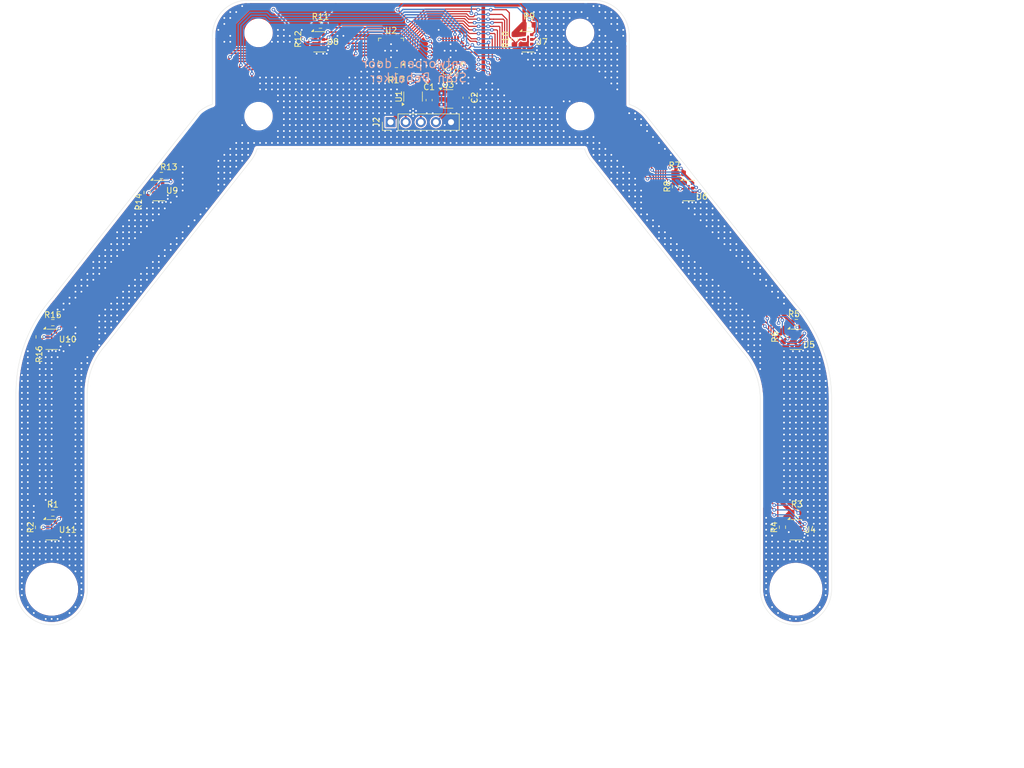
<source format=kicad_pcb>
(kicad_pcb (version 20241229) (generator "pcbnew") (generator_version "9.0")
  (layers (0 "F.Cu" signal) (2 "B.Cu" signal) (13 "F.Paste" user) (15 "B.Paste" user) (5 "F.SilkS" user "F.Silkscreen") (7 "B.SilkS" user "B.Silkscreen") (1 "F.Mask" user) (3 "B.Mask" user) (25 "Edge.Cuts" user))
  (net 0 "")
  (net 1 "Net-(U2-SC4)")
  (net 2 "Net-(U11-SDA)")
  (net 3 "Net-(U10-SCL)")
  (net 4 "GND")
  (net 5 "/~{RESET}")
  (net 6 "Net-(U2-SD5)")
  (net 7 "/SCL")
  (net 8 "Net-(U2-SC0)")
  (net 9 "/SDA")
  (net 10 "Net-(U2-SC1)")
  (net 11 "Net-(U2-SC2)")
  (net 12 "+3.3V")
  (net 13 "Net-(U2-SD4)")
  (net 14 "Net-(U2-SC3)")
  (net 15 "Net-(U2-SC5)")
  (net 16 "Net-(U11-SCL)")
  (net 17 "Net-(U2-SD1)")
  (net 18 "Net-(U2-SD0)")
  (net 19 "Net-(U2-SD2)")
  (net 20 "Net-(U2-SD3)")
  (net 22 "+1V8")
  (net 31 "Net-(J2-Pin_2)")
  (net 32 "Net-(J2-Pin_3)")
  (net 33 "/~{INT}")
  (net 34 "Net-(U12-P03)")
  (net 35 "Net-(U12-P02)")
  (net 36 "Net-(U12-P01)")
  (net 37 "Net-(U12-P00)")
  (net 38 "Net-(U10-GPIO)")
  (net 39 "Net-(U11-GPIO)")
  (net 40 "Net-(U12-P10)")
  (net 41 "Net-(U12-P11)")
  (net 42 "Net-(U12-P12)")
  (net 43 "Net-(U12-P13)")
  (net 44 "Net-(U12-P04)")
  (net 45 "Net-(U12-P14)")
  (net 46 "Net-(U12-P15)")
  (net 47 "Net-(U12-P05)")
  (net 48 "Net-(U10-INT)")
  (net 49 "Net-(U11-INT)")
  (net 50 "Net-(U10-SDA)")
  (footprint "Resistor_SMD:R_0603_1608Metric" (layer "F.Cu") (at 53.9 107.6 -90)
    (property "Reference" "R16")
    (property "Value" "10K")
  )
  (footprint "Resistor_SMD:R_0603_1608Metric" (layer "F.Cu") (at 72.025 83.315 -90)
    (property "Reference" "R14")
    (property "Value" "10K")
  )
  (footprint "Package_LGA:AMS_OLGA-8_2x3.1mm_P0.8mm" (layer "F.Cu") (at 181 108)
    (property "Reference" "U5")
    (property "Value" "AS7343xDLG")
  )
  (footprint "Package_LGA:AMS_OLGA-8_2x3.1mm_P0.8mm" (layer "F.Cu") (at 181 140)
    (property "Reference" "U4")
    (property "Value" "AS7343xDLG")
  )
  (footprint "Package_LGA:AMS_OLGA-8_2x3.1mm_P0.8mm" (layer "F.Cu") (at 74 83)
    (property "Reference" "U9")
    (property "Value" "AS7343xDLG")
  )
  (footprint "MountingHole:MountingHole_8.4mm_M8" (layer "F.Cu") (at 56 150)
    (property "Reference" "H5" (hide yes))
    (property "Value" "MountingHole" (hide yes))
  )
  (footprint "Package_LGA:AMS_OLGA-8_2x3.1mm_P0.8mm" (layer "F.Cu") (at 163 83)
    (property "Reference" "U6")
    (property "Value" "AS7343xDLG")
  )
  (footprint "Package_LGA:AMS_OLGA-8_2x3.1mm_P0.8mm" (layer "F.Cu") (at 136 58)
    (property "Reference" "U7")
    (property "Value" "AS7343xDLG")
  )
  (footprint "Connector_PinHeader_2.54mm:PinHeader_1x05_P2.54mm_Vertical" (layer "F.Cu") (at 112.92 71.5 90)
    (property "Reference" "J2")
    (property "Value" "Conn_01x05_Pin")
  )
  (footprint "Resistor_SMD:R_0603_1608Metric" (layer "F.Cu") (at 160.77 82.33 -90)
    (property "Reference" "R8")
    (property "Value" "10K")
  )
  (footprint "Capacitor_SMD:C_0603_1608Metric" (layer "F.Cu") (at 125.6 67.4 -90)
    (property "Reference" "C2")
    (property "Value" "1µF")
  )
  (footprint "MountingHole:MountingHole_4.3mm_M4" (layer "F.Cu") (at 90.75 70.5)
    (property "Reference" "H4" (hide yes))
    (property "Value" "MountingHole" (hide yes))
  )
  (footprint "Package_LGA:AMS_OLGA-8_2x3.1mm_P0.8mm" (layer "F.Cu") (at 56 108)
    (property "Reference" "U10")
    (property "Value" "AS7343xDLG")
  )
  (footprint "MountingHole:MountingHole_4.3mm_M4" (layer "F.Cu") (at 144.75 56.5)
    (property "Reference" "H2" (hide yes))
    (property "Value" "MountingHole" (hide yes))
  )
  (footprint "Resistor_SMD:R_0603_1608Metric" (layer "F.Cu") (at 53.8 139.6 -90)
    (property "Reference" "R2")
    (property "Value" "10K")
  )
  (footprint "Package_TO_SOT_SMD:SOT-23-5" (layer "F.Cu") (at 122.6 67.6)
    (property "Reference" "U3")
    (property "Value" "TLV75718PDBV")
  )
  (footprint "Resistor_SMD:R_0603_1608Metric" (layer "F.Cu") (at 56.2 105.2)
    (property "Reference" "R15")
    (property "Value" "10K")
  )
  (footprint "Resistor_SMD:R_0603_1608Metric" (layer "F.Cu") (at 56.2 137.2)
    (property "Reference" "R1")
    (property "Value" "10K")
  )
  (footprint "Resistor_SMD:R_0603_1608Metric" (layer "F.Cu") (at 74.43 80.47)
    (property "Reference" "R13")
    (property "Value" "10K")
  )
  (footprint "MountingHole:MountingHole_4.3mm_M4" (layer "F.Cu") (at 90.75 56.5)
    (property "Reference" "H3" (hide yes))
    (property "Value" "MountingHole" (hide yes))
  )
  (footprint "Package_TO_SOT_SMD:SOT-23-6" (layer "F.Cu") (at 116.7 67.2 90)
    (property "Reference" "U1")
    (property "Value" "USBLC6-2SC6")
  )
  (footprint "Resistor_SMD:R_0603_1608Metric" (layer "F.Cu") (at 136.187 55.15)
    (property "Reference" "R9")
    (property "Value" "10K")
  )
  (footprint "Resistor_SMD:R_0603_1608Metric" (layer "F.Cu") (at 113.9 62.86)
    (property "Reference" "R17")
    (property "Value" "10K")
  )
  (footprint "Capacitor_SMD:C_0603_1608Metric" (layer "F.Cu") (at 119.4 67.8 -90)
    (property "Reference" "C1")
    (property "Value" "1µF")
  )
  (footprint "MountingHole:MountingHole_8.4mm_M8" (layer "F.Cu") (at 181 150)
    (property "Reference" "H6" (hide yes))
    (property "Value" "MountingHole" (hide yes))
  )
  (footprint "Package_DFN_QFN:Texas_RGE0024H_VQFN-24-1EP_4x4mm_P0.5mm_EP2.7x2.7mm" (layer "F.Cu") (at 113 59.5 180)
    (property "Reference" "U2")
    (property "Value" "TCA9548ARGER")
  )
  (footprint "Resistor_SMD:R_0603_1608Metric" (layer "F.Cu") (at 178.738 139.575 -90)
    (property "Reference" "R4")
    (property "Value" "10K")
  )
  (footprint "Package_LGA:AMS_OLGA-8_2x3.1mm_P0.8mm" (layer "F.Cu") (at 101 58)
    (property "Reference" "U8")
    (property "Value" "AS7343xDLG")
  )
  (footprint "Package_LGA:AMS_OLGA-8_2x3.1mm_P0.8mm" (layer "F.Cu") (at 56 140)
    (property "Reference" "U11")
    (property "Value" "AS7343xDLG")
  )
  (footprint "Resistor_SMD:R_0603_1608Metric" (layer "F.Cu") (at 133.737 57.625 -90)
    (property "Reference" "R10")
    (property "Value" "10K")
  )
  (footprint "Resistor_SMD:R_0603_1608Metric" (layer "F.Cu") (at 161.3 80.1)
    (property "Reference" "R7")
    (property "Value" "10K")
  )
  (footprint "Resistor_SMD:R_0603_1608Metric" (layer "F.Cu") (at 101.15 55.2)
    (property "Reference" "R11")
    (property "Value" "10K")
  )
  (footprint "Resistor_SMD:R_0603_1608Metric" (layer "F.Cu") (at 181.075 105.18)
    (property "Reference" "R5")
    (property "Value" "10K")
  )
  (footprint "Resistor_SMD:R_0603_1608Metric" (layer "F.Cu") (at 178.8725 107.5875 -90)
    (property "Reference" "R6")
    (property "Value" "10K")
  )
  (footprint "robot:PI4IOE5V6416" (layer "F.Cu") (at 123 59.5 180)
    (property "Reference" "U12")
    (property "Value" "PI4IOE5V6416")
  )
  (footprint "MountingHole:MountingHole_4.3mm_M4" (layer "F.Cu") (at 144.75 70.5)
    (property "Reference" "H1" (hide yes))
    (property "Value" "MountingHole" (hide yes))
  )
  (footprint "Resistor_SMD:R_0603_1608Metric" (layer "F.Cu") (at 181.15 137.15)
    (property "Reference" "R3")
    (property "Value" "10K")
  )
  (footprint "Resistor_SMD:R_0603_1608Metric" (layer "F.Cu") (at 98.8 57.55 -90)
    (property "Reference" "R12")
    (property "Value" "10K")
  )
  (gr_line (start 65.003413 109.058878) (end 89.623837 77.767201) (stroke (width 0.05)) (layer "Edge.Cuts"))
  (gr_line (start 171.996587 110.05888) (end 146.787743 78.261018) (stroke (width 0.05)) (layer "Edge.Cuts"))
  (gr_line (start 90.5 76) (end 145.51088 76) (stroke (width 0.05)) (layer "Edge.Cuts"))
  (gr_arc (start 153 68.52) (mid 154.514002 69.225889) (end 155.774262 70.322348) (stroke (width 0.05)) (layer "Edge.Cuts"))
  (gr_arc (start 147 51) (mid 151.242641 52.757359) (end 153 57) (stroke (width 0.05)) (layer "Edge.Cuts"))
  (gr_line (start 83 57) (end 83 68.5) (stroke (width 0.05)) (layer "Edge.Cuts"))
  (gr_line (start 180.993176 102.117758) (end 155.774262 70.322348) (stroke (width 0.05)) (layer "Edge.Cuts"))
  (gr_line (start 118 51) (end 89 51) (stroke (width 0.05)) (layer "Edge.Cuts"))
  (gr_arc (start 171.996587 110.058878) (mid 174.22406 113.754947) (end 175 118) (stroke (width 0.05)) (layer "Edge.Cuts"))
  (gr_line (start 175 118) (end 175 150) (stroke (width 0.05)) (layer "Edge.Cuts"))
  (gr_arc (start 62 117) (mid 62.77594 112.754947) (end 65.003413 109.058878) (stroke (width 0.05)) (layer "Edge.Cuts"))
  (gr_line (start 118 51) (end 147 51) (stroke (width 0.05)) (layer "Edge.Cuts"))
  (gr_line (start 56.006826 101.117756) (end 80.704478 69.804918) (stroke (width 0.05)) (layer "Edge.Cuts"))
  (gr_line (start 187 150) (end 187 118) (stroke (width 0.05)) (layer "Edge.Cuts"))
  (gr_arc (start 50 117) (mid 51.55188 108.509893) (end 56.006826 101.117756) (stroke (width 0.05)) (layer "Edge.Cuts"))
  (gr_line (start 153 57) (end 153 68.52) (stroke (width 0.05)) (layer "Edge.Cuts"))
  (gr_arc (start 187 150) (mid 181 156) (end 175 150) (stroke (width 0.05)) (layer "Edge.Cuts"))
  (gr_arc (start 180.993176 102.117758) (mid 185.44812 109.509895) (end 187 118) (stroke (width 0.05)) (layer "Edge.Cuts"))
  (gr_line (start 50 150) (end 50 117) (stroke (width 0.05)) (layer "Edge.Cuts"))
  (gr_arc (start 146.787743 78.261018) (mid 146.025531 77.200411) (end 145.51088 76) (stroke (width 0.05)) (layer "Edge.Cuts"))
  (gr_arc (start 90.5 76) (mid 90.134907 76.919789) (end 89.623837 77.767203) (stroke (width 0.05)) (layer "Edge.Cuts"))
  (gr_arc (start 62 150) (mid 56 156) (end 50 150) (stroke (width 0.05)) (layer "Edge.Cuts"))
  (gr_arc (start 80.704477 69.804918) (mid 81.779693 69.024841) (end 83 68.5) (stroke (width 0.05)) (layer "Edge.Cuts"))
  (gr_line (start 62 117) (end 62 150) (stroke (width 0.05)) (layer "Edge.Cuts"))
  (gr_arc (start 83 57) (mid 84.757359 52.757359) (end 89 51) (stroke (width 0.05)) (layer "Edge.Cuts"))
  (gr_text "ontworpen door\nStan Debakker" (at 125.89 64.93 0) (layer "B.SilkS") (effects (font (size 1.5 1.5) (thickness 0.1875)) (justify left bottom mirror)))
  (segment (start 102.387674 56.365221) (end 102.397453 56.375) (width 0.3) (layer "F.Cu") (net 1))
  (segment (start 98.8 58.375) (end 99.4375 57.7375) (width 0.3) (layer "F.Cu") (net 1))
  (segment (start 111.541375 56.365221) (end 112.25 57.073846) (width 0.25) (layer "F.Cu") (net 1))
  (segment (start 102.387674 56.365221) (end 111.541375 56.365221) (width 0.25) (layer "F.Cu") (net 1))
  (segment (start 99.575 57.6) (end 100.362 57.6) (width 0.3) (layer "F.Cu") (net 1))
  (segment (start 99.4375 57.7375) (end 99.575 57.6) (width 0.3) (layer "F.Cu") (net 1))
  (segment (start 112.25 57.073846) (end 112.25 57.5375) (width 0.25) (layer "F.Cu") (net 1))
  (via (at 99.4375 57.7375) (size 0.6) (drill 0.3) (layers "F.Cu" "B.Cu") (net 1))
  (via (at 102.387674 56.365221) (size 0.6) (drill 0.3) (layers "F.Cu" "B.Cu") (net 1))
  (segment (start 99.4375 57.7375) (end 101.015395 57.7375) (width 0.3) (layer "B.Cu") (net 1))
  (segment (start 101.015395 57.7375) (end 102.387674 56.365221) (width 0.3) (layer "B.Cu") (net 1))
  (segment (start 61.2 108.65) (end 61.2 103.57624) (width 0.25) (layer "F.Cu") (net 2))
  (segment (start 61.2 103.57624) (end 81.264389 83.511851) (width 0.25) (layer "F.Cu") (net 2))
  (segment (start 98.705722 63.332) (end 103.580158 63.332) (width 0.25) (layer "F.Cu") (net 2))
  (segment (start 88.109169 70.511395) (end 88.109169 62.45803) (width 0.25) (layer "F.Cu") (net 2))
  (segment (start 81.264389 77.356174) (end 88.109169 70.511395) (width 0.25) (layer "F.Cu") (net 2))
  (segment (start 57.342905 112.507095) (end 61.2 108.65) (width 0.25) (layer "F.Cu") (net 2))
  (segment (start 57.025 137.2) (end 57.3 137.2) (width 0.2) (layer "F.Cu") (net 2))
  (segment (start 56.638 137.587) (end 57.025 137.2) (width 0.25) (layer "F.Cu") (net 2))
  (segment (start 88.109169 62.45803) (end 88.835199 61.732) (width 0.25) (layer "F.Cu") (net 2))
  (segment (start 103.580158 63.332) (end 105.412158 61.5) (width 0.25) (layer "F.Cu") (net 2))
  (segment (start 81.264389 83.511851) (end 81.264389 77.356174) (width 0.25) (layer "F.Cu") (net 2))
  (segment (start 106.5 61.5) (end 108.25 59.75) (width 0.25) (layer "F.Cu") (net 2))
  (segment (start 56.638 138.8) (end 56.638 137.587) (width 0.25) (layer "F.Cu") (net 2))
  (segment (start 57.342905 136.882095) (end 57.342905 112.507095) (width 0.25) (layer "F.Cu") (net 2))
  (segment (start 105.412158 61.5) (end 106.5 61.5) (width 0.25) (layer "F.Cu") (net 2))
  (segment (start 57.025 137.2) (end 57.342905 136.882095) (width 0.25) (layer "F.Cu") (net 2))
  (segment (start 88.835199 61.732) (end 97.105722 61.732) (width 0.25) (layer "F.Cu") (net 2))
  (segment (start 97.105722 61.732) (end 98.705722 63.332) (width 0.25) (layer "F.Cu") (net 2))
  (segment (start 108.25 59.75) (end 111.0375 59.75) (width 0.25) (layer "F.Cu") (net 2))
  (segment (start 97.479342 60.83) (end 87.200108 60.83) (width 0.25) (layer "F.Cu") (net 3))
  (segment (start 87.200108 60.83) (end 86.682 61.348108) (width 0.25) (layer "F.Cu") (net 3))
  (segment (start 57.309794 106.17498) (end 57.288 106.17498) (width 0.25) (layer "F.Cu") (net 3))
  (segment (start 111.0375 59.25) (end 106.898108 59.25) (width 0.25) (layer "F.Cu") (net 3))
  (segment (start 103.206538 62.43) (end 99.079342 62.43) (width 0.25) (layer "F.Cu") (net 3))
  (segment (start 79.911389 76.795744) (end 79.911389 82.951421) (width 0.25) (layer "F.Cu") (net 3))
  (segment (start 79.911389 82.951421) (end 57.95676 104.90605) (width 0.25) (layer "F.Cu") (net 3))
  (segment (start 106.898108 59.25) (end 105.947108 60.201) (width 0.25) (layer "F.Cu") (net 3))
  (segment (start 53.9 108.425) (end 54.725 107.6) (width 0.25) (layer "F.Cu") (net 3))
  (segment (start 54.725 107.6) (end 55.362 107.6) (width 0.3) (layer "F.Cu") (net 3))
  (segment (start 86.682 61.348108) (end 86.682 70.025134) (width 0.25) (layer "F.Cu") (net 3))
  (segment (start 86.682 70.025134) (end 79.911389 76.795744) (width 0.25) (layer "F.Cu") (net 3))
  (segment (start 99.079342 62.43) (end 97.479342 60.83) (width 0.25) (layer "F.Cu") (net 3))
  (segment (start 105.947108 60.201) (end 105.435538 60.201) (width 0.25) (layer "F.Cu") (net 3))
  (segment (start 57.95676 105.528014) (end 57.309794 106.17498) (width 0.25) (layer "F.Cu") (net 3))
  (segment (start 105.435538 60.201) (end 103.206538 62.43) (width 0.25) (layer "F.Cu") (net 3))
  (segment (start 57.95676 104.90605) (end 57.95676 105.528014) (width 0.25) (layer "F.Cu") (net 3))
  (via (at 57.288 106.17498) (size 0.6) (drill 0.3) (layers "F.Cu" "B.Cu") (net 3))
  (via (at 54.725 107.6) (size 0.6) (drill 0.3) (layers "F.Cu" "B.Cu") (net 3))
  (segment (start 55.86298 107.6) (end 57.288 106.17498) (width 0.25) (layer "B.Cu") (net 3))
  (segment (start 54.725 107.6) (end 55.86298 107.6) (width 0.25) (layer "B.Cu") (net 3))
  (segment (start 122.25 60.426154) (end 122.25 59.9875) (width 0.25) (layer "F.Cu") (net 4))
  (segment (start 120.4 68) (end 119.825 68.575) (width 0.6) (layer "F.Cu") (net 4))
  (segment (start 119.875 68.575) (end 122.8 71.5) (width 0.6) (layer "F.Cu") (net 4))
  (segment (start 119.4 68.575) (end 119.875 68.575) (width 0.6) (layer "F.Cu") (net 4))
  (segment (start 122.8 71.5) (end 123.08 71.5) (width 0.6) (layer "F.Cu") (net 4))
  (segment (start 121.4625 67.6) (end 120.8 67.6) (width 0.6) (layer "F.Cu") (net 4))
  (segment (start 120.8 67.6) (end 120.4 68) (width 0.6) (layer "F.Cu") (net 4))
  (via (at 99 72) (size 0.6) (drill 0.3) (layers "F.Cu" "B.Cu") (net 4))
  (via (at 137 71) (size 0.6) (drill 0.3) (layers "F.Cu" "B.Cu") (net 4))
  (via (at 165 85) (size 0.6) (drill 0.3) (layers "F.Cu" "B.Cu") (net 4))
  (via (at 52 114) (size 0.6) (drill 0.3) (layers "F.Cu" "B.Cu") (net 4))
  (via (at 95 70) (size 0.6) (drill 0.3) (layers "F.Cu" "B.Cu") (net 4))
  (via (at 181.6 110) (size 0.6) (drill 0.3) (layers "F.Cu" "B.Cu") (net 4))
  (via (at 60 124) (size 0.6) (drill 0.3) (layers "F.Cu" "B.Cu") (net 4))
  (via (at 143 53) (size 0.6) (drill 0.3) (layers "F.Cu" "B.Cu") (net 4))
  (via (at 68 92) (size 0.6) (drill 0.3) (layers "F.Cu" "B.Cu") (net 4))
  (via (at 134 69) (size 0.6) (drill 0.3) (layers "F.Cu" "B.Cu") (net 4))
  (via (at 103 66) (size 0.6) (drill 0.3) (layers "F.Cu" "B.Cu") (net 4))
  (via (at 109 74) (size 0.6) (drill 0.3) (layers "F.Cu" "B.Cu") (net 4))
  (via (at 54 128) (size 0.6) (drill 0.3) (layers "F.Cu" "B.Cu") (net 4))
  (via (at 71 97) (size 0.6) (drill 0.3) (layers "F.Cu" "B.Cu") (net 4))
  (via (at 62 98) (size 0.6) (drill 0.3) (layers "F.Cu" "B.Cu") (net 4))
  (via (at 153 80) (size 0.6) (drill 0.3) (layers "F.Cu" "B.Cu") (net 4))
  (via (at 146 75) (size 0.6) (drill 0.3) (layers "F.Cu" "B.Cu") (net 4))
  (via (at 132 69) (size 0.6) (drill 0.3) (layers "F.Cu" "B.Cu") (net 4))
  (via (at 94 64) (size 0.6) (drill 0.3) (layers "F.Cu" "B.Cu") (net 4))
  (via (at 165 98) (size 0.6) (drill 0.3) (layers "F.Cu" "B.Cu") (net 4))
  (via (at 131 66) (size 0.6) (drill 0.3) (layers "F.Cu" "B.Cu") (net 4))
  (via (at 106 74) (size 0.6) (drill 0.3) (layers "F.Cu" "B.Cu") (net 4))
  (via (at 93 58) (size 0.6) (drill 0.3) (layers "F.Cu" "B.Cu") (net 4))
  (via (at 182 120) (size 0.6) (drill 0.3) (layers "F.Cu" "B.Cu") (net 4))
  (via (at 170 93) (size 0.6) (drill 0.3) (layers "F.Cu" "B.Cu") (net 4))
  (via (at 55 118) (size 0.6) (drill 0.3) (layers "F.Cu" "B.Cu") (net 4))
  (via (at 51 130) (size 0.6) (drill 0.3) (layers "F.Cu" "B.Cu") (net 4))
  (via (at 158 89) (size 0.6) (drill 0.3) (layers "F.Cu" "B.Cu") (net 4))
  (via (at 180 119) (size 0.6) (drill 0.3) (layers "F.Cu" "B.Cu") (net 4))
  (via (at 182 128) (size 0.6) (drill 0.3) (layers "F.Cu" "B.Cu") (net 4))
  (via (at 121 56) (size 0.6) (drill 0.3) (layers "F.Cu" "B.Cu") (net 4))
  (via (at 52 138) (size 0.6) (drill 0.3) (layers "F.Cu" "B.Cu") (net 4))
  (via (at 183 124) (size 0.6) (drill 0.3) (layers "F.Cu" "B.Cu") (net 4))
  (via (at 70 88) (size 0.6) (drill 0.3) (layers "F.Cu" "B.Cu") (net 4))
  (via (at 142 57) (size 0.6) (drill 0.3) (layers "F.Cu" "B.Cu") (net 4))
  (via (at 176 138) (size 0.6) (drill 0.3) (layers "F.Cu" "B.Cu") (net 4))
  (via (at 131 74) (size 0.6) (drill 0.3) (layers "F.Cu" "B.Cu") (net 4))
  (via (at 178 101) (size 0.6) (drill 0.3) (layers "F.Cu" "B.Cu") (net 4))
  (via (at 106 69) (size 0.6) (drill 0.3) (layers "F.Cu" "B.Cu") (net 4))
  (via (at 185 142) (size 0.6) (drill 0.3) (layers "F.Cu" "B.Cu") (net 4))
  (via (at 89 77) (size 0.6) (drill 0.3) (layers "F.Cu" "B.Cu") (net 4))
  (via (at 163 84.9) (size 0.6) (drill 0.3) (layers "F.Cu" "B.Cu") (net 4))
  (via (at 54 131) (size 0.6) (drill 0.3) (layers "F.Cu" "B.Cu") (net 4))
  (via (at 122 59.5) (size 0.5) (drill 0.3) (layers "F.Cu" "B.Cu") (net 4))
  (via (at 110 72) (size 0.6) (drill 0.3) (layers "F.Cu" "B.Cu") (net 4))
  (via (at 177 140) (size 0.6) (drill 0.3) (layers "F.Cu" "B.Cu") (net 4))
  (via (at 148 75) (size 0.6) (drill 0.3) (layers "F.Cu" "B.Cu") (net 4))
  (via (at 69 101) (size 0.6) (drill 0.3) (layers "F.Cu" "B.Cu") (net 4))
  (via (at 180 116) (size 0.6) (drill 0.3) (layers "F.Cu" "B.Cu") (net 4))
  (via (at 180 115) (size 0.6) (drill 0.3) (layers "F.Cu" "B.Cu") (net 4))
  (via (at 62 97) (size 0.6) (drill 0.3) (layers "F.Cu" "B.Cu") (net 4))
  (via (at 185 120) (size 0.6) (drill 0.3) (layers "F.Cu" "B.Cu") (net 4))
  (via (at 51 147) (size 0.6) (drill 0.3) (layers "F.Cu" "B.Cu") (net 4))
  (via (at 60 136) (size 0.6) (drill 0.3) (layers "F.Cu" "B.Cu") (net 4))
  (via (at 102.5 58.8) (size 0.6) (drill 0.3) (layers "F.Cu" "B.Cu") (net 4))
  (via (at 168 88) (size 0.6) (drill 0.3) (layers "F.Cu" "B.Cu") (net 4))
  (via (at 146 62) (size 0.6) (drill 0.3) (layers "F.Cu" "B.Cu") (net 4))
  (via (at 141 59) (size 0.6) (drill 0.3) (layers "F.Cu" "B.Cu") (net 4))
  (via (at 181 127) (size 0.6) (drill 0.3) (layers "F.Cu" "B.Cu") (net 4))
  (via (at 180.992997 128.95977) (size 0.6) (drill 0.3) (layers "F.Cu" "B.Cu") (net 4))
  (via (at 55 131) (size 0.6) (drill 0.3) (layers "F.Cu" "B.Cu") (net 4))
  (via (at 185 127) (size 0.6) (drill 0.3) (layers "F.Cu" "B.Cu") (net 4))
  (via (at 179.992997 128.95977) (size 0.6) (drill 0.3) (layers "F.Cu" "B.Cu") (net 4))
  (via (at 54 111) (size 0.6) (drill 0.3) (layers "F.Cu" "B.Cu") (net 4))
  (via (at 179 119) (size 0.6) (drill 0.3) (layers "F.Cu" "B.Cu") (net 4))
  (via (at 148 77) (size 0.6) (drill 0.3) (layers "F.Cu" "B.Cu") (net 4))
  (via (at 159 76) (size 0.6) (drill 0.3) (layers "F.Cu" "B.Cu") (net 4))
  (via (at 77 83) (size 0.6) (drill 0.3) (layers "F.Cu" "B.Cu") (net 4))
  (via (at 186 117) (size 0.6) (drill 0.3) (layers "F.Cu" "B.Cu") (net 4))
  (via (at 168 91) (size 0.6) (drill 0.3) (layers "F.Cu" "B.Cu") (net 4))
  (via (at 101 75) (size 0.6) (drill 0.3) (layers "F.Cu" "B.Cu") (net 4))
  (via (at 131 75) (size 0.6) (drill 0.3) (layers "F.Cu" "B.Cu") (net 4))
  (via (at 107 69) (size 0.6) (drill 0.3) (layers "F.Cu" "B.Cu") (net 4))
  (via (at 106 67) (size 0.6) (drill 0.3) (layers "F.Cu" "B.Cu") (net 4))
  (via (at 177 147) (size 0.6) (drill 0.3) (layers "F.Cu" "B.Cu") (net 4))
  (via (at 183 145) (size 0.6) (drill 0.3) (layers "F.Cu" "B.Cu") (net 4))
  (via (at 125 74) (size 0.6) (drill 0.3) (layers "F.Cu" "B.Cu") (net 4))
  (via (at 64 95) (size 0.6) (drill 0.3) (layers "F.Cu" "B.Cu") (net 4))
  (via (at 51 128) (size 0.6) (drill 0.3) (layers "F.Cu" "B.Cu") (net 4))
  (via (at 183 111) (size 0.6) (drill 0.3) (layers "F.Cu" "B.Cu") (net 4))
  (via (at 56 130) (size 0.6) (drill 0.3) (layers "F.Cu" "B.Cu") (net 4))
  (via (at 138 69) (size 0.6) (drill 0.3) (layers "F.Cu" "B.Cu") (net 4))
  (via (at 55 130) (size 0.6) (drill 0.3) (layers "F.Cu" "B.Cu") (net 4))
  (via (at 54 121) (size 0.6) (drill 0.3) (layers "F.Cu" "B.Cu") (net 4))
  (via (at 151 61) (size 0.6) (drill 0.3) (layers "F.Cu" "B.Cu") (net 4))
  (via (at 123 70) (size 0.6) (drill 0.3) (layers "F.Cu" "B.Cu") (net 4))
  (via (at 107 66) (size 0.6) (drill 0.3) (layers "F.Cu" "B.Cu") (net 4))
  (via (at 71 87) (size 0.6) (drill 0.3) (layers "F.Cu" "B.Cu") (net 4))
  (via (at 51 141) (size 0.6) (drill 0.3) (layers "F.Cu" "B.Cu") (net 4))
  (via (at 93 66) (size 0.6) (drill 0.3) (layers "F.Cu" "B.Cu") (net 4))
  (via (at 131 70) (size 0.6) (drill 0.3) (layers "F.Cu" "B.Cu") (net 4))
  (via (at 69 91) (size 0.6) (drill 0.3) (layers "F.Cu" "B.Cu") (net 4))
  (via (at 186 133) (size 0.6) (drill 0.3) (layers "F.Cu" "B.Cu") (net 4))
  (via (at 51.987459 126.930891) (size 0.6) (drill 0.3) (layers "F.Cu" "B.Cu") (net 4))
  (via (at 113 66) (size 0.6) (drill 0.3) (layers "F.Cu" "B.Cu") (net 4))
  (via (at 130 70) (size 0.6) (drill 0.3) (layers "F.Cu" "B.Cu") (net 4))
  (via (at 98 68) (size 0.6) (drill 0.3) (layers "F.Cu" "B.Cu") (net 4))
  (via (at 186 142) (size 0.6) (drill 0.3) (layers "F.Cu" "B.Cu") (net 4))
  (via (at 61 148) (size 0.6) (drill 0.3) (layers "F.Cu" "B.Cu") (net 4))
  (via (at 185 118) (size 0.6) (drill 0.3) (layers "F.Cu" "B.Cu") (net 4))
  (via (at 84 81) (size 0.6) (drill 0.3) (layers "F.Cu" "B.Cu") (net 4))
  (via (at 63 96) (size 0.6) (drill 0.3) (layers "F.Cu" "B.Cu") (net 4))
  (via (at 148 76) (size 0.6) (drill 0.3) (layers "F.Cu" "B.Cu") (net 4))
  (via (at 135 75) (size 0.6) (drill 0.3) (layers "F.Cu" "B.Cu") (net 4))
  (via (at 111 72) (size 0.6) (drill 0.3) (layers "F.Cu" "B.Cu") (net 4))
  (via (at 185 137) (size 0.6) (drill 0.3) (layers "F.Cu" "B.Cu") (net 4))
  (via (at 106 75) (size 0.6) (drill 0.3) (layers "F.Cu" "B.Cu") (net 4))
  (via (at 116.7 69.9) (size 0.6) (drill 0.3) (layers "F.Cu" "B.Cu") (net 4))
  (via (at 55 113) (size 0.6) (drill 0.3) (layers "F.Cu" "B.Cu") (net 4))
  (via (at 170 103) (size 0.6) (drill 0.3) (layers "F.Cu" "B.Cu") (net 4))
  (via (at 71 90) (size 0.6) (drill 0.3) (layers "F.Cu" "B.Cu") (net 4))
  (via (at 156 87) (size 0.6) (drill 0.3) (layers "F.Cu" "B.Cu") (net 4))
  (via (at 185 113) (size 0.6) (drill 0.3) (layers "F.Cu" "B.Cu") (net 4))
  (via (at 74 95) (size 0.6) (drill 0.3) (layers "F.Cu" "B.Cu") (net 4))
  (via (at 103.999291 74.991098) (size 0.6) (drill 0.3) (layers "F.Cu" "B.Cu") (net 4))
  (via (at 123 60.6) (size 0.5) (drill 0.3) (layers "F.Cu" "B.Cu") (net 4))
  (via (at 110 63) (size 0.6) (drill 0.3) (layers "F.Cu" "B.Cu") (net 4))
  (via (at 52 147) (size 0.6) (drill 0.3) (layers "F.Cu" "B.Cu") (net 4))
  (via (at 139 59) (size 0.6) (drill 0.3) (layers "F.Cu" "B.Cu") (net 4))
  (via (at 116 62) (size 0.6) (drill 0.3) (layers "F.Cu" "B.Cu") (net 4))
  (via (at 166 89) (size 0.6) (drill 0.3) (layers "F.Cu" "B.Cu") (net 4))
  (via (at 57.3 109.8) (size 0.6) (drill 0.3) (layers "F.Cu" "B.Cu") (net 4))
  (via (at 136 73) (size 0.6) (drill 0.3) (layers "F.Cu" "B.Cu") (net 4))
  (via (at 98 69) (size 0.6) (drill 0.3) (layers "F.Cu" "B.Cu") (net 4))
  (via (at 119 74) (size 0.6) (drill 0.3) (layers "F.Cu" "B.Cu") (net 4))
  (via (at 54.998535 124.904072) (size 0.6) (drill 0.3) (layers "F.Cu" "B.Cu") (net 4))
  (via (at 56 136) (size 0.6) (drill 0.3) (layers "F.Cu" "B.Cu") (net 4))
  (via (at 128 68) (size 0.6) (drill 0.3) (layers "F.Cu" "B.Cu") (net 4))
  (via (at 99 73) (size 0.6) (drill 0.3) (layers "F.Cu" "B.Cu") (net 4))
  (via (at 173 95) (size 0.6) (drill 0.3) (layers "F.Cu" "B.Cu") (net 4))
  (via (at 182.2 109.9) (size 0.6) (drill 0.3) (layers "F.Cu" "B.Cu") (net 4))
  (via (at 139 62) (size 0.6) (drill 0.3) (layers "F.Cu" "B.Cu") (net 4))
  (via (at 66 94) (size 0.6) (drill 0.3) (layers "F.Cu" "B.Cu") (net 4))
  (via (at 164 95) (size 0.6) (drill 0.3) (layers "F.Cu" "B.Cu") (net 4))
  (via (at 89 75) (size 0.6) (drill 0.3) (layers "F.Cu" "B.Cu") (net 4))
  (via (at 176 142) (size 0.6) (drill 0.3) (layers "F.Cu" "B.Cu") (net 4))
  (via (at 137.5 58.8) (size 0.6) (drill 0.3) (layers "F.Cu" "B.Cu") (net 4))
  (via (at 178 142) (size 0.6) (drill 0.3) (layers "F.Cu" "B.Cu") (net 4))
  (via (at 52 145) (size 0.6) (drill 0.3) (layers "F.Cu" "B.Cu") (net 4))
  (via (at 107 67) (size 0.6) (drill 0.3) (layers "F.Cu" "B.Cu") (net 4))
  (via (at 184 135) (size 0.6) (drill 0.3) (layers "F.Cu" "B.Cu") (net 4))
  (via (at 64 94) (size 0.6) (drill 0.3) (layers "F.Cu" "B.Cu") (net 4))
  (via (at 174 97) (size 0.6) (drill 0.3) (layers "F.Cu" "B.Cu") (net 4))
  (via (at 103.999291 68.991098) (size 0.6) (drill 0.3) (layers "F.Cu" "B.Cu") (net 4))
  (via (at 128 70) (size 0.6) (drill 0.3) (layers "F.Cu" "B.Cu") (net 4))
  (via (at 186 119) (size 0.6) (drill 0.3) (layers "F.Cu" "B.Cu") (net 4))
  (via (at 66 92) (size 0.6) (drill 0.3) (layers "F.Cu" "B.Cu") (net 4))
  (via (at 65 94) (size 0.6) (drill 0.3) (layers "F.Cu" "B.Cu") (net 4))
  (via (at 186 121) (size 0.6) (drill 0.3) (layers "F.Cu" "B.Cu") (net 4))
  (via (at 55.998535 122.976932) (size 0.6) (drill 0.3) (layers "F.Cu" "B.Cu") (net 4))
  (via (at 141 72) (size 0.6) (drill 0.3) (layers "F.Cu" "B.Cu") (net 4))
  (via (at 180 155) (size 0.6) (drill 0.3) (layers "F.Cu" "B.Cu") (net 4))
  (via (at 152 80) (size 0.6) (drill 0.3) (layers "F.Cu" "B.Cu") (net 4))
  (via (at 186 137) (size 0.6) (drill 0.3) (layers "F.Cu" "B.Cu") (net 4))
  (via (at 61 112) (size 0.6) (drill 0.3) (layers "F.Cu" "B.Cu") (net 4))
  (via (at 51 136) (size 0.6) (drill 0.3) (layers "F.Cu" "B.Cu") (net 4))
  (via (at 144 61) (size 0.6) (drill 0.3) (layers "F.Cu" "B.Cu") (net 4))
  (via (at 100 65) (size 0.6) (drill 0.3) (layers "F.Cu" "B.Cu") (net 4))
  (via (at 130 75) (size 0.6) (drill 0.3) (layers "F.Cu" "B.Cu") (net 4))
  (via (at 54 114) (size 0.6) (drill 0.3) (layers "F.Cu" "B.Cu") (net 4))
  (via (at 140 60) (size 0.6) (drill 0.3) (layers "F.Cu" "B.Cu") (net 4))
  (via (at 184 128) (size 0.6) (drill 0.3) (layers "F.Cu" "B.Cu") (net 4))
  (via (at 61 114) (size 0.6) (drill 0.3) (layers "F.Cu" "B.Cu") (net 4))
  (via (at 183 126) (size 0.6) (drill 0.3) (layers "F.Cu" "B.Cu") (net 4))
  (via (at 100 72) (size 0.6) (drill 0.3) (layers "F.Cu" "B.Cu") (net 4))
  (via (at 60 135) (size 0.6) (drill 0.3) (layers "F.Cu" "B.Cu") (net 4))
  (via (at 147 76) (size 0.6) (drill 0.3) (layers "F.Cu" "B.Cu") (net 4))
  (via (at 56 155) (size 0.6) (drill 0.3) (layers "F.Cu" "B.Cu") (net 4))
  (via (at 144 75) (size 0.6) (drill 0.3) (layers "F.Cu" "B.Cu") (net 4))
  (via (at 166 99) (size 0.6) (drill 0.3) (layers "F.Cu" "B.Cu") (net 4))
  (via (at 140 55) (size 0.6) (drill 0.3) (layers "F.Cu" "B.Cu") (net 4))
  (via (at 101 74) (size 0.6) (drill 0.3) (layers "F.Cu" "B.Cu") (net 4))
  (via (at 95 74) (size 0.6) (drill 0.3) (layers "F.Cu" "B.Cu") (net 4))
  (via (at 61 135) (size 0.6) (drill 0.3) (layers "F.Cu" "B.Cu") (net 4))
  (via (at 119 75) (size 0.6) (drill 0.3) (layers "F.Cu" "B.Cu") (net 4))
  (via (at 178 154) (size 0.6) (drill 0.3) (layers "F.Cu" "B.Cu") (net 4))
  (via (at 110 70) (size 0.6) (drill 0.3) (layers "F.Cu" "B.Cu") (net 4))
  (via (at 150 79) (size 0.6) (drill 0.3) (layers "F.Cu" "B.Cu") (net 4))
  (via (at 106 72) (size 0.6) (drill 0.3) (layers "F.Cu" "B.Cu") (net 4))
  (via (at 110 61) (size 0.6) (drill 0.3) (layers "F.Cu" "B.Cu") (net 4))
  (via (at 146 74) (size 0.6) (drill 0.3) (layers "F.Cu" "B.Cu") (net 4))
  (via (at 60 137) (size 0.6) (drill 0.3) (layers "F.Cu" "B.Cu") (net 4))
  (via (at 150 63) (size 0.6) (drill 0.3) (layers "F.Cu" "B.Cu") (net 4))
  (via (at 146 59) (size 0.6) (drill 0.3) (layers "F.Cu" "B.Cu") (net 4))
  (via (at 177 99) (size 0.6) (drill 0.3) (layers "F.Cu" "B.Cu") (net 4))
  (via (at 63 97) (size 0.6) (drill 0.3) (layers "F.Cu" "B.Cu") (net 4))
  (via (at 95 67) (size 0.6) (drill 0.3) (layers "F.Cu" "B.Cu") (net 4))
  (via (at 147 61) (size 0.6) (drill 0.3) (layers "F.Cu" "B.Cu") (net 4))
  (via (at 138 72) (size 0.6) (drill 0.3) (layers "F.Cu" "B.Cu") (net 4))
  (via (at 150 53) (size 0.6) (drill 0.3) (layers "F.Cu" "B.Cu") (net 4))
  (via (at 56 120) (size 0.6) (drill 0.3) (layers "F.Cu" "B.Cu") (net 4))
  (via (at 121 73) (size 0.6) (drill 0.3) (layers "F.Cu" "B.Cu") (net 4))
  (via (at 110 66) (size 0.6) (drill 0.3) (layers "F.Cu" "B.Cu") (net 4))
  (via (at 71 89) (size 0.6) (drill 0.3) (layers "F.Cu" "B.Cu") (net 4))
  (via (at 96 74) (size 0.6) (drill 0.3) (layers "F.Cu" "B.Cu") (net 4))
  (via (at 149 58) (size 0.6) (drill 0.3) (layers "F.Cu" "B.Cu") (net 4))
  (via (at 152 57) (size 0.6) (drill 0.3) (layers "F.Cu" "B.Cu") (net 4))
  (via (at 184 141) (size 0.6) (drill 0.3) (layers "F.Cu" "B.Cu") (net 4))
  (via (at 106 64) (size 0.6) (drill 0.3) (layers "F.Cu" "B.Cu") (net 4))
  (via (at 183 132) (size 0.6) (drill 0.3) (layers "F.Cu" "B.Cu") (net 4))
  (via (at 181 155) (size 0.6) (drill 0.3) (layers "F.Cu" "B.Cu") (net 4))
  (via (at 136 69) (size 0.6) (drill 0.3) (layers "F.Cu" "B.Cu") (net 4))
  (via (at 63 110) (size 0.6) (drill 0.3) (layers "F.Cu" "B.Cu") (net 4))
  (via (at 55 133) (size 0.6) (drill 0.3) (layers "F.Cu" "B.Cu") (net 4))
  (via (at 56 113) (size 0.6) (drill 0.3) (layers "F.Cu" "B.Cu") (net 4))
  (via (at 50.987459 126.930891) (size 0.6) (drill 0.3) (layers "F.Cu" "B.Cu") (net 4))
  (via (at 180 127) (size 0.6) (drill 0.3) (layers "F.Cu" "B.Cu") (net 4))
  (via (at 98 56) (size 0.6) (drill 0.3) (layers "F.Cu" "B.Cu") (net 4))
  (via (at 184 127) (size 0.6) (drill 0.3) (layers "F.Cu" "B.Cu") (net 4))
  (via (at 61 151) (size 0.6) (drill 0.3) (layers "F.Cu" "B.Cu") (net 4))
  (via (at 174 106) (size 0.6) (drill 0.3) (layers "F.Cu" "B.Cu") (net 4))
  (via (at 86 77) (size 0.6) (drill 0.3) (layers "F.Cu" "B.Cu") (net 4))
  (via (at 150 58) (size 0.6) (drill 0.3) (layers "F.Cu" "B.Cu") (net 4))
  (via (at 183 119) (size 0.6) (drill 0.3) (layers "F.Cu" "B.Cu") (net 4))
  (via (at 108 69) (size 0.6) (drill 0.3) (layers "F.Cu" "B.Cu") (net 4))
  (via (at 150 54) (size 0.6) (drill 0.3) (layers "F.Cu" "B.Cu") (net 4))
  (via (at 185 136) (size 0.6) (drill 0.3) (layers "F.Cu" "B.Cu") (net 4))
  (via (at 186 135) (size 0.6) (drill 0.3) (layers "F.Cu" "B.Cu") (net 4))
  (via (at 75 86) (size 0.6) (drill 0.3) (layers "F.Cu" "B.Cu") (net 4))
  (via (at 184 121) (size 0.6) (drill 0.3) (layers "F.Cu" "B.Cu") (net 4))
  (via (at 59 109) (size 0.6) (drill 0.3) (layers "F.Cu" "B.Cu") (net 4))
  (via (at 180 130) (size 0.6) (drill 0.3) (layers "F.Cu" "B.Cu") (net 4))
  (via (at 101 68) (size 0.6) (drill 0.3) (layers "F.Cu" "B.Cu") (net 4))
  (via (at 55 120) (size 0.6) (drill 0.3) (layers "F.Cu" "B.Cu") (net 4))
  (via (at 126 73) (size 0.6) (drill 0.3) (layers "F.Cu" "B.Cu") (net 4))
  (via (at 123.9 59.5) (size 0.5) (drill 0.3) (layers "F.Cu" "B.Cu") (net 4))
  (via (at 180 131) (size 0.6) (drill 0.3) (layers "F.Cu" "B.Cu") (net 4))
  (via (at 163 86) (size 0.6) (drill 0.3) (layers "F.Cu" "B.Cu") (net 4))
  (via (at 179 114) (size 0.6) (drill 0.3) (layers "F.Cu" "B.Cu") (net 4))
  (via (at 133 72) (size 0.6) (drill 0.3) (layers "F.Cu" "B.Cu") (net 4))
  (via (at 184 123) (size 0.6) (drill 0.3) (layers "F.Cu" "B.Cu") (net 4))
  (via (at 75.5 83.8) (size 0.6) (drill 0.3) (layers "F.Cu" "B.Cu") (net 4))
  (via (at 56 121) (size 0.6) (drill 0.3) (layers "F.Cu" "B.Cu") (net 4))
  (via (at 50.987459 129.013088) (size 0.6) (drill 0.3) (layers "F.Cu" "B.Cu") (net 4))
  (via (at 154 81) (size 0.6) (drill 0.3) (layers "F.Cu" "B.Cu") (net 4))
  (via (at 180 122) (size 0.6) (drill 0.3) (layers "F.Cu" "B.Cu") (net 4))
  (via (at 183.992997 128.95977) (size 0.6) (drill 0.3) (layers "F.Cu" "B.Cu") (net 4))
  (via (at 184 114) (size 0.6) (drill 0.3) (layers "F.Cu" "B.Cu") (net 4))
  (via (at 135 73) (size 0.6) (drill 0.3) (layers "F.Cu" "B.Cu") (net 4))
  (via (at 52 153) (size 0.6) (drill 0.3) (layers "F.Cu" "B.Cu") (net 4))
  (via (at 118 74) (size 0.6) (drill 0.3) (layers "F.Cu" "B.Cu") (net 4))
  (via (at 56 141.9) (size 0.6) (drill 0.3) (layers "F.Cu" "B.Cu") (net 4))
  (via (at 103 69) (size 0.6) (drill 0.3) (layers "F.Cu" "B.Cu") (net 4))
  (via (at 72 88) (size 0.6) (drill 0.3) (layers "F.Cu" "B.Cu") (net 4))
  (via (at 132 67) (size 0.6) (drill 0.3) (layers "F.Cu" "B.Cu") (net 4))
  (via (at 128 72) (size 0.6) (drill 0.3) (layers "F.Cu" "B.Cu") (net 4))
  (via (at 154 83) (size 0.6) (drill 0.3) (layers "F.Cu" "B.Cu") (net 4))
  (via (at 100 66) (size 0.6) (drill 0.3) (layers "F.Cu" "B.Cu") (net 4))
  (via (at 70 90) (size 0.6) (drill 0.3) (layers "F.Cu" "B.Cu") (net 4))
  (via (at 142 56) (size 0.6) (drill 0.3) (layers "F.Cu" "B.Cu") (net 4))
  (via (at 58 143) (size 0.6) (drill 0.3) (layers "F.Cu" "B.Cu") (net 4))
  (via (at 169 102) (size 0.6) (drill 0.3) (layers "F.Cu" "B.Cu") (net 4))
  (via (at 58 103) (size 0.6) (drill 0.3) (layers "F.Cu" "B.Cu") (net 4))
  (via (at 59 108) (size 0.6) (drill 0.3) (layers "F.Cu" "B.Cu") (net 4))
  (via (at 53 137) (size 0.6) (drill 0.3) (layers "F.Cu" "B.Cu") (net 4))
  (via (at 55 155) (size 0.6) (drill 0.3) (layers "F.Cu" "B.Cu") (net 4))
  (via (at 183.992997 124.972585) (size 0.6) (drill 0.3) (layers "F.Cu" "B.Cu") (net 4))
  (via (at 52 131) (size 0.6) (drill 0.3) (layers "F.Cu" "B.Cu") (net 4))
  (via (at 67 103) (size 0.6) (drill 0.3) (layers "F.Cu" "B.Cu") (net 4))
  (via (at 60 130) (size 0.6) (drill 0.3) (layers "F.Cu" "B.Cu") (net 4))
  (via (at 184 140) (size 0.6) (drill 0.3) (layers "F.Cu" "B.Cu") (net 4))
  (via (at 102 74) (size 0.6) (drill 0.3) (layers "F.Cu" "B.Cu") (net 4))
  (via (at 166 101) (size 0.6) (drill 0.3) (layers "F.Cu" "B.Cu") (net 4))
  (via (at 141 54) (size 0.6) (drill 0.3) (layers "F.Cu" "B.Cu") (net 4))
  (via (at 54 124) (size 0.6) (drill 0.3) (layers "F.Cu" "B.Cu") (net 4))
  (via (at 107 64) (size 0.6) (drill 0.3) (layers "F.Cu" "B.Cu") (net 4))
  (via (at 163 96) (size 0.6) (drill 0.3) (layers "F.Cu" "B.Cu") (net 4))
  (via (at 114 74) (size 0.6) (drill 0.3) (layers "F.Cu" "B.Cu") (net 4))
  (via (at 180 111) (size 0.6) (drill 0.3) (layers "F.Cu" "B.Cu") (net 4))
  (via (at 185 134) (size 0.6) (drill 0.3) (layers "F.Cu" "B.Cu") (net 4))
  (via (at 162 95) (size 0.6) (drill 0.3) (layers "F.Cu" "B.Cu") (net 4))
  (via (at 128 71) (size 0.6) (drill 0.3) (layers "F.Cu" "B.Cu") (net 4))
  (via (at 51.998535 122.976932) (size 0.6) (drill 0.3) (layers "F.Cu" "B.Cu") (net 4))
  (via (at 164 96) (size 0.6) (drill 0.3) (layers "F.Cu" "B.Cu") (net 4))
  (via (at 57 144) (size 0.6) (drill 0.3) (layers "F.Cu" "B.Cu") (net 4))
  (via (at 117.2 70.2) (size 0.6) (drill 0.3) (layers "F.Cu" "B.Cu") (net 4))
  (via (at 60 147) (size 0.6) (drill 0.3) (layers "F.Cu" "B.Cu") (net 4))
  (via (at 129 65) (size 0.6) (drill 0.3) (layers "F.Cu" "B.Cu") (net 4))
  (via (at 182.992997 128.95977) (size 0.6) (drill 0.3) (layers "F.Cu" "B.Cu") (net 4))
  (via (at 51 140) (size 0.6) (drill 0.3) (layers "F.Cu" "B.Cu") (net 4))
  (via (at 140 71) (size 0.6) (drill 0.3) (layers "F.Cu" "B.Cu") (net 4))
  (via (at 107 70) (size 0.6) (drill 0.3) (layers "F.Cu" "B.Cu") (net 4))
  (via (at 131 68) (size 0.6) (drill 0.3) (layers "F.Cu" "B.Cu") (net 4))
  (via (at 88 76) (size 0.6) (drill 0.3) (layers "F.Cu" "B.Cu") (net 4))
  (via (at 54 119) (size 0.6) (drill 0.3) (layers "F.Cu" "B.Cu") (net 4))
  (via (at 180 142) (size 0.6) (drill 0.3) (layers "F.Cu" "B.Cu") (net 4))
  (via (at 110 73) (size 0.6) (drill 0.3) (layers "F.Cu" "B.Cu") (net 4))
  (via (at 60 117) (size 0.6) (drill 0.3) (layers "F.Cu" "B.Cu") (net 4))
  (via (at 53 146) (size 0.6) (drill 0.3) (layers "F.Cu" "B.Cu") (net 4))
  (via (at 51 122) (size 0.6) (drill 0.3) (layers "F.Cu" "B.Cu") (net 4))
  (via (at 183 130) (size 0.6) (drill 0.3) (layers "F.Cu" "B.Cu") (net 4))
  (via (at 147 55) (size 0.6) (drill 0.3) (layers "F.Cu" "B.Cu") (net 4))
  (via (at 162 85) (size 0.6) (drill 0.3) (layers "F.Cu" "B.Cu") (net 4))
  (via (at 65 95) (size 0.6) (drill 0.3) (layers "F.Cu" "B.Cu") (net 4))
  (via (at 59 144) (size 0.6) (drill 0.3) (layers "F.Cu" "B.Cu") (net 4))
  (via (at 170 91) (size 0.6) (drill 0.3) (layers "F.Cu" "B.Cu") (net 4))
  (via (at 151 82) (size 0.6) (drill 0.3) (layers "F.Cu" "B.Cu") (net 4))
  (via (at 100 75) (size 0.6) (drill 0.3) (layers "F.Cu" "B.Cu") (net 4))
  (via (at 113 58.4) (size 0.5) (drill 0.3) (layers "F.Cu" "B.Cu") (net 4))
  (via (at 143 54) (size 0.6) (drill 0.3) (layers "F.Cu" "B.Cu") (net 4))
  (via (at 181 133) (size 0.6) (drill 0.3) (layers "F.Cu" "B.Cu") (net 4))
  (via (at 146 61) (size 0.6) (drill 0.3) (layers "F.Cu" "B.Cu") (net 4))
  (via (at 51.998535 125.967321) (size 0.6) (drill 0.3) (layers "F.Cu" "B.Cu") (net 4))
  (via (at 105 69) (size 0.6) (drill 0.3) (layers "F.Cu" "B.Cu") (net 4))
  (via (at 175 113) (size 0.6) (drill 0.3) (layers "F.Cu" "B.Cu") (net 4))
  (via (at 105 66) (size 0.6) (drill 0.3) (layers "F.Cu" "B.Cu") (net 4))
  (via (at 185 132) (size 0.6) (drill 0.3) (layers "F.Cu" "B.Cu") (net 4))
  (via (at 136 70) (size 0.6) (drill 0.3) (layers "F.Cu" "B.Cu") (net 4))
  (via (at 113 67) (size 0.6) (drill 0.3) (layers "F.Cu" "B.Cu") (net 4))
  (via (at 165 87) (size 0.6) (drill 0.3) (layers "F.Cu" "B.Cu") (net 4))
  (via (at 67 102) (size 0.6) (drill 0.3) (layers "F.Cu" "B.Cu") (net 4))
  (via (at 71 98) (size 0.6) (drill 0.3) (layers "F.Cu" "B.Cu") (net 4))
  (via (at 111 63) (size 0.6) (drill 0.3) (layers "F.Cu" "B.Cu") (net 4))
  (via (at 142 55) (size 0.6) (drill 0.3) (layers "F.Cu" "B.Cu") (net 4))
  (via (at 150 77) (size 0.6) (drill 0.3) (layers "F.Cu" "B.Cu") (net 4))
  (via (at 138 61) (size 0.6) (drill 0.3) (layers "F.Cu" "B.Cu") (net 4))
  (via (at 54 120) (size 0.6) (drill 0.3) (layers "F.Cu" "B.Cu") (net 4))
  (via (at 140 73) (size 0.6) (drill 0.3) (layers "F.Cu" "B.Cu") (net 4))
  (via (at 112 70) (size 0.6) (drill 0.3) (layers "F.Cu" "B.Cu") (net 4))
  (via (at 147 59) (size 0.6) (drill 0.3) (layers "F.Cu" "B.Cu") (net 4))
  (via (at 128 74) (size 0.6) (drill 0.3) (layers "F.Cu" "B.Cu") (net 4))
  (via (at 164.5 84.5) (size 0.6) (drill 0.3) (layers "F.Cu" "B.Cu") (net 4))
  (via (at 139 58) (size 0.6) (drill 0.3) (layers "F.Cu" "B.Cu") (net 4))
  (via (at 181 126) (size 0.6) (drill 0.3) (layers "F.Cu" "B.Cu") (net 4))
  (via (at 181 113) (size 0.6) (drill 0.3) (layers "F.Cu" "B.Cu") (net 4))
  (via (at 86 76) (size 0.6) (drill 0.3) (layers "F.Cu" "B.Cu") (net 4))
  (via (at 65 93) (size 0.6) (drill 0.3) (layers "F.Cu" "B.Cu") (net 4))
  (via (at 151 78) (size 0.6) (drill 0.3) (layers "F.Cu" "B.Cu") (net 4))
  (via (at 157 74) (size 0.6) (drill 0.3) (layers "F.Cu" "B.Cu") (net 4))
  (via (at 169 92) (size 0.6) (drill 0.3) (layers "F.Cu" "B.Cu") (net 4))
  (via (at 153 70) (size 0.6) (drill 0.3) (layers "F.Cu" "B.Cu") (net 4))
  (via (at 65 107) (size 0.6) (drill 0.3) (layers "F.Cu" "B.Cu") (net 4))
  (via (at 137 53) (size 0.6) (drill 0.3) (layers "F.Cu" "B.Cu") (net 4))
  (via (at 136 61) (size 0.6) (drill 0.3) (layers "F.Cu" "B.Cu") (net 4))
  (via (at 54.998535 125.967321) (size 0.6) (drill 0.3) (layers "F.Cu" "B.Cu") (net 4))
  (via (at 51 124) (size 0.6) (drill 0.3) (layers "F.Cu" "B.Cu") (net 4))
  (via (at 138 53) (size 0.6) (drill 0.3) (layers "F.Cu" "B.Cu") (net 4))
  (via (at 51 144) (size 0.6) (drill 0.3) (layers "F.Cu" "B.Cu") (net 4))
  (via (at 56 135) (size 0.6) (drill 0.3) (layers "F.Cu" "B.Cu") (net 4))
  (via (at 119 73) (size 0.6) (drill 0.3) (layers "F.Cu" "B.Cu") (net 4))
  (via (at 60 140) (size 0.6) (drill 0.3) (layers "F.Cu" "B.Cu") (net 4))
  (via (at 54.998535 115.002561) (size 0.6) (drill 0.3) (layers "F.Cu" "B.Cu") (net 4))
  (via (at 59 101) (size 0.6) (drill 0.3) (layers "F.Cu" "B.Cu") (net 4))
  (via (at 134 73) (size 0.6) (drill 0.3) (layers "F.Cu" "B.Cu") (net 4))
  (via (at 123 75) (size 0.6) (drill 0.3) (layers "F.Cu" "B.Cu") (net 4))
  (via (at 108 74) (size 0.6) (drill 0.3) (layers "F.Cu" "B.Cu") (net 4))
  (via (at 147 52) (size 0.6) (drill 0.3) (layers "F.Cu" "B.Cu") (net 4))
  (via (at 132 73) (size 0.6) (drill 0.3) (layers "F.Cu" "B.Cu") (net 4))
  (via (at 109 75) (size 0.6) (drill 0.3) (layers "F.Cu" "B.Cu") (net 4))
  (via (at 84 78) (size 0.6) (drill 0.3) (layers "F.Cu" "B.Cu") (net 4))
  (via (at 141 57) (size 0.6) (drill 0.3) (layers "F.Cu" "B.Cu") (net 4))
  (via (at 148 61) (size 0.6) (drill 0.3) (layers "F.Cu" "B.Cu") (net 4))
  (via (at 130 67) (size 0.6) (drill 0.3) (layers "F.Cu" "B.Cu") (net 4))
  (via (at 51 149) (size 0.6) (drill 0.3) (layers "F.Cu" "B.Cu") (net 4))
  (via (at 114 66) (size 0.6) (drill 0.3) (layers "F.Cu" "B.Cu") (net 4))
  (via (at 162 93) (size 0.6) (drill 0.3) (layers "F.Cu" "B.Cu") (net 4))
  (via (at 117 74) (size 0.6) (drill 0.3) (layers "F.Cu" "B.Cu") (net 4))
  (via (at 149 62) (size 0.6) (drill 0.3) (layers "F.Cu" "B.Cu") (net 4))
  (via (at 60 128) (size 0.6) (drill 0.3) (layers "F.Cu" "B.Cu") (net 4))
  (via (at 60 132) (size 0.6) (drill 0.3) (layers "F.Cu" "B.Cu") (net 4))
  (via (at 157 88) (size 0.6) (drill 0.3) (layers "F.Cu" "B.Cu") (net 4))
  (via (at 107 75) (size 0.6) (drill 0.3) (layers "F.Cu" "B.Cu") (net 4))
  (via (at 127 75) (size 0.6) (drill 0.3) (layers "F.Cu" "B.Cu") (net 4))
  (via (at 174 110) (size 0.6) (drill 0.3) (layers "F.Cu" "B.Cu") (net 4))
  (via (at 182.5 109.4) (size 0.6) (drill 0.3) (layers "F.Cu" "B.Cu") (net 4))
  (via (at 148 57) (size 0.6) (drill 0.3) (layers "F.Cu" "B.Cu") (net 4))
  (via (at 106 65) (size 0.6) (drill 0.3) (layers "F.Cu" "B.Cu") (net 4))
  (via (at 94 56) (size 0.6) (drill 0.3) (layers "F.Cu" "B.Cu") (net 4))
  (via (at 137 69) (size 0.6) (drill 0.3) (layers "F.Cu" "B.Cu") (net 4))
  (via (at 61 113) (size 0.6) (drill 0.3) (layers "F.Cu" "B.Cu") (net 4))
  (via (at 129 67) (size 0.6) (drill 0.3) (layers "F.Cu" "B.Cu") (net 4))
  (via (at 52 132) (size 0.6) (drill 0.3) (layers "F.Cu" "B.Cu") (net 4))
  (via (at 129 72) (size 0.6) (drill 0.3) (layers "F.Cu" "B.Cu") (net 4))
  (via (at 60 101) (size 0.6) (drill 0.3) (layers "F.Cu" "B.Cu") (net 4))
  (via (at 56 112) (size 0.6) (drill 0.3) (layers "F.Cu" "B.Cu") (net 4))
  (via (at 184 113) (size 0.6) (drill 0.3) (layers "F.Cu" "B.Cu") (net 4))
  (via (at 179 110) (size 0.6) (drill 0.3) (layers "F.Cu" "B.Cu") (net 4))
  (via (at 97 64) (size 0.6) (drill 0.3) (layers "F.Cu" "B.Cu") (net 4))
  (via (at 145 61) (size 0.6) (drill 0.3) (layers "F.Cu" "B.Cu") (net 4))
  (via (at 91 64) (size 0.6) (drill 0.3) (layers "F.Cu" "B.Cu") (net 4))
  (via (at 174 105) (size 0.6) (drill 0.3) (layers "F.Cu" "B.Cu") (net 4))
  (via (at 172 103) (size 0.6) (drill 0.3) (layers "F.Cu" "B.Cu") (net 4))
  (via (at 171 107) (size 0.6) (drill 0.3) (layers "F.Cu" "B.Cu") (net 4))
  (via (at 77 92) (size 0.6) (drill 0.3) (layers "F.Cu" "B.Cu") (net 4))
  (via (at 60 118) (size 0.6) (drill 0.3) (layers "F.Cu" "B.Cu") (net 4))
  (via (at 183 143) (size 0.6) (drill 0.3) (layers "F.Cu" "B.Cu") (net 4))
  (via (at 66 93) (size 0.6) (drill 0.3) (layers "F.Cu" "B.Cu") (net 4))
  (via (at 103.999291 65.991098) (size 0.6) (drill 0.3) (layers "F.Cu" "B.Cu") (net 4))
  (via (at 186 124) (size 0.6) (drill 0.3) (layers "F.Cu" "B.Cu") (net 4))
  (via (at 51 138) (size 0.6) (drill 0.3) (layers "F.Cu" "B.Cu") (net 4))
  (via (at 101 72) (size 0.6) (drill 0.3) (layers "F.Cu" "B.Cu") (net 4))
  (via (at 124 64) (size 0.6) (drill 0.3) (layers "F.Cu" "B.Cu") (net 4))
  (via (at 150 59) (size 0.6) (drill 0.3) (layers "F.Cu" "B.Cu") (net 4))
  (via (at 149 57) (size 0.6) (drill 0.3) (layers "F.Cu" "B.Cu") (net 4))
  (via (at 183 118) (size 0.6) (drill 0.3) (layers "F.Cu" "B.Cu") (net 4))
  (via (at 96 66) (size 0.6) (drill 0.3) (layers "F.Cu" "B.Cu") (net 4))
  (via (at 108 64) (size 0.6) (drill 0.3) (layers "F.Cu" "B.Cu") (net 4))
  (via (at 183 141) (size 0.6) (drill 0.3) (layers "F.Cu" "B.Cu") (net 4))
  (via (at 72 89) (size 0.6) (drill 0.3) (layers "F.Cu" "B.Cu") (net 4))
  (via (at 98 75) (size 0.6) (drill 0.3) (layers "F.Cu" "B.Cu") (net 4))
  (via (at 61 137) (size 0.6) (drill 0.3) (layers "F.Cu" "B.Cu") (net 4))
  (via (at 98 66) (size 0.6) (drill 0.3) (layers "F.Cu" "B.Cu") (net 4))
  (via (at 112 68) (size 0.6) (drill 0.3) (layers "F.Cu" "B.Cu") (net 4))
  (via (at 95 71) (size 0.6) (drill 0.3) (layers "F.Cu" "B.Cu") (net 4))
  (via (at 61 128) (size 0.6) (drill 0.3) (layers "F.Cu" "B.Cu") (net 4))
  (via (at 51 121) (size 0.6) (drill 0.3) (layers "F.Cu" "B.Cu") (net 4))
  (via (at 184 143) (size 0.6) (drill 0.3) (layers "F.Cu" "B.Cu") (net 4))
  (via (at 51 135) (size 0.6) (drill 0.3) (layers "F.Cu" "B.Cu") (net 4))
  (via (at 54 145) (size 0.6) (drill 0.3) (layers "F.Cu" "B.Cu") (net 4))
  (via (at 186 140) (size 0.6) (drill 0.3) (layers "F.Cu" "B.Cu") (net 4))
  (via (at 152 56) (size 0.6) (drill 0.3) (layers "F.Cu" "B.Cu") (net 4))
  (via (at 160 93) (size 0.6) (drill 0.3) (layers "F.Cu" "B.Cu") (net 4))
  (via (at 103 65) (size 0.6) (drill 0.3) (layers "F.Cu" "B.Cu") (net 4))
  (via (at 152 83) (size 0.6) (drill 0.3) (layers "F.Cu" "B.Cu") (net 4))
  (via (at 61 147) (size 0.6) (drill 0.3) (layers "F.Cu" "B.Cu") (net 4))
  (via (at 179 128) (size 0.6) (drill 0.3) (layers "F.Cu" "B.Cu") (net 4))
  (via (at 138 70) (size 0.6) (drill 0.3) (layers "F.Cu" "B.Cu") (net 4))
  (via (at 140 56) (size 0.6) (drill 0.3) (layers "F.Cu" "B.Cu") (net 4))
  (via (at 138 54) (size 0.6) (drill 0.3) (layers "F.Cu" "B.Cu") (net 4))
  (via (at 75 94) (size 0.6) (drill 0.3) (layers "F.Cu" "B.Cu") (net 4))
  (via (at 95 66) (size 0.6) (drill 0.3) (layers "F.Cu" "B.Cu") (net 4))
  (via (at 52 140) (size 0.6) (drill 0.3) (layers "F.Cu" "B.Cu") (net 4))
  (via (at 56 132) (size 0.6) (drill 0.3) (layers "F.Cu" "B.Cu") (net 4))
  (via (at 77 84) (size 0.6) (drill 0.3) (layers "F.Cu" "B.Cu") (net 4))
  (via (at 138 60) (size 0.6) (drill 0.3) (layers "F.Cu" "B.Cu") (net 4))
  (via (at 52 135) (size 0.6) (drill 0.3) (layers "F.Cu" "B.Cu") (net 4))
  (via (at 112 66) (size 0.6) (drill 0.3) (layers "F.Cu" "B.Cu") (net 4))
  (via (at 50.998535 122.976932) (size 0.6) (drill 0.3) (layers "F.Cu" "B.Cu") (net 4))
  (via (at 174 107) (size 0.6) (drill 0.3) (layers "F.Cu" "B.Cu") (net 4))
  (via (at 116.7 70.5) (size 0.6) (drill 0.3) (layers "F.Cu" "B.Cu") (net 4))
  (via (at 136.6 60) (size 0.6) (drill 0.3) (layers "F.Cu" "B.Cu") (net 4))
  (via (at 66 104) (size 0.6) (drill 0.3) (layers "F.Cu" "B.Cu") (net 4))
  (via (at 87 79) (size 0.6) (drill 0.3) (layers "F.Cu" "B.Cu") (net 4))
  (via (at 125 64) (size 0.6) (drill 0.3) (layers "F.Cu" "B.Cu") (net 4))
  (via (at 186 116) (size 0.6) (drill 0.3) (layers "F.Cu" "B.Cu") (net 4))
  (via (at 111 73) (size 0.6) (drill 0.3) (layers "F.Cu" "B.Cu") (net 4))
  (via (at 105 72) (size 0.6) (drill 0.3) (layers "F.Cu" "B.Cu") (net 4))
  (via (at 54 133) (size 0.6) (drill 0.3) (layers "F.Cu" "B.Cu") (net 4))
  (via (at 99 71) (size 0.6) (drill 0.3) (layers "F.Cu" "B.Cu") (net 4))
  (via (at 169 103) (size 0.6) (drill 0.3) (layers "F.Cu" "B.Cu") (net 4))
  (via (at 55.987459 129.013088) (size 0.6) (drill 0.3) (layers "F.Cu" "B.Cu") (net 4))
  (via (at 141 60) (size 0.6) (drill 0.3) (layers "F.Cu" "B.Cu") (net 4))
  (via (at 148 63) (size 0.6) (drill 0.3) (layers "F.Cu" "B.Cu") (net 4))
  (via (at 139 53) (size 0.6) (drill 0.3) (layers "F.Cu" "B.Cu") (net 4))
  (via (at 70 99) (size 0.6) (drill 0.3) (layers "F.Cu" "B.Cu") (net 4))
  (via (at 171 106) (size 0.6) (drill 0.3) (layers "F.Cu" "B.Cu") (net 4))
  (via (at 103.999291 64.991098) (size 0.6) (drill 0.3) (layers "F.Cu" "B.Cu") (net 4))
  (via (at 51 142) (size 0.6) (drill 0.3) (layers "F.Cu" "B.Cu") (net 4))
  (via (at 145 74) (size 0.6) (drill 0.3) (layers "F.Cu" "B.Cu") (net 4))
  (via (at 55 121) (size 0.6) (drill 0.3) (layers "F.Cu" "B.Cu") (net 4))
  (via (at 51.998535 115.002561) (size 0.6) (drill 0.3) (layers "F.Cu" "B.Cu") (net 4))
  (via (at 141 70) (size 0.6) (drill 0.3) (layers "F.Cu" "B.Cu") (net 4))
  (via (at 148 58) (size 0.6) (drill 0.3) (layers "F.Cu" "B.Cu") (net 4))
  (via (at 57.5 109.2) (size 0.6) (drill 0.3) (layers "F.Cu" "B.Cu") (net 4))
  (via (at 99 68) (size 0.6) (drill 0.3) (layers "F.Cu" "B.Cu") (net 4))
  (via (at 133 70) (size 0.6) (drill 0.3) (layers "F.Cu" "B.Cu") (net 4))
  (via (at 102 72) (size 0.6) (drill 0.3) (layers "F.Cu" "B.Cu") (net 4))
  (via (at 59 145) (size 0.6) (drill 0.3) (layers "F.Cu" "B.Cu") (net 4))
  (via (at 129 70) (size 0.6) (drill 0.3) (layers "F.Cu" "B.Cu") (net 4))
  (via (at 183 120) (size 0.6) (drill 0.3) (layers "F.Cu" "B.Cu") (net 4))
  (via (at 97 70) (size 0.6) (drill 0.3) (layers "F.Cu" "B.Cu") (net 4))
  (via (at 85 78) (size 0.6) (drill 0.3) (layers "F.Cu" "B.Cu") (net 4))
  (via (at 147 62) (size 0.6) (drill 0.3) (layers "F.Cu" "B.Cu") (net 4))
  (via (at 183 115) (size 0.6) (drill 0.3) (layers "F.Cu" "B.Cu") (net 4))
  (via (at 59 154) (size 0.6) (drill 0.3) (layers "F.Cu" "B.Cu") (net 4))
  (via (at 118 61) (size 0.6) (drill 0.3) (layers "F.Cu" "B.Cu") (net 4))
  (via (at 55 135) (size 0.6) (drill 0.3) (layers "F.Cu" "B.Cu") (net 4))
  (via (at 168 90) (size 0.6) (drill 0.3) (layers "F.Cu" "B.Cu") (net 4))
  (via (at 55 142) (size 0.6) (drill 0.3) (layers "F.Cu" "B.Cu") (net 4))
  (via (at 96 70) (size 0.6) (drill 0.3) (layers "F.Cu" "B.Cu") (net 4))
  (via (at 88 72) (size 0.6) (drill 0.3) (layers "F.Cu" "B.Cu") (net 4))
  (via (at 126 70) (size 0.6) (drill 0.3) (layers "F.Cu" "B.Cu") (net 4))
  (via (at 176 98) (size 0.6) (drill 0.3) (layers "F.Cu" "B.Cu") (net 4))
  (via (at 70 89) (size 0.6) (drill 0.3) (layers "F.Cu" "B.Cu") (net 4))
  (via (at 149 53) (size 0.6) (drill 0.3) (layers "F.Cu" "B.Cu") (net 4))
  (via (at 99 69) (size 0.6) (drill 0.3) (layers "F.Cu" "B.Cu") (net 4))
  (via (at 132 68) (size 0.6) (drill 0.3) (layers "F.Cu" "B.Cu") (net 4))
  (via (at 88 78) (size 0.6) (drill 0.3) (layers "F.Cu" "B.Cu") (net 4))
  (via (at 165 88) (size 0.6) (drill 0.3) (layers "F.Cu" "B.Cu") (net 4))
  (via (at 113 60.6) (size 0.5) (drill 0.3) (layers "F.Cu" "B.Cu") (net 4))
  (via (at 111 65) (size 0.6) (drill 0.3) (layers "F.Cu" "B.Cu") (net 4))
  (via (at 61 131) (size 0.6) (drill 0.3) (layers "F.Cu" "B.Cu") (net 4))
  (via (at 155 83) (size 0.6) (drill 0.3) (layers "F.Cu" "B.Cu") (net 4))
  (via (at 54 117) (size 0.6) (drill 0.3) (layers "F.Cu" "B.Cu") (net 4))
  (via (at 54.998535 122.976932) (size 0.6) (drill 0.3) (layers "F.Cu" "B.Cu") (net 4))
  (via (at 94 75) (size 0.6) (drill 0.3) (layers "F.Cu" "B.Cu") (net 4))
  (via (at 130 65) (size 0.6) (drill 0.3) (layers "F.Cu" "B.Cu") (net 4))
  (via (at 185 123) (size 0.6) (drill 0.3) (layers "F.Cu" "B.Cu") (net 4))
  (via (at 60 144) (size 0.6) (drill 0.3) (layers "F.Cu" "B.Cu") (net 4))
  (via (at 183 122) (size 0.6) (drill 0.3) (layers "F.Cu" "B.Cu") (net 4))
  (via (at 114 75) (size 0.6) (drill 0.3) (layers "F.Cu" "B.Cu") (net 4))
  (via (at 171 94) (size 0.6) (drill 0.3) (layers "F.Cu" "B.Cu") (net 4))
  (via (at 97 68) (size 0.6) (drill 0.3) (layers "F.Cu" "B.Cu") (net 4))
  (via (at 60.987459 126.930891) (size 0.6) (drill 0.3) (layers "F.Cu" "B.Cu") (net 4))
  (via (at 52 144) (size 0.6) (drill 0.3) (layers "F.Cu" "B.Cu") (net 4))
  (via (at 180 113) (size 0.6) (drill 0.3) (layers "F.Cu" "B.Cu") (net 4))
  (via (at 180 128) (size 0.6) (drill 0.3) (layers "F.Cu" "B.Cu") (net 4))
  (via (at 79 89) (size 0.6) (drill 0.3) (layers "F.Cu" "B.Cu") (net 4))
  (via (at 171 104) (size 0.6) (drill 0.3) (layers "F.Cu" "B.Cu") (net 4))
  (via (at 103.999291 69.991098) (size 0.6) (drill 0.3) (layers "F.Cu" "B.Cu") (net 4))
  (via (at 186 127) (size 0.6) (drill 0.3) (layers "F.Cu" "B.Cu") (net 4))
  (via (at 135 60) (size 0.6) (drill 0.3) (layers "F.Cu" "B.Cu") (net 4))
  (via (at 66 95) (size 0.6) (drill 0.3) (layers "F.Cu" "B.Cu") (net 4))
  (via (at 68 93) (size 0.6) (drill 0.3) (layers "F.Cu" "B.Cu") (net 4))
  (via (at 123 74) (size 0.6) (drill 0.3) (layers "F.Cu" "B.Cu") (net 4))
  (via (at 115.999291 74.991098) (size 0.6) (drill 0.3) (layers "F.Cu" "B.Cu") (net 4))
  (via (at 105 73) (size 0.6) (drill 0.3) (layers "F.Cu" "B.Cu") (net 4))
  (via (at 127 70) (size 0.6) (drill 0.3) (layers "F.Cu" "B.Cu") (net 4))
  (via (at 100 70) (size 0.6) (drill 0.3) (layers "F.Cu" "B.Cu") (net 4))
  (via (at 62 112) (size 0.6) (drill 0.3) (layers "F.Cu" "B.Cu") (net 4))
  (via (at 181.992997 111.981005) (size 0.6) (drill 0.3) (layers "F.Cu" "B.Cu") (net 4))
  (via (at 119 70) (size 0.6) (drill 0.3) (layers "F.Cu" "B.Cu") (net 4))
  (via (at 129 74) (size 0.6) (drill 0.3) (layers "F.Cu" "B.Cu") (net 4))
  (via (at 182.5 108.8) (size 0.6) (drill 0.3) (layers "F.Cu" "B.Cu") (net 4))
  (via (at 180 117) (size 0.6) (drill 0.3) (layers "F.Cu" "B.Cu") (net 4))
  (via (at 177 100) (size 0.6) (drill 0.3) (layers "F.Cu" "B.Cu") (net 4))
  (via (at 70 100) (size 0.6) (drill 0.3) (layers "F.Cu" "B.Cu") (net 4))
  (via (at 177.996522 146.071121) (size 0.6) (drill 0.3) (layers "F.Cu" "B.Cu") (net 4))
  (via (at 95 58) (size 0.6) (drill 0.3) (layers "F.Cu" "B.Cu") (net 4))
  (via (at 176 148) (size 0.6) (drill 0.3) (layers "F.Cu" "B.Cu") (net 4))
  (via (at 168 103) (size 0.6) (drill 0.3) (layers "F.Cu" "B.Cu") (net 4))
  (via (at 54 130) (size 0.6) (drill 0.3) (layers "F.Cu" "B.Cu") (net 4))
  (via (at 185 139) (size 0.6) (drill 0.3) (layers "F.Cu" "B.Cu") (net 4))
  (via (at 113 74) (size 0.6) (drill 0.3) (layers "F.Cu" "B.Cu") (net 4))
  (via (at 103 70) (size 0.6) (drill 0.3) (layers "F.Cu" "B.Cu") (net 4))
  (via (at 155 86) (size 0.6) (drill 0.3) (layers "F.Cu" "B.Cu") (net 4))
  (via (at 170 106) (size 0.6) (drill 0.3) (layers "F.Cu" "B.Cu") (net 4))
  (via (at 52 122) (size 0.6) (drill 0.3) (layers "F.Cu" "B.Cu") (net 4))
  (via (at 173 96) (size 0.6) (drill 0.3) (layers "F.Cu" "B.Cu") (net 4))
  (via (at 176 147) (size 0.6) (drill 0.3) (layers "F.Cu" "B.Cu") (net 4))
  (via (at 51 117) (size 0.6) (drill 0.3) (layers "F.Cu" "B.Cu") (net 4))
  (via (at 167 99) (size 0.6) (drill 0.3) (layers "F.Cu" "B.Cu") (net 4))
  (via (at 61 149) (size 0.6) (drill 0.3) (layers "F.Cu" "B.Cu") (net 4))
  (via (at 159 92) (size 0.6) (drill 0.3) (layers "F.Cu" "B.Cu") (net 4))
  (via (at 181 119) (size 0.6) (drill 0.3) (layers "F.Cu" "B.Cu") (net 4))
  (via (at 86 54) (size 0.6) (drill 0.3) (layers "F.Cu" "B.Cu") (net 4))
  (via (at 175 111) (size 0.6) (drill 0.3) (layers "F.Cu" "B.Cu") (net 4))
  (via (at 137.2 59.9) (size 0.6) (drill 0.3) (layers "F.Cu" "B.Cu") (net 4))
  (via (at 51 139) (size 0.6) (drill 0.3) (layers "F.Cu" "B.Cu") (net 4))
  (via (at 112 65) (size 0.6) (drill 0.3) (layers "F.Cu" "B.Cu") (net 4))
  (via (at 135 72) (size 0.6) (drill 0.3) (layers "F.Cu" "B.Cu") (net 4))
  (via (at 113 59.5) (size 0.5) (drill 0.3) (layers "F.Cu" "B.Cu") (net 4))
  (via (at 115 73) (size 0.6) (drill 0.3) (layers "F.Cu" "B.Cu") (net 4))
  (via (at 85 54) (size 0.6) (drill 0.3) (layers "F.Cu" "B.Cu") (net 4))
  (via (at 105 70) (size 0.6) (drill 0.3) (layers "F.Cu" "B.Cu") (net 4))
  (via (at 87 75) (size 0.6) (drill 0.3) (layers "F.Cu" "B.Cu") (net 4))
  (via (at 179 117) (size 0.6) (drill 0.3) (layers "F.Cu" "B.Cu") (net 4))
  (via (at 140 54) (size 0.6) (drill 0.3) (layers "F.Cu" "B.Cu") (net 4))
  (via (at 142 62) (size 0.6) (drill 0.3) (layers "F.Cu" "B.Cu") (net 4))
  (via (at 179 124) (size 0.6) (drill 0.3) (layers "F.Cu" "B.Cu") (net 4))
  (via (at 153 84) (size 0.6) (drill 0.3) (layers "F.Cu" "B.Cu") (net 4))
  (via (at 172 108) (size 0.6) (drill 0.3) (layers "F.Cu" "B.Cu") (net 4))
  (via (at 151 65) (size 0.6) (drill 0.3) (layers "F.Cu" "B.Cu") (net 4))
  (via (at 149 79) (size 0.6) (drill 0.3) (layers "F.Cu" "B.Cu") (net 4))
  (via (at 102 69) (size 0.6) (drill 0.3) (layers "F.Cu" "B.Cu") (net 4))
  (via (at 60 119) (size 0.6) (drill 0.3) (layers "F.Cu" "B.Cu") (net 4))
  (via (at 179 143) (size 0.6) (drill 0.3) (layers "F.Cu" "B.Cu") (net 4))
  (via (at 179 101) (size 0.6) (drill 0.3) (layers "F.Cu" "B.Cu") (net 4))
  (via (at 98 70) (size 0.6) (drill 0.3) (layers "F.Cu" "B.Cu") (net 4))
  (via (at 101 66) (size 0.6) (drill 0.3) (layers "F.Cu" "B.Cu") (net 4))
  (via (at 135 70) (size 0.6) (drill 0.3) (layers "F.Cu" "B.Cu") (net 4))
  (via (at 108 63) (size 0.6) (drill 0.3) (layers "F.Cu" "B.Cu") (net 4))
  (via (at 166 85) (size 0.6) (drill 0.3) (layers "F.Cu" "B.Cu") (net 4))
  (via (at 60.998535 115.002561) (size 0.6) (drill 0.3) (layers "F.Cu" "B.Cu") (net 4))
  (via (at 184 118) (size 0.6) (drill 0.3) (layers "F.Cu" "B.Cu") (net 4))
  (via (at 120 70) (size 0.6) (drill 0.3) (layers "F.Cu" "B.Cu") (net 4))
  (via (at 169 90) (size 0.6) (drill 0.3) (layers "F.Cu" "B.Cu") (net 4))
  (via (at 54 142) (size 0.6) (drill 0.3) (layers "F.Cu" "B.Cu") (net 4))
  (via (at 129 71) (size 0.6) (drill 0.3) (layers "F.Cu" "B.Cu") (net 4))
  (via (at 60 139) (size 0.6) (drill 0.3) (layers "F.Cu" "B.Cu") (net 4))
  (via (at 105 71) (size 0.6) (drill 0.3) (layers "F.Cu" "B.Cu") (net 4))
  (via (at 182 143) (size 0.6) (drill 0.3) (layers "F.Cu" "B.Cu") (net 4))
  (via (at 129 73) (size 0.6) (drill 0.3) (layers "F.Cu" "B.Cu") (net 4))
  (via (at 141 61) (size 0.6) (drill 0.3) (layers "F.Cu" "B.Cu") (net 4))
  (via (at 96 68) (size 0.6) (drill 0.3) (layers "F.Cu" "B.Cu") (net 4))
  (via (at 145 60) (size 0.6) (drill 0.3) (layers "F.Cu" "B.Cu") (net 4))
  (via (at 56 119) (size 0.6) (drill 0.3) (layers "F.Cu" "B.Cu") (net 4))
  (via (at 94 57) (size 0.6) (drill 0.3) (layers "F.Cu" "B.Cu") (net 4))
  (via (at 104 58) (size 0.6) (drill 0.3) (layers "F.Cu" "B.Cu") (net 4))
  (via (at 60.998535 125.967321) (size 0.6) (drill 0.3) (layers "F.Cu" "B.Cu") (net 4))
  (via (at 51.987459 129.013088) (size 0.6) (drill 0.3) (layers "F.Cu" "B.Cu") (net 4))
  (via (at 134 71) (size 0.6) (drill 0.3) (layers "F.Cu" "B.Cu") (net 4))
  (via (at 97 66) (size 0.6) (drill 0.3) (layers "F.Cu" "B.Cu") (net 4))
  (via (at 125 72) (size 0.6) (drill 0.3) (layers "F.Cu" "B.Cu") (net 4))
  (via (at 61 141) (size 0.6) (drill 0.3) (layers "F.Cu" "B.Cu") (net 4))
  (via (at 55 128) (size 0.6) (drill 0.3) (layers "F.Cu" "B.Cu") (net 4))
  (via (at 185.992997 124.972585) (size 0.6) (drill 0.3) (layers "F.Cu" "B.Cu") (net 4))
  (via (at 67 94) (size 0.6) (drill 0.3) (layers "F.Cu" "B.Cu") (net 4))
  (via (at 60 134) (size 0.6) (drill 0.3) (layers "F.Cu" "B.Cu") (net 4))
  (via (at 51 114) (size 0.6) (drill 0.3) (layers "F.Cu" "B.Cu") (net 4))
  (via (at 89 76) (size 0.6) (drill 0.3) (layers "F.Cu" "B.Cu") (net 4))
  (via (at 182 133) (size 0.6) (drill 0.3) (layers "F.Cu" "B.Cu") (net 4))
  (via (at 148 62) (size 0.6) (drill 0.3) (layers "F.Cu" "B.Cu") (net 4))
  (via (at 170 102) (size 0.6) (drill 0.3) (layers "F.Cu" "B.Cu") (net 4))
  (via (at 103.999291 70.991098) (size 0.6) (drill 0.3) (layers "F.Cu" "B.Cu") (net 4))
  (via (at 180.992997 111.981005) (size 0.6) (drill 0.3) (layers "F.Cu" "B.Cu") (net 4))
  (via (at 151 63) (size 0.6) (drill 0.3) (layers "F.Cu" "B.Cu") (net 4))
  (via (at 186 148) (size 0.6) (drill 0.3) (layers "F.Cu" "B.Cu") (net 4))
  (via (at 129 69) (size 0.6) (drill 0.3) (layers "F.Cu" "B.Cu") (net 4))
  (via (at 148 60) (size 0.6) (drill 0.3) (layers "F.Cu" "B.Cu") (net 4))
  (via (at 87 78) (size 0.6) (drill 0.3) (layers "F.Cu" "B.Cu") (net 4))
  (via (at 125 70) (size 0.6) (drill 0.3) (layers "F.Cu" "B.Cu") (net 4))
  (via (at 64 104) (size 0.6) (drill 0.3) (layers "F.Cu" "B.Cu") (net 4))
  (via (at 163 94) (size 0.6) (drill 0.3) (layers "F.Cu" "B.Cu") (net 4))
  (via (at 185 135) (size 0.6) (drill 0.3) (layers "F.Cu" "B.Cu") (net 4))
  (via (at 151 80) (size 0.6) (drill 0.3) (layers "F.Cu" "B.Cu") (net 4))
  (via (at 88 52) (size 0.6) (drill 0.3) (layers "F.Cu" "B.Cu") (net 4))
  (via (at 61 118) (size 0.6) (drill 0.3) (layers "F.Cu" "B.Cu") (net 4))
  (via (at 53 143) (size 0.6) (drill 0.3) (layers "F.Cu" "B.Cu") (net 4))
  (via (at 61 100) (size 0.6) (drill 0.3) (layers "F.Cu" "B.Cu") (net 4))
  (via (at 52 119) (size 0.6) (drill 0.3) (layers "F.Cu" "B.Cu") (net 4))
  (via (at 84 82) (size 0.6) (drill 0.3) (layers "F.Cu" "B.Cu") (net 4))
  (via (at 64 106) (size 0.6) (drill 0.3) (layers "F.Cu" "B.Cu") (net 4))
  (via (at 183 110) (size 0.6) (drill 0.3) (layers "F.Cu" "B.Cu") (net 4))
  (via (at 130 68) (size 0.6) (drill 0.3) (layers "F.Cu" "B.Cu") (net 4))
  (via (at 103 75) (size 0.6) (drill 0.3) (layers "F.Cu" "B.Cu") (net 4))
  (via (at 60 131) (size 0.6) (drill 0.3) (layers "F.Cu" "B.Cu") (net 4))
  (via (at 179 134) (size 0.6) (drill 0.3) (layers "F.Cu" "B.Cu") (net 4))
  (via (at 184 110) (size 0.6) (drill 0.3) (layers "F.Cu" "B.Cu") (net 4))
  (via (at 181.992997 128.95977) (size 0.6) (drill 0.3) (layers "F.Cu" "B.Cu") (net 4))
  (via (at 151 81) (size 0.6) (drill 0.3) (layers "F.Cu" "B.Cu") (net 4))
  (via (at 76 93) (size 0.6) (drill 0.3) (layers "F.Cu" "B.Cu") (net 4))
  (via (at 95 65) (size 0.6) (drill 0.3) (layers "F.Cu" "B.Cu") (net 4))
  (via (at 52 136) (size 0.6) (drill 0.3) (layers "F.Cu" "B.Cu") (net 4))
  (via (at 184 117) (size 0.6) (drill 0.3) (layers "F.Cu" "B.Cu") (net 4))
  (via (at 55 111) (size 0.6) (drill 0.3) (layers "F.Cu" "B.Cu") (net 4))
  (via (at 183 138) (size 0.6) (drill 0.3) (layers "F.Cu" "B.Cu") (net 4))
  (via (at 104 57) (size 0.6) (drill 0.3) (layers "F.Cu" "B.Cu") (net 4))
  (via (at 169 89) (size 0.6) (drill 0.3) (layers "F.Cu" "B.Cu") (net 4))
  (via (at 134 74) (size 0.6) (drill 0.3) (layers "F.Cu" "B.Cu") (net 4))
  (via (at 55 116) (size 0.6) (drill 0.3) (layers "F.Cu" "B.Cu") (net 4))
  (via (at 136 74) (size 0.6) (drill 0.3) (layers "F.Cu" "B.Cu") (net 4))
  (via (at 97 71) (size 0.6) (drill 0.3) (layers "F.Cu" "B.Cu") (net 4))
  (via (at 140 62) (size 0.6) (drill 0.3) (layers "F.Cu" "B.Cu") (net 4))
  (via (at 185 111) (size 0.6) (drill 0.3) (layers "F.Cu" "B.Cu") (net 4))
  (via (at 99 65) (size 0.6) (drill 0.3) (layers "F.Cu" "B.Cu") (net 4))
  (via (at 185 121) (size 0.6) (drill 0.3) (layers "F.Cu" "B.Cu") (net 4))
  (via (at 53 154) (size 0.6) (drill 0.3) (layers "F.Cu" "B.Cu") (net 4))
  (via (at 137.5 59.4) (size 0.6) (drill 0.3) (layers "F.Cu" "B.Cu") (net 4))
  (via (at 183 127) (size 0.6) (drill 0.3) (layers "F.Cu" "B.Cu") (net 4))
  (via (at 129 75) (size 0.6) (drill 0.3) (layers "F.Cu" "B.Cu") (net 4))
  (via (at 185.996522 146.071121) (size 0.6) (drill 0.3) (layers "F.Cu" "B.Cu") (net 4))
  (via (at 99 70) (size 0.6) (drill 0.3) (layers "F.Cu" "B.Cu") (net 4))
  (via (at 134 72) (size 0.6) (drill 0.3) (layers "F.Cu" "B.Cu") (net 4))
  (via (at 150 64) (size 0.6) (drill 0.3) (layers "F.Cu" "B.Cu") (net 4))
  (via (at 157 89) (size 0.6) (drill 0.3) (layers "F.Cu" "B.Cu") (net 4))
  (via (at 126 65) (size 0.6) (drill 0.3) (layers "F.Cu" "B.Cu") (net 4))
  (via (at 85 81) (size 0.6) (drill 0.3) (layers "F.Cu" "B.Cu") (net 4))
  (via (at 94 65) (size 0.6) (drill 0.3) (layers "F.Cu" "B.Cu") (net 4))
  (via (at 150 55) (size 0.6) (drill 0.3) (layers "F.Cu" "B.Cu") (net 4))
  (via (at 110 71) (size 0.6) (drill 0.3) (layers "F.Cu" "B.Cu") (net 4))
  (via (at 54 116) (size 0.6) (drill 0.3) (layers "F.Cu" "B.Cu") (net 4))
  (via (at 186 130) (size 0.6) (drill 0.3) (layers "F.Cu" "B.Cu") (net 4))
  (via (at 181 120) (size 0.6) (drill 0.3) (layers "F.Cu" "B.Cu") (net 4))
  (via (at 165 97) (size 0.6) (drill 0.3) (layers "F.Cu" "B.Cu") (net 4))
  (via (at 168 89) (size 0.6) (drill 0.3) (layers "F.Cu" "B.Cu") (net 4))
  (via (at 53.998535 115.002561) (size 0.6) (drill 0.3) (layers "F.Cu" "B.Cu") (net 4))
  (via (at 180 145) (size 0.6) (drill 0.3) (layers "F.Cu" "B.Cu") (net 4))
  (via (at 110 74) (size 0.6) (drill 0.3) (layers "F.Cu" "B.Cu") (net 4))
  (via (at 177 153) (size 0.6) (drill 0.3) (layers "F.Cu" "B.Cu") (net 4))
  (via (at 60 99) (size 0.6) (drill 0.3) (layers "F.Cu" "B.Cu") (net 4))
  (via (at 179 113) (size 0.6) (drill 0.3) (layers "F.Cu" "B.Cu") (net 4))
  (via (at 150 65) (size 0.6) (drill 0.3) (layers "F.Cu" "B.Cu") (net 4))
  (via (at 72 98) (size 0.6) (drill 0.3) (layers "F.Cu" "B.Cu") (net 4))
  (via (at 156 72) (size 0.6) (drill 0.3) (layers "F.Cu" "B.Cu") (net 4))
  (via (at 184.996522 146.071121) (size 0.6) (drill 0.3) (layers "F.Cu" "B.Cu") (net 4))
  (via (at 182 145) (size 0.6) (drill 0.3) (layers "F.Cu" "B.Cu") (net 4))
  (via (at 70 86) (size 0.6) (drill 0.3) (layers "F.Cu" "B.Cu") (net 4))
  (via (at 142 53) (size 0.6) (drill 0.3) (layers "F.Cu" "B.Cu") (net 4))
  (via (at 127 68) (size 0.6) (drill 0.3) (layers "F.Cu" "B.Cu") (net 4))
  (via (at 93 65) (size 0.6) (drill 0.3) (layers "F.Cu" "B.Cu") (net 4))
  (via (at 51 133) (size 0.6) (drill 0.3) (layers "F.Cu" "B.Cu") (net 4))
  (via (at 178.992997 111.981005) (size 0.6) (drill 0.3) (layers "F.Cu" "B.Cu") (net 4))
  (via (at 184 124) (size 0.6) (drill 0.3) (layers "F.Cu" "B.Cu") (net 4))
  (via (at 167 102) (size 0.6) (drill 0.3) (layers "F.Cu" "B.Cu") (net 4))
  (via (at 159 91) (size 0.6) (drill 0.3) (layers "F.Cu" "B.Cu") (net 4))
  (via (at 126 75) (size 0.6) (drill 0.3) (layers "F.Cu" "B.Cu") (net 4))
  (via (at 138 62) (size 0.6) (drill 0.3) (layers "F.Cu" "B.Cu") (net 4))
  (via (at 128 69) (size 0.6) (drill 0.3) (layers "F.Cu" "B.Cu") (net 4))
  (via (at 78 80) (size 0.6) (drill 0.3) (layers "F.Cu" "B.Cu") (net 4))
  (via (at 52 134) (size 0.6) (drill 0.3) (layers "F.Cu" "B.Cu") (net 4))
  (via (at 64 96) (size 0.6) (drill 0.3) (layers "F.Cu" "B.Cu") (net 4))
  (via (at 171 92) (size 0.6) (drill 0.3) (layers "F.Cu" "B.Cu") (net 4))
  (via (at 56.1 109.9) (size 0.6) (drill 0.3) (layers "F.Cu" "B.Cu") (net 4))
  (via (at 56 122) (size 0.6) (drill 0.3) (layers "F.Cu" "B.Cu") (net 4))
  (via (at 160 92) (size 0.6) (drill 0.3) (layers "F.Cu" "B.Cu") (net 4))
  (via (at 54 134) (size 0.6) (drill 0.3) (layers "F.Cu" "B.Cu") (net 4))
  (via (at 91 65) (size 0.6) (drill 0.3) (layers "F.Cu" "B.Cu") (net 4))
  (via (at 51.998535 124.904072) (size 0.6) (drill 0.3) (layers "F.Cu" "B.Cu") (net 4))
  (via (at 139 72) (size 0.6) (drill 0.3) (layers "F.Cu" "B.Cu") (net 4))
  (via (at 183 137) (size 0.6) (drill 0.3) (layers "F.Cu" "B.Cu") (net 4))
  (via (at 53.987459 126.930891) (size 0.6) (drill 0.3) (layers "F.Cu" "B.Cu") (net 4))
  (via (at 58 144) (size 0.6) (drill 0.3) (layers "F.Cu" "B.Cu") (net 4))
  (via (at 171 103) (size 0.6) (drill 0.3) (layers "F.Cu" "B.Cu") (net 4))
  (via (at 182.4 141.3) (size 0.6) (drill 0.3) (layers "F.Cu" "B.Cu") (net 4))
  (via (at 184 115) (size 0.6) (drill 0.3) (layers "F.Cu" "B.Cu") (net 4))
  (via (at 184 109) (size 0.6) (drill 0.3) (layers "F.Cu" "B.Cu") (net 4))
  (via (at 144 53) (size 0.6) (drill 0.3) (layers "F.Cu" "B.Cu") (net 4))
  (via (at 140 53) (size 0.6) (drill 0.3) (layers "F.Cu" "B.Cu") (net 4))
  (via (at 86 79) (size 0.6) (drill 0.3) (layers "F.Cu" "B.Cu") (net 4))
  (via (at 61 119) (size 0.6) (drill 0.3) (layers "F.Cu" "B.Cu") (net 4))
  (via (at 183 134) (size 0.6) (drill 0.3) (layers "F.Cu" "B.Cu") (net 4))
  (via (at 78 90) (size 0.6) (drill 0.3) (layers "F.Cu" "B.Cu") (net 4))
  (via (at 54 132) (size 0.6) (drill 0.3) (layers "F.Cu" "B.Cu") (net 4))
  (via (at 179 120) (size 0.6) (drill 0.3) (layers "F.Cu" "B.Cu") (net 4))
  (via (at 96 72) (size 0.6) (drill 0.3) (layers "F.Cu" "B.Cu") (net 4))
  (via (at 100 69) (size 0.6) (drill 0.3) (layers "F.Cu" "B.Cu") (net 4))
  (via (at 61 139) (size 0.6) (drill 0.3) (layers "F.Cu" "B.Cu") (net 4))
  (via (at 59.987459 126.930891) (size 0.6) (drill 0.3) (layers "F.Cu" "B.Cu") (net 4))
  (via (at 182 118) (size 0.6) (drill 0.3) (layers "F.Cu" "B.Cu") (net 4))
  (via (at 55 122) (size 0.6) (drill 0.3) (layers "F.Cu" "B.Cu") (net 4))
  (via (at 138 75) (size 0.6) (drill 0.3) (layers "F.Cu" "B.Cu") (net 4))
  (via (at 180.5 110) (size 0.6) (drill 0.3) (layers "F.Cu" "B.Cu") (net 4))
  (via (at 139 60) (size 0.6) (drill 0.3) (layers "F.Cu" "B.Cu") (net 4))
  (via (at 61 130) (size 0.6) (drill 0.3) (layers "F.Cu" "B.Cu") (net 4))
  (via (at 96 64) (size 0.6) (drill 0.3) (layers "F.Cu" "B.Cu") (net 4))
  (via (at 155 84) (size 0.6) (drill 0.3) (layers "F.Cu" "B.Cu") (net 4))
  (via (at 60 108) (size 0.6) (drill 0.3) (layers "F.Cu" "B.Cu") (net 4))
  (via (at 57.5 141.3) (size 0.6) (drill 0.3) (layers "F.Cu" "B.Cu") (net 4))
  (via (at 69 88) (size 0.6) (drill 0.3) (layers "F.Cu" "B.Cu") (net 4))
  (via (at 103.999291 66.991098) (size 0.6) (drill 0.3) (layers "F.Cu" "B.Cu") (net 4))
  (via (at 56 144) (size 0.6) (drill 0.3) (layers "F.Cu" "B.Cu") (net 4))
  (via (at 103 68) (size 0.6) (drill 0.3) (layers "F.Cu" "B.Cu") (net 4))
  (via (at 167 101) (size 0.6) (drill 0.3) (layers "F.Cu" "B.Cu") (net 4))
  (via (at 151 56) (size 0.6) (drill 0.3) (layers "F.Cu" "B.Cu") (net 4))
  (via (at 73 96) (size 0.6) (drill 0.3) (layers "F.Cu" "B.Cu") (net 4))
  (via (at 155 87) (size 0.6) (drill 0.3) (layers "F.Cu" "B.Cu") (net 4))
  (via (at 127 64) (size 0.6) (drill 0.3) (layers "F.Cu" "B.Cu") (net 4))
  (via (at 161 94) (size 0.6) (drill 0.3) (layers "F.Cu" "B.Cu") (net 4))
  (via (at 109 70) (size 0.6) (drill 0.3) (layers "F.Cu" "B.Cu") (net 4))
  (via (at 111 75) (size 0.6) (drill 0.3) (layers "F.Cu" "B.Cu") (net 4))
  (via (at 52 120) (size 0.6) (drill 0.3) (layers "F.Cu" "B.Cu") (net 4))
  (via (at 180 132) (size 0.6) (drill 0.3) (layers "F.Cu" "B.Cu") (net 4))
  (via (at 181 124) (size 0.6) (drill 0.3) (layers "F.Cu" "B.Cu") (net 4))
  (via (at 184 145) (size 0.6) (drill 0.3) (layers "F.Cu" "B.Cu") (net 4))
  (via (at 164.5 83.9) (size 0.6) (drill 0.3) (layers "F.Cu" "B.Cu") (net 4))
  (via (at 162 96) (size 0.6) (drill 0.3) (layers "F.Cu" "B.Cu") (net 4))
  (via (at 183.992997 111.981005) (size 0.6) (drill 0.3) (layers "F.Cu" "B.Cu") (net 4))
  (via (at 56 111) (size 0.6) (drill 0.3) (layers "F.Cu" "B.Cu") (net 4))
  (via (at 184 138) (size 0.6) (drill 0.3) (layers "F.Cu" "B.Cu") (net 4))
  (via (at 67 90) (size 0.6) (drill 0.3) (layers "F.Cu" "B.Cu") (net 4))
  (via (at 149 61) (size 0.6) (drill 0.3) (layers "F.Cu" "B.Cu") (net 4))
  (via (at 175 110) (size 0.6) (drill 0.3) (layers "F.Cu" "B.Cu") (net 4))
  (via (at 181 134) (size 0.6) (drill 0.3) (layers "F.Cu" "B.Cu") (net 4))
  (via (at 121 74) (size 0.6) (drill 0.3) (layers "F.Cu" "B.Cu") (net 4))
  (via (at 53.987459 129.013088) (size 0.6) (drill 0.3) (layers "F.Cu" "B.Cu") (net 4))
  (via (at 169 91) (size 0.6) (drill 0.3) (layers "F.Cu" "B.Cu") (net 4))
  (via (at 183 142) (size 0.6) (drill 0.3) (layers "F.Cu" "B.Cu") (net 4))
  (via (at 78 82) (size 0.6) (drill 0.3) (layers "F.Cu" "B.Cu") (net 4))
  (via (at 67 91) (size 0.6) (drill 0.3) (layers "F.Cu" "B.Cu") (net 4))
  (via (at 68 89) (size 0.6) (drill 0.3) (layers "F.Cu" "B.Cu") (net 4))
  (via (at 55 143) (size 0.6) (drill 0.3) (layers "F.Cu" "B.Cu") (net 4))
  (via (at 60 142) (size 0.6) (drill 0.3) (layers "F.Cu" "B.Cu") (net 4))
  (via (at 112 73) (size 0.6) (drill 0.3) (layers "F.Cu" "B.Cu") (net 4))
  (via (at 52 141) (size 0.6) (drill 0.3) (layers "F.Cu" "B.Cu") (net 4))
  (via (at 69 102) (size 0.6) (drill 0.3) (layers "F.Cu" "B.Cu") (net 4))
  (via (at 186 143) (size 0.6) (drill 0.3) (layers "F.Cu" "B.Cu") (net 4))
  (via (at 102 67) (size 0.6) (drill 0.3) (layers "F.Cu" "B.Cu") (net 4))
  (via (at 180.992997 124.972585) (size 0.6) (drill 0.3) (layers "F.Cu" "B.Cu") (net 4))
  (via (at 125 69) (size 0.6) (drill 0.3) (layers "F.Cu" "B.Cu") (net 4))
  (via (at 110 69) (size 0.6) (drill 0.3) (layers "F.Cu" "B.Cu") (net 4))
  (via (at 68 90) (size 0.6) (drill 0.3) (layers "F.Cu" "B.Cu") (net 4))
  (via (at 61 121) (size 0.6) (drill 0.3) (layers "F.Cu" "B.Cu") (net 4))
  (via (at 53.998535 125.967321) (size 0.6) (drill 0.3) (layers "F.Cu" "B.Cu") (net 4))
  (via (at 178 145) (size 0.6) (drill 0.3) (layers "F.Cu" "B.Cu") (net 4))
  (via (at 113 70) (size 0.6) (drill 0.3) (layers "F.Cu" "B.Cu") (net 4))
  (via (at 185 124) (size 0.6) (drill 0.3) (layers "F.Cu" "B.Cu") (net 4))
  (via (at 62 111) (size 0.6) (drill 0.3) (layers "F.Cu" "B.Cu") (net 4))
  (via (at 131 67) (size 0.6) (drill 0.3) (layers "F.Cu" "B.Cu") (net 4))
  (via (at 185 153) (size 0.6) (drill 0.3) (layers "F.Cu" "B.Cu") (net 4))
  (via (at 134 75) (size 0.6) (drill 0.3) (layers "F.Cu" "B.Cu") (net 4))
  (via (at 180 135) (size 0.6) (drill 0.3) (layers "F.Cu" "B.Cu") (net 4))
  (via (at 182 119) (size 0.6) (drill 0.3) (layers "F.Cu" "B.Cu") (net 4))
  (via (at 145 62) (size 0.6) (drill 0.3) (layers "F.Cu" "B.Cu") (net 4))
  (via (at 119 62) (size 0.6) (drill 0.3) (layers "F.Cu" "B.Cu") (net 4))
  (via (at 139 55) (size 0.6) (drill 0.3) (layers "F.Cu" "B.Cu") (net 4))
  (via (at 138 55) (size 0.6) (drill 0.3) (layers "F.Cu" "B.Cu") (net 4))
  (via (at 185 141) (size 0.6) (drill 0.3) (layers "F.Cu" "B.Cu") (net 4))
  (via (at 117 61) (size 0.6) (drill 0.3) (layers "F.Cu" "B.Cu") (net 4))
  (via (at 60 153) (size 0.6) (drill 0.3) (layers "F.Cu" "B.Cu") (net 4))
  (via (at 78 79) (size 0.6) (drill 0.3) (layers "F.Cu" "B.Cu") (net 4))
  (via (at 60 133) (size 0.6) (drill 0.3) (layers "F.Cu" "B.Cu") (net 4))
  (via (at 54 110) (size 0.6) (drill 0.3) (layers "F.Cu" "B.Cu") (net 4))
  (via (at 131 71) (size 0.6) (drill 0.3) (layers "F.Cu" "B.Cu") (net 4))
  (via (at 73 86) (size 0.6) (drill 0.3) (layers "F.Cu" "B.Cu") (net 4))
  (via (at 178.992997 124.972585) (size 0.6) (drill 0.3) (layers "F.Cu" "B.Cu") (net 4))
  (via (at 107 73) (size 0.6) (drill 0.3) (layers "F.Cu" "B.Cu") (net 4))
  (via (at 170 92) (size 0.6) (drill 0.3) (layers "F.Cu" "B.Cu") (net 4))
  (via (at 186 149) (size 0.6) (drill 0.3) (layers "F.Cu" "B.Cu") (net 4))
  (via (at 97 72) (size 0.6) (drill 0.3) (layers "F.Cu" "B.Cu") (net 4))
  (via (at 71 86) (size 0.6) (drill 0.3) (layers "F.Cu" "B.Cu") (net 4))
  (via (at 95 57) (size 0.6) (drill 0.3) (layers "F.Cu" "B.Cu") (net 4))
  (via (at 137 62) (size 0.6) (drill 0.3) (layers "F.Cu" "B.Cu") (net 4))
  (via (at 185 140) (size 0.6) (drill 0.3) (layers "F.Cu" "B.Cu") (net 4))
  (via (at 139 73) (size 0.6) (drill 0.3) (layers "F.Cu" "B.Cu") (net 4))
  (via (at 154 85) (size 0.6) (drill 0.3) (layers "F.Cu" "B.Cu") (net 4))
  (via (at 178 144) (size 0.6) (drill 0.3) (layers "F.Cu" "B.Cu") (net 4))
  (via (at 96 57) (size 0.6) (drill 0.3) (layers "F.Cu" "B.Cu") (net 4))
  (via (at 51 137) (size 0.6) (drill 0.3) (layers "F.Cu" "B.Cu") (net 4))
  (via (at 74.6 85) (size 0.6) (drill 0.3) (layers "F.Cu" "B.Cu") (net 4))
  (via (at 50.998535 125.967321) (size 0.6) (drill 0.3) (layers "F.Cu" "B.Cu") (net 4))
  (via (at 130 73) (size 0.6) (drill 0.3) (layers "F.Cu" "B.Cu") (net 4))
  (via (at 108 68) (size 0.6) (drill 0.3) (layers "F.Cu" "B.Cu") (net 4))
  (via (at 84 80) (size 0.6) (drill 0.3) (layers "F.Cu" "B.Cu") (net 4))
  (via (at 53 144) (size 0.6) (drill 0.3) (layers "F.Cu" "B.Cu") (net 4))
  (via (at 182 116) (size 0.6) (drill 0.3) (layers "F.Cu" "B.Cu") (net 4))
  (via (at 58 142) (size 0.6) (drill 0.3) (layers "F.Cu" "B.Cu") (net 4))
  (via (at 184.992997 111.981005) (size 0.6) (drill 0.3) (layers "F.Cu" "B.Cu") (net 4))
  (via (at 181 121) (size 0.6) (drill 0.3) (layers "F.Cu" "B.Cu") (net 4))
  (via (at 61 150) (size 0.6) (drill 0.3) (layers "F.Cu" "B.Cu") (net 4))
  (via (at 167 100) (size 0.6) (drill 0.3) (layers "F.Cu" "B.Cu") (net 4))
  (via (at 183 123) (size 0.6) (drill 0.3) (layers "F.Cu" "B.Cu") (net 4))
  (via (at 90 75) (size 0.6) (drill 0.3) (layers "F.Cu" "B.Cu") (net 4))
  (via (at 127 72) (size 0.6) (drill 0.3) (layers "F.Cu" "B.Cu") (net 4))
  (via (at 56 124) (size 0.6) (drill 0.3) (layers "F.Cu" "B.Cu") (net 4))
  (via (at 118 75) (size 0.6) (drill 0.3) (layers "F.Cu" "B.Cu") (net 4))
  (via (at 139 75) (size 0.6) (drill 0.3) (layers "F.Cu" "B.Cu") (net 4))
  (via (at 137 75) (size 0.6) (drill 0.3) (layers "F.Cu" "B.Cu") (net 4))
  (via (at 93 75) (size 0.6) (drill 0.3) (layers "F.Cu" "B.Cu") (net 4))
  (via (at 179 130) (size 0.6) (drill 0.3) (layers "F.Cu" "B.Cu") (net 4))
  (via (at 80 88) (size 0.6) (drill 0.3) (layers "F.Cu" "B.Cu") (net 4))
  (via (at 181.6 142) (size 0.6) (drill 0.3) (layers "F.Cu" "B.Cu") (net 4))
  (via (at 97 75) (size 0.6) (drill 0.3) (layers "F.Cu" "B.Cu") (net 4))
  (via (at 186 134) (size 0.6) (drill 0.3) (layers "F.Cu" "B.Cu") (net 4))
  (via (at 179 131) (size 0.6) (drill 0.3) (layers "F.Cu" "B.Cu") (net 4))
  (via (at 128 67) (size 0.6) (drill 0.3) (layers "F.Cu" "B.Cu") (net 4))
  (via (at 166 98) (size 0.6) (drill 0.3) (layers "F.Cu" "B.Cu") (net 4))
  (via (at 137 72) (size 0.6) (drill 0.3) (layers "F.Cu" "B.Cu") (net 4))
  (via (at 102 65) (size 0.6) (drill 0.3) (layers "F.Cu" "B.Cu") (net 4))
  (via (at 67 92) (size 0.6) (drill 0.3) (layers "F.Cu" "B.Cu") (net 4))
  (via (at 182 124) (size 0.6) (drill 0.3) (layers "F.Cu" "B.Cu") (net 4))
  (via (at 52 128) (size 0.6) (drill 0.3) (layers "F.Cu" "B.Cu") (net 4))
  (via (at 167 86) (size 0.6) (drill 0.3) (layers "F.Cu" "B.Cu") (net 4))
  (via (at 61 124) (size 0.6) (drill 0.3) (layers "F.Cu" "B.Cu") (net 4))
  (via (at 182 132) (size 0.6) (drill 0.3) (layers "F.Cu" "B.Cu") (net 4))
  (via (at 141 71) (size 0.6) (drill 0.3) (layers "F.Cu" "B.Cu") (net 4))
  (via (at 183 117) (size 0.6) (drill 0.3) (layers "F.Cu" "B.Cu") (net 4))
  (via (at 57 103) (size 0.6) (drill 0.3) (layers "F.Cu" "B.Cu") (net 4))
  (via (at 108 65) (size 0.6) (drill 0.3) (layers "F.Cu" "B.Cu") (net 4))
  (via (at 61 132) (size 0.6) (drill 0.3) (layers "F.Cu" "B.Cu") (net 4))
  (via (at 101 70) (size 0.6) (drill 0.3) (layers "F.Cu" "B.Cu") (net 4))
  (via (at 183 144) (size 0.6) (drill 0.3) (layers "F.Cu" "B.Cu") (net 4))
  (via (at 162 94) (size 0.6) (drill 0.3) (layers "F.Cu" "B.Cu") (net 4))
  (via (at 149 77) (size 0.6) (drill 0.3) (layers "F.Cu" "B.Cu") (net 4))
  (via (at 94 73) (size 0.6) (drill 0.3) (layers "F.Cu" "B.Cu") (net 4))
  (via (at 100 67) (size 0.6) (drill 0.3) (layers "F.Cu" "B.Cu") (net 4))
  (via (at 60 100) (size 0.6) (drill 0.3) (layers "F.Cu" "B.Cu") (net 4))
  (via (at 107 65) (size 0.6) (drill 0.3) (layers "F.Cu" "B.Cu") (net 4))
  (via (at 186 115) (size 0.6) (drill 0.3) (layers "F.Cu" "B.Cu") (net 4))
  (via (at 74 84.9) (size 0.6) (drill 0.3) (layers "F.Cu" "B.Cu") (net 4))
  (via (at 95 73) (size 0.6) (drill 0.3) (layers "F.Cu" "B.Cu") (net 4))
  (via (at 182.992997 111.981005) (size 0.6) (drill 0.3) (layers "F.Cu" "B.Cu") (net 4))
  (via (at 66 105) (size 0.6) (drill 0.3) (layers "F.Cu" "B.Cu") (net 4))
  (via (at 110 62) (size 0.6) (drill 0.3) (layers "F.Cu" "B.Cu") (net 4))
  (via (at 97 58) (size 0.6) (drill 0.3) (layers "F.Cu" "B.Cu") (net 4))
  (via (at 141 55) (size 0.6) (drill 0.3) (layers "F.Cu" "B.Cu") (net 4))
  (via (at 109 69) (size 0.6) (drill 0.3) (layers "F.Cu" "B.Cu") (net 4))
  (via (at 55.998535 125.967321) (size 0.6) (drill 0.3) (layers "F.Cu" "B.Cu") (net 4))
  (via (at 98 72) (size 0.6) (drill 0.3) (layers "F.Cu" "B.Cu") (net 4))
  (via (at 60 106) (size 0.6) (drill 0.3) (layers "F.Cu" "B.Cu") (net 4))
  (via (at 180 126) (size 0.6) (drill 0.3) (layers "F.Cu" "B.Cu") (net 4))
  (via (at 105 75) (size 0.6) (drill 0.3) (layers "F.Cu" "B.Cu") (net 4))
  (via (at 50.998535 124.904072) (size 0.6) (drill 0.3) (layers "F.Cu" "B.Cu") (net 4))
  (via (at 113 68) (size 0.6) (drill 0.3) (layers "F.Cu" "B.Cu") (net 4))
  (via (at 166 97) (size 0.6) (drill 0.3) (layers "F.Cu" "B.Cu") (net 4))
  (via (at 62 99) (size 0.6) (drill 0.3) (layers "F.Cu" "B.Cu") (net 4))
  (via (at 185 116) (size 0.6) (drill 0.3) (layers "F.Cu" "B.Cu") (net 4))
  (via (at 185 128) (size 0.6) (drill 0.3) (layers "F.Cu" "B.Cu") (net 4))
  (via (at 127 67) (size 0.6) (drill 0.3) (layers "F.Cu" "B.Cu") (net 4))
  (via (at 67 104) (size 0.6) (drill 0.3) (layers "F.Cu" "B.Cu") (net 4))
  (via (at 117 62) (size 0.6) (drill 0.3) (layers "F.Cu" "B.Cu") (net 4))
  (via (at 163 95) (size 0.6) (drill 0.3) (layers "F.Cu" "B.Cu") (net 4))
  (via (at 181 114) (size 0.6) (drill 0.3) (layers "F.Cu" "B.Cu") (net 4))
  (via (at 122 74) (size 0.6) (drill 0.3) (layers "F.Cu" "B.Cu") (net 4))
  (via (at 52 116) (size 0.6) (drill 0.3) (layers "F.Cu" "B.Cu") (net 4))
  (via (at 160 91) (size 0.6) (drill 0.3) (layers "F.Cu" "B.Cu") (net 4))
  (via (at 101 69) (size 0.6) (drill 0.3) (layers "F.Cu" "B.Cu") (net 4))
  (via (at 180 134) (size 0.6) (drill 0.3) (layers "F.Cu" "B.Cu") (net 4))
  (via (at 55.998535 124.904072) (size 0.6) (drill 0.3) (layers "F.Cu" "B.Cu") (net 4))
  (via (at 185.992997 128.95977) (size 0.6) (drill 0.3) (layers "F.Cu" "B.Cu") (net 4))
  (via (at 169 100) (size 0.6) (drill 0.3) (layers "F.Cu" "B.Cu") (net 4))
  (via (at 132 70) (size 0.6) (drill 0.3) (layers "F.Cu" "B.Cu") (net 4))
  (via (at 184 134) (size 0.6) (drill 0.3) (layers "F.Cu" "B.Cu") (net 4))
  (via (at 86 58) (size 0.6) (drill 0.3) (layers "F.Cu" "B.Cu") (net 4))
  (via (at 115.999291 73.991098) (size 0.6) (drill 0.3) (layers "F.Cu" "B.Cu") (net 4))
  (via (at 176 143) (size 0.6) (drill 0.3) (layers "F.Cu" "B.Cu") (net 4))
  (via (at 96 65) (size 0.6) (drill 0.3) (layers "F.Cu" "B.Cu") (net 4))
  (via (at 126 74) (size 0.6) (drill 0.3) (layers "F.Cu" "B.Cu") (net 4))
  (via (at 180 120) (size 0.6) (drill 0.3) (layers "F.Cu" "B.Cu") (net 4))
  (via (at 61 140) (size 0.6) (drill 0.3) (layers "F.Cu" "B.Cu") (net 4))
  (via (at 164 87) (size 0.6) (drill 0.3) (layers "F.Cu" "B.Cu") (net 4))
  (via (at 59 140) (size 0.6) (drill 0.3) (layers "F.Cu" "B.Cu") (net 4))
  (via (at 71 100) (size 0.6) (drill 0.3) (layers "F.Cu" "B.Cu") (net 4))
  (via (at 99 74) (size 0.6) (drill 0.3) (layers "F.Cu" "B.Cu") (net 4))
  (via (at 172 106) (size 0.6) (drill 0.3) (layers "F.Cu" "B.Cu") (net 4))
  (via (at 141 73) (size 0.6) (drill 0.3) (layers "F.Cu" "B.Cu") (net 4))
  (via (at 86 81) (size 0.6) (drill 0.3) (layers "F.Cu" "B.Cu") (net 4))
  (via (at 181 128) (size 0.6) (drill 0.3) (layers "F.Cu" "B.Cu") (net 4))
  (via (at 182 115) (size 0.6) (drill 0.3) (layers "F.Cu" "B.Cu") (net 4))
  (via (at 175.996522 146.071121) (size 0.6) (drill 0.3) (layers "F.Cu" "B.Cu") (net 4))
  (via (at 143 60) (size 0.6) (drill 0.3) (layers "F.Cu" "B.Cu") (net 4))
  (via (at 171 93) (size 0.6) (drill 0.3) (layers "F.Cu" "B.Cu") (net 4))
  (via (at 170 104) (size 0.6) (drill 0.3) (layers "F.Cu" "B.Cu") (net 4))
  (via (at 184 131) (size 0.6) (drill 0.3) (layers "F.Cu" "B.Cu") (net 4))
  (via (at 55 134) (size 0.6) (drill 0.3) (layers "F.Cu" "B.Cu") (net 4))
  (via (at 185 115) (size 0.6) (drill 0.3) (layers "F.Cu" "B.Cu") (net 4))
  (via (at 101 73) (size 0.6) (drill 0.3) (layers "F.Cu" "B.Cu") (net 4))
  (via (at 109 72) (size 0.6) (drill 0.3) (layers "F.Cu" "B.Cu") (net 4))
  (via (at 161 93) (size 0.6) (drill 0.3) (layers "F.Cu" "B.Cu") (net 4))
  (via (at 55 114) (size 0.6) (drill 0.3) (layers "F.Cu" "B.Cu") (net 4))
  (via (at 102 75) (size 0.6) (drill 0.3) (layers "F.Cu" "B.Cu") (net 4))
  (via (at 98 71) (size 0.6) (drill 0.3) (layers "F.Cu" "B.Cu") (net 4))
  (via (at 128 75) (size 0.6) (drill 0.3) (layers "F.Cu" "B.Cu") (net 4))
  (via (at 114 59.5) (size 0.5) (drill 0.3) (layers "F.Cu" "B.Cu") (net 4))
  (via (at 176 99) (size 0.6) (drill 0.3) (layers "F.Cu" "B.Cu") (net 4))
  (via (at 173 109) (size 0.6) (drill 0.3) (layers "F.Cu" "B.Cu") (net 4))
  (via (at 141 75) (size 0.6) (drill 0.3) (layers "F.Cu" "B.Cu") (net 4))
  (via (at 179 127) (size 0.6) (drill 0.3) (layers "F.Cu" "B.Cu") (net 4))
  (via (at 109 67) (size 0.6) (drill 0.3) (layers "F.Cu" "B.Cu") (net 4))
  (via (at 56 118) (size 0.6) (drill 0.3) (layers "F.Cu" "B.Cu") (net 4))
  (via (at 74 96) (size 0.6) (drill 0.3) (layers "F.Cu" "B.Cu") (net 4))
  (via (at 60 146) (size 0.6) (drill 0.3) (layers "F.Cu" "B.Cu") (net 4))
  (via (at 184 120) (size 0.6) (drill 0.3) (layers "F.Cu" "B.Cu") (net 4))
  (via (at 107 72) (size 0.6) (drill 0.3) (layers "F.Cu" "B.Cu") (net 4))
  (via (at 182 123) (size 0.6) (drill 0.3) (layers "F.Cu" "B.Cu") (net 4))
  (via (at 184 126) (size 0.6) (drill 0.3) (layers "F.Cu" "B.Cu") (net 4))
  (via (at 95 64) (size 0.6) (drill 0.3) (layers "F.Cu" "B.Cu") (net 4))
  (via (at 181 145) (size 0.6) (drill 0.3) (layers "F.Cu" "B.Cu") (net 4))
  (via (at 147 75) (size 0.6) (drill 0.3) (layers "F.Cu" "B.Cu") (net 4))
  (via (at 180 143) (size 0.6) (drill 0.3) (layers "F.Cu" "B.Cu") (net 4))
  (via (at 71 88) (size 0.6) (drill 0.3) (layers "F.Cu" "B.Cu") (net 4))
  (via (at 92 65) (size 0.6) (drill 0.3) (layers "F.Cu" "B.Cu") (net 4))
  (via (at 56 131) (size 0.6) (drill 0.3) (layers "F.Cu" "B.Cu") (net 4))
  (via (at 71 99) (size 0.6) (drill 0.3) (layers "F.Cu" "B.Cu") (net 4))
  (via (at 127 71) (size 0.6) (drill 0.3) (layers "F.Cu" "B.Cu") (net 4))
  (via (at 70 91) (size 0.6) (drill 0.3) (layers "F.Cu" "B.Cu") (net 4))
  (via (at 88 75) (size 0.6) (drill 0.3) (layers "F.Cu" "B.Cu") (net 4))
  (via (at 161 92) (size 0.6) (drill 0.3) (layers "F.Cu" "B.Cu") (net 4))
  (via (at 97 74) (size 0.6) (drill 0.3) (layers "F.Cu" "B.Cu") (net 4))
  (via (at 112 75) (size 0.6) (drill 0.3) (layers "F.Cu" "B.Cu") (net 4))
  (via (at 61 134) (size 0.6) (drill 0.3) (layers "F.Cu" "B.Cu") (net 4))
  (via (at 158 90) (size 0.6) (drill 0.3) (layers "F.Cu" "B.Cu") (net 4))
  (via (at 52 130) (size 0.6) (drill 0.3) (layers "F.Cu" "B.Cu") (net 4))
  (via (at 140 57) (size 0.6) (drill 0.3) (layers "F.Cu" "B.Cu") (net 4))
  (via (at 133 69) (size 0.6) (drill 0.3) (layers "F.Cu" "B.Cu") (net 4))
  (via (at 102 66) (size 0.6) (drill 0.3) (layers "F.Cu" "B.Cu") (net 4))
  (via (at 100 74) (size 0.6) (drill 0.3) (layers "F.Cu" "B.Cu") (net 4))
  (via (at 56 133) (size 0.6) (drill 0.3) (layers "F.Cu" "B.Cu") (net 4))
  (via (at 186 120) (size 0.6) (drill 0.3) (layers "F.Cu" "B.Cu") (net 4))
  (via (at 167 88) (size 0.6) (drill 0.3) (layers "F.Cu" "B.Cu") (net 4))
  (via (at 181 122) (size 0.6) (drill 0.3) (layers "F.Cu" "B.Cu") (net 4))
  (via (at 95 56) (size 0.6) (drill 0.3) (layers "F.Cu" "B.Cu") (net 4))
  (via (at 175 96) (size 0.6) (drill 0.3) (layers "F.Cu" "B.Cu") (net 4))
  (via (at 64 97) (size 0.6) (drill 0.3) (layers "F.Cu" "B.Cu") (net 4))
  (via (at 139 54) (size 0.6) (drill 0.3) (layers "F.Cu" "B.Cu") (net 4))
  (via (at 149 64) (size 0.6) (drill 0.3) (layers "F.Cu" "B.Cu") (net 4))
  (via (at 147 60) (size 0.6) (drill 0.3) (layers "F.Cu" "B.Cu") (net 4))
  (via (at 108 70) (size 0.6) (drill 0.3) (layers "F.Cu" "B.Cu") (net 4))
  (via (at 128 73) (size 0.6) (drill 0.3) (layers "F.Cu" "B.Cu") (net 4))
  (via (at 174 109) (size 0.6) (drill 0.3) (layers "F.Cu" "B.Cu") (net 4))
  (via (at 151 55) (size 0.6) (drill 0.3) (layers "F.Cu" "B.Cu") (net 4))
  (via (at 133 74) (size 0.6) (drill 0.3) (layers "F.Cu" "B.Cu") (net 4))
  (via (at 68 101) (size 0.6) (drill 0.3) (layers "F.Cu" "B.Cu") (net 4))
  (via (at 51 132) (size 0.6) (drill 0.3) (layers "F.Cu" "B.Cu") (net 4))
  (via (at 51 119) (size 0.6) (drill 0.3) (layers "F.Cu" "B.Cu") (net 4))
  (via (at 74 87) (size 0.6) (drill 0.3) (layers "F.Cu" "B.Cu") (net 4))
  (via (at 51 116) (size 0.6) (drill 0.3) (layers "F.Cu" "B.Cu") (net 4))
  (via (at 181 104) (size 0.6) (drill 0.3) (layers "F.Cu" "B.Cu") (net 4))
  (via (at 181 118) (size 0.6) (drill 0.3) (layers "F.Cu" "B.Cu") (net 4))
  (via (at 136 72) (size 0.6) (drill 0.3) (layers "F.Cu" "B.Cu") (net 4))
  (via (at 179.8 140.4) (size 0.6) (drill 0.3) (layers "F.Cu" "B.Cu") (net 4))
  (via (at 55 119) (size 0.6) (drill 0.3) (layers "F.Cu" "B.Cu") (net 4))
  (via (at 180 124) (size 0.6) (drill 0.3) (layers "F.Cu" "B.Cu") (net 4))
  (via (at 102.2 60) (size 0.6) (drill 0.3) (layers "F.Cu" "B.Cu") (net 4))
  (via (at 148 59) (size 0.6) (drill 0.3) (layers "F.Cu" "B.Cu") (net 4))
  (via (at 154 86) (size 0.6) (drill 0.3) (layers "F.Cu" "B.Cu") (net 4))
  (via (at 179 126) (size 0.6) (drill 0.3) (layers "F.Cu" "B.Cu") (net 4))
  (via (at 94 68) (size 0.6) (drill 0.3) (layers "F.Cu" "B.Cu") (net 4))
  (via (at 66 106) (size 0.6) (drill 0.3) (layers "F.Cu" "B.Cu") (net 4))
  (via (at 183.996522 146.071121) (size 0.6) (drill 0.3) (layers "F.Cu" "B.Cu") (net 4))
  (via (at 121 75) (size 0.6) (drill 0.3) (layers "F.Cu" "B.Cu") (net 4))
  (via (at 88 77) (size 0.6) (drill 0.3) (layers "F.Cu" "B.Cu") (net 4))
  (via (at 82 86) (size 0.6) (drill 0.3) (layers "F.Cu" "B.Cu") (net 4))
  (via (at 60 114) (size 0.6) (drill 0.3) (layers "F.Cu" "B.Cu") (net 4))
  (via (at 156 88) (size 0.6) (drill 0.3) (layers "F.Cu" "B.Cu") (net 4))
  (via (at 98 74) (size 0.6) (drill 0.3) (layers "F.Cu" "B.Cu") (net 4))
  (via (at 186 118) (size 0.6) (drill 0.3) (layers "F.Cu" "B.Cu") (net 4))
  (via (at 139 69) (size 0.6) (drill 0.3) (layers "F.Cu" "B.Cu") (net 4))
  (via (at 50.998535 115.002561) (size 0.6) (drill 0.3) (layers "F.Cu" "B.Cu") (net 4))
  (via (at 101.6 60) (size 0.6) (drill 0.3) (layers "F.Cu" "B.Cu") (net 4))
  (via (at 177 142) (size 0.6) (drill 0.3) (layers "F.Cu" "B.Cu") (net 4))
  (via (at 184 122) (size 0.6) (drill 0.3) (layers "F.Cu" "B.Cu") (net 4))
  (via (at 176 149) (size 0.6) (drill 0.3) (layers "F.Cu" "B.Cu") (net 4))
  (via (at 51 151) (size 0.6) (drill 0.3) (layers "F.Cu" "B.Cu") (net 4))
  (via (at 144 74) (size 0.6) (drill 0.3) (layers "F.Cu" "B.Cu") (net 4))
  (via (at 108 71) (size 0.6) (drill 0.3) (layers "F.Cu" "B.Cu") (net 4))
  (via (at 186 131) (size 0.6) (drill 0.3) (layers "F.Cu" "B.Cu") (net 4))
  (via (at 103 67) (size 0.6) (drill 0.3) (layers "F.Cu" "B.Cu") (net 4))
  (via (at 69 90) (size 0.6) (drill 0.3) (layers "F.Cu" "B.Cu") (net 4))
  (via (at 76 92) (size 0.6) (drill 0.3) (layers "F.Cu" "B.Cu") (net 4))
  (via (at 77 91) (size 0.6) (drill 0.3) (layers "F.Cu" "B.Cu") (net 4))
  (via (at 69 100) (size 0.6) (drill 0.3) (layers "F.Cu" "B.Cu") (net 4))
  (via (at 130 72) (size 0.6) (drill 0.3) (layers "F.Cu" "B.Cu") (net 4))
  (via (at 142 73) (size 0.6) (drill 0.3) (layers "F.Cu" "B.Cu") (net 4))
  (via (at 57 143) (size 0.6) (drill 0.3) (layers "F.Cu" "B.Cu") (net 4))
  (via (at 61 144) (size 0.6) (drill 0.3) (layers "F.Cu" "B.Cu") (net 4))
  (via (at 178 143) (size 0.6) (drill 0.3) (layers "F.Cu" "B.Cu") (net 4))
  (via (at 52 124) (size 0.6) (drill 0.3) (layers "F.Cu" "B.Cu") (net 4))
  (via (at 150 60) (size 0.6) (drill 0.3) (layers "F.Cu" "B.Cu") (net 4))
  (via (at 94 66) (size 0.6) (drill 0.3) (layers "F.Cu" "B.Cu") (net 4))
  (via (at 153 81) (size 0.6) (drill 0.3) (layers "F.Cu" "B.Cu") (net 4))
  (via (at 107 68) (size 0.6) (drill 0.3) (layers "F.Cu" "B.Cu") (net 4))
  (via (at 133 73) (size 0.6) (drill 0.3) (layers "F.Cu" "B.Cu") (net 4))
  (via (at 182 144) (size 0.6) (drill 0.3) (layers "F.Cu" "B.Cu") (net 4))
  (via (at 151 54) (size 0.6) (drill 0.3) (layers "F.Cu" "B.Cu") (net 4))
  (via (at 168 101) (size 0.6) (drill 0.3) (layers "F.Cu" "B.Cu") (net 4))
  (via (at 181 141.9) (size 0.6) (drill 0.3) (layers "F.Cu" "B.Cu") (net 4))
  (via (at 52 139) (size 0.6) (drill 0.3) (layers "F.Cu" "B.Cu") (net 4))
  (via (at 182 126) (size 0.6) (drill 0.3) (layers "F.Cu" "B.Cu") (net 4))
  (via (at 51 131) (size 0.6) (drill 0.3) (layers "F.Cu" "B.Cu") (net 4))
  (via (at 174 96) (size 0.6) (drill 0.3) (layers "F.Cu" "B.Cu") (net 4))
  (via (at 184.992997 128.95977) (size 0.6) (drill 0.3) (layers "F.Cu" "B.Cu") (net 4))
  (via (at 176 139) (size 0.6) (drill 0.3) (layers "F.Cu" "B.Cu") (net 4))
  (via (at 154 84) (size 0.6) (drill 0.3) (layers "F.Cu" "B.Cu") (net 4))
  (via (at 164 97) (size 0.6) (drill 0.3) (layers "F.Cu" "B.Cu") (net 4))
  (via (at 109 65) (size 0.6) (drill 0.3) (layers "F.Cu" "B.Cu") (net 4))
  (via (at 60 141) (size 0.6) (drill 0.3) (layers "F.Cu" "B.Cu") (net 4))
  (via (at 102 68) (size 0.6) (drill 0.3) (layers "F.Cu" "B.Cu") (net 4))
  (via (at 111 62) (size 0.6) (drill 0.3) (layers "F.Cu" "B.Cu") (net 4))
  (via (at 180 144) (size 0.6) (drill 0.3) (layers "F.Cu" "B.Cu") (net 4))
  (via (at 61 142) (size 0.6) (drill 0.3) (layers "F.Cu" "B.Cu") (net 4))
  (via (at 150 80) (size 0.6) (drill 0.3) (layers "F.Cu" "B.Cu") (net 4))
  (via (at 111 70) (size 0.6) (drill 0.3) (layers "F.Cu" "B.Cu") (net 4))
  (via (at 115 75) (size 0.6) (drill 0.3) (layers "F.Cu" "B.Cu") (net 4))
  (via (at 109 62) (size 0.6) (drill 0.3) (layers "F.Cu" "B.Cu") (net 4))
  (via (at 93 64) (size 0.6) (drill 0.3) (layers "F.Cu" "B.Cu") (net 4))
  (via (at 116.2 69.6) (size 0.6) (drill 0.3) (layers "F.Cu" "B.Cu") (net 4))
  (via (at 135 71) (size 0.6) (drill 0.3) (layers "F.Cu" "B.Cu") (net 4))
  (via (at 116.7 69.3) (size 0.6) (drill 0.3) (layers "F.Cu" "B.Cu") (net 4))
  (via (at 179 102) (size 0.6) (drill 0.3) (layers "F.Cu" "B.Cu") (net 4))
  (via (at 95 72) (size 0.6) (drill 0.3) (layers "F.Cu" "B.Cu") (net 4))
  (via (at 185 145) (size 0.6) (drill 0.3) (layers "F.Cu" "B.Cu") (net 4))
  (via (at 170 105) (size 0.6) (drill 0.3) (layers "F.Cu" "B.Cu") (net 4))
  (via (at 149 76) (size 0.6) (drill 0.3) (layers "F.Cu" "B.Cu") (net 4))
  (via (at 154 82) (size 0.6) (drill 0.3) (layers "F.Cu" "B.Cu") (net 4))
  (via (at 142 59) (size 0.6) (drill 0.3) (layers "F.Cu" "B.Cu") (net 4))
  (via (at 151 59) (size 0.6) (drill 0.3) (layers "F.Cu" "B.Cu") (net 4))
  (via (at 72 97) (size 0.6) (drill 0.3) (layers "F.Cu" "B.Cu") (net 4))
  (via (at 73 95) (size 0.6) (drill 0.3) (layers "F.Cu" "B.Cu") (net 4))
  (via (at 183 131) (size 0.6) (drill 0.3) (layers "F.Cu" "B.Cu") (net 4))
  (via (at 56 145) (size 0.6) (drill 0.3) (layers "F.Cu" "B.Cu") (net 4))
  (via (at 102 71) (size 0.6) (drill 0.3) (layers "F.Cu" "B.Cu") (net 4))
  (via (at 185 144) (size 0.6) (drill 0.3) (layers "F.Cu" "B.Cu") (net 4))
  (via (at 85 82) (size 0.6) (drill 0.3) (layers "F.Cu" "B.Cu") (net 4))
  (via (at 95 75) (size 0.6) (drill 0.3) (layers "F.Cu" "B.Cu") (net 4))
  (via (at 174 95) (size 0.6) (drill 0.3) (layers "F.Cu" "B.Cu") (net 4))
  (via (at 138 56) (size 0.6) (drill 0.3) (layers "F.Cu" "B.Cu") (net 4))
  (via (at 165 86) (size 0.6) (drill 0.3) (layers "F.Cu" "B.Cu") (net 4))
  (via (at 175 107) (size 0.6) (drill 0.3) (layers "F.Cu" "B.Cu") (net 4))
  (via (at 55 112) (size 0.6) (drill 0.3) (layers "F.Cu" "B.Cu") (net 4))
  (via (at 59 141) (size 0.6) (drill 0.3) (layers "F.Cu" "B.Cu") (net 4))
  (via (at 148 52) (size 0.6) (drill 0.3) (layers "F.Cu" "B.Cu") (net 4))
  (via (at 70 101) (size 0.6) (drill 0.3) (layers "F.Cu" "B.Cu") (net 4))
  (via (at 176 150) (size 0.6) (drill 0.3) (layers "F.Cu" "B.Cu") (net 4))
  (via (at 175 97) (size 0.6) (drill 0.3) (layers "F.Cu" "B.Cu") (net 4))
  (via (at 173 107) (size 0.6) (drill 0.3) (layers "F.Cu" "B.Cu") (net 4))
  (via (at 56 114) (size 0.6) (drill 0.3) (layers "F.Cu" "B.Cu") (net 4))
  (via (at 186 144) (size 0.6) (drill 0.3) (layers "F.Cu" "B.Cu") (net 4))
  (via (at 146 54) (size 0.6) (drill 0.3) (layers "F.Cu" "B.Cu") (net 4))
  (via (at 179 115) (size 0.6) (drill 0.3) (layers "F.Cu" "B.Cu") (net 4))
  (via (at 59 142) (size 0.6) (drill 0.3) (layers "F.Cu" "B.Cu") (net 4))
  (via (at 184 133) (size 0.6) (drill 0.3) (layers "F.Cu" "B.Cu") (net 4))
  (via (at 138 73) (size 0.6) (drill 0.3) (layers "F.Cu" "B.Cu") (net 4))
  (via (at 61 136) (size 0.6) (drill 0.3) (layers "F.Cu" "B.Cu") (net 4))
  (via (at 59 102) (size 0.6) (drill 0.3) (layers "F.Cu" "B.Cu") (net 4))
  (via (at 101 67) (size 0.6) (drill 0.3) (layers "F.Cu" "B.Cu") (net 4))
  (via (at 110 64) (size 0.6) (drill 0.3) (layers "F.Cu" "B.Cu") (net 4))
  (via (at 167 90) (size 0.6) (drill 0.3) (layers "F.Cu" "B.Cu") (net 4))
  (via (at 52 142) (size 0.6) (drill 0.3) (layers "F.Cu" "B.Cu") (net 4))
  (via (at 78 91) (size 0.6) (drill 0.3) (layers "F.Cu" "B.Cu") (net 4))
  (via (at 52 118) (size 0.6) (drill 0.3) (layers "F.Cu" "B.Cu") (net 4))
  (via (at 136 75) (size 0.6) (drill 0.3) (layers "F.Cu" "B.Cu") (net 4))
  (via (at 117 73) (size 0.6) (drill 0.3) (layers "F.Cu" "B.Cu") (net 4))
  (via (at 183 136) (size 0.6) (drill 0.3) (layers "F.Cu" "B.Cu") (net 4))
  (via (at 172 93) (size 0.6) (drill 0.3) (layers "F.Cu" "B.Cu") (net 4))
  (via (at 172 105) (size 0.6) (drill 0.3) (layers "F.Cu" "B.Cu") (net 4))
  (via (at 151 62) (size 0.6) (drill 0.3) (layers "F.Cu" "B.Cu") (net 4))
  (via (at 72 87) (size 0.6) (drill 0.3) (layers "F.Cu" "B.Cu") (net 4))
  (via (at 180 118) (size 0.6) (drill 0.3) (layers "F.Cu" "B.Cu") (net 4))
  (via (at 85 55) (size 0.6) (drill 0.3) (layers "F.Cu" "B.Cu") (net 4))
  (via (at 122 73) (size 0.6) (drill 0.3) (layers "F.Cu" "B.Cu") (net 4))
  (via (at 181 123) (size 0.6) (drill 0.3) (layers "F.Cu" "B.Cu") (net 4))
  (via (at 180 123) (size 0.6) (drill 0.3) (layers "F.Cu" "B.Cu") (net 4))
  (via (at 177 139) (size 0.6) (drill 0.3) (layers "F.Cu" "B.Cu") (net 4))
  (via (at 99 67) (size 0.6) (drill 0.3) (layers "F.Cu" "B.Cu") (net 4))
  (via (at 151 64) (size 0.6) (drill 0.3) (layers "F.Cu" "B.Cu") (net 4))
  (via (at 160 77) (size 0.6) (drill 0.3) (layers "F.Cu" "B.Cu") (net 4))
  (via (at 184 132) (size 0.6) (drill 0.3) (layers "F.Cu" "B.Cu") (net 4))
  (via (at 57 145) (size 0.6) (drill 0.3) (layers "F.Cu" "B.Cu") (net 4))
  (via (at 186 150) (size 0.6) (drill 0.3) (layers "F.Cu" "B.Cu") (net 4))
  (via (at 52 133) (size 0.6) (drill 0.3) (layers "F.Cu" "B.Cu") (net 4))
  (via (at 57.2 141.9) (size 0.6) (drill 0.3) (layers "F.Cu" "B.Cu") (net 4))
  (via (at 70 98) (size 0.6) (drill 0.3) (layers "F.Cu" "B.Cu") (net 4))
  (via (at 76 85) (size 0.6) (drill 0.3) (layers "F.Cu" "B.Cu") (net 4))
  (via (at 73 97) (size 0.6) (drill 0.3) (layers "F.Cu" "B.Cu") (net 4))
  (via (at 112 59.5) (size 0.5) (drill 0.3) (layers "F.Cu" "B.Cu") (net 4))
  (via (at 126 72) (size 0.6) (drill 0.3) (layers "F.Cu" "B.Cu") (net 4))
  (via (at 151 66) (size 0.6) (drill 0.3) (layers "F.Cu" "B.Cu") (net 4))
  (via (at 184.992997 124.972585) (size 0.6) (drill 0.3) (layers "F.Cu" "B.Cu") (net 4))
  (via (at 155 85) (size 0.6) (drill 0.3) (layers "F.Cu" "B.Cu") (net 4))
  (via (at 166 88) (size 0.6) (drill 0.3) (layers "F.Cu" "B.Cu") (net 4))
  (via (at 139 61) (size 0.6) (drill 0.3) (layers "F.Cu" "B.Cu") (net 4))
  (via (at 133 68) (size 0.6) (drill 0.3) (layers "F.Cu" "B.Cu") (net 4))
  (via (at 103 73) (size 0.6) (drill 0.3) (layers "F.Cu" "B.Cu") (net 4))
  (via (at 117 75) (size 0.6) (drill 0.3) (layers "F.Cu" "B.Cu") (net 4))
  (via (at 53 142) (size 0.6) (drill 0.3) (layers "F.Cu" "B.Cu") (net 4))
  (via (at 139 57) (size 0.6) (drill 0.3) (layers "F.Cu" "B.Cu") (net 4))
  (via (at 63 95) (size 0.6) (drill 0.3) (layers "F.Cu" "B.Cu") (net 4))
  (via (at 68 102) (size 0.6) (drill 0.3) (layers "F.Cu" "B.Cu") (net 4))
  (via (at 95 68) (size 0.6) (drill 0.3) (layers "F.Cu" "B.Cu") (net 4))
  (via (at 120 75) (size 0.6) (drill 0.3) (layers "F.Cu" "B.Cu") (net 4))
  (via (at 173 105) (size 0.6) (drill 0.3) (layers "F.Cu" "B.Cu") (net 4))
  (via (at 181 143) (size 0.6) (drill 0.3) (layers "F.Cu" "B.Cu") (net 4))
  (via (at 61 116) (size 0.6) (drill 0.3) (layers "F.Cu" "B.Cu") (net 4))
  (via (at 143 59) (size 0.6) (drill 0.3) (layers "F.Cu" "B.Cu") (net 4))
  (via (at 58 110) (size 0.6) (drill 0.3) (layers "F.Cu" "B.Cu") (net 4))
  (via (at 113 69) (size 0.6) (drill 0.3) (layers "F.Cu" "B.Cu") (net 4))
  (via (at 55 132) (size 0.6) (drill 0.3) (layers "F.Cu" "B.Cu") (net 4))
  (via (at 155 72) (size 0.6) (drill 0.3) (layers "F.Cu" "B.Cu") (net 4))
  (via (at 179.992997 124.972585) (size 0.6) (drill 0.3) (layers "F.Cu" "B.Cu") (net 4))
  (via (at 92 64) (size 0.6) (drill 0.3) (layers "F.Cu" "B.Cu") (net 4))
  (via (at 105 74) (size 0.6) (drill 0.3) (layers "F.Cu" "B.Cu") (net 4))
  (via (at 164 98) (size 0.6) (drill 0.3) (layers "F.Cu" "B.Cu") (net 4))
  (via (at 150 62) (size 0.6) (drill 0.3) (layers "F.Cu" "B.Cu") (net 4))
  (via (at 186 128) (size 0.6) (drill 0.3) (layers "F.Cu" "B.Cu") (net 4))
  (via (at 147 74) (size 0.6) (drill 0.3) (layers "F.Cu" "B.Cu") (net 4))
  (via (at 179 132) (size 0.6) (drill 0.3) (layers "F.Cu" "B.Cu") (net 4))
  (via (at 117.2 69.6) (size 0.6) (drill 0.3) (layers "F.Cu" "B.Cu") (net 4))
  (via (at 154 71) (size 0.6) (drill 0.3) (layers "F.Cu" "B.Cu") (net 4))
  (via (at 177 141) (size 0.6) (drill 0.3) (layers "F.Cu" "B.Cu") (net 4))
  (via (at 84 56) (size 0.6) (drill 0.3) (layers "F.Cu" "B.Cu") (net 4))
  (via (at 182 114) (size 0.6) (drill 0.3) (layers "F.Cu" "B.Cu") (net 4))
  (via (at 111 69) (size 0.6) (drill 0.3) (layers "F.Cu" "B.Cu") (net 4))
  (via (at 97 67) (size 0.6) (drill 0.3) (layers "F.Cu" "B.Cu") (net 4))
  (via (at 167 89) (size 0.6) (drill 0.3) (layers "F.Cu" "B.Cu") (net 4))
  (via (at 186 123) (size 0.6) (drill 0.3) (layers "F.Cu" "B.Cu") (net 4))
  (via (at 128 66) (size 0.6) (drill 0.3) (layers "F.Cu" "B.Cu") (net 4))
  (via (at 139 70) (size 0.6) (drill 0.3) (layers "F.Cu" "B.Cu") (net 4))
  (via (at 173 106) (size 0.6) (drill 0.3) (layers "F.Cu" "B.Cu") (net 4))
  (via (at 96 75) (size 0.6) (drill 0.3) (layers "F.Cu" "B.Cu") (net 4))
  (via (at 124 65) (size 0.6) (drill 0.3) (layers "F.Cu" "B.Cu") (net 4))
  (via (at 185 126) (size 0.6) (drill 0.3) (layers "F.Cu" "B.Cu") (net 4))
  (via (at 184 137) (size 0.6) (drill 0.3) (layers "F.Cu" "B.Cu") (net 4))
  (via (at 124 74) (size 0.6) (drill 0.3) (layers "F.Cu" "B.Cu") (net 4))
  (via (at 129 68) (size 0.6) (drill 0.3) (layers "F.Cu" "B.Cu") (net 4))
  (via (at 53.998535 122.976932) (size 0.6) (drill 0.3) (layers "F.Cu" "B.Cu") (net 4))
  (via (at 126 71) (size 0.6) (drill 0.3) (layers "F.Cu" "B.Cu") (net 4))
  (via (at 126 64) (size 0.6) (drill 0.3) (layers "F.Cu" "B.Cu") (net 4))
  (via (at 184 130) (size 0.6) (drill 0.3) (layers "F.Cu" "B.Cu") (net 4))
  (via (at 186 141) (size 0.6) (drill 0.3) (layers "F.Cu" "B.Cu") (net 4))
  (via (at 186 151) (size 0.6) (drill 0.3) (layers "F.Cu" "B.Cu") (net 4))
  (via (at 156 73) (size 0.6) (drill 0.3) (layers "F.Cu" "B.Cu") (net 4))
  (via (at 142 54) (size 0.6) (drill 0.3) (layers "F.Cu" "B.Cu") (net 4))
  (via (at 61 133) (size 0.6) (drill 0.3) (layers "F.Cu" "B.Cu") (net 4))
  (via (at 142 75) (size 0.6) (drill 0.3) (layers "F.Cu" "B.Cu") (net 4))
  (via (at 56.6 142) (size 0.6) (drill 0.3) (layers "F.Cu" "B.Cu") (net 4))
  (via (at 109 66) (size 0.6) (drill 0.3) (layers "F.Cu" "B.Cu") (net 4))
  (via (at 111 74) (size 0.6) (drill 0.3) (layers "F.Cu" "B.Cu") (net 4))
  (via (at 186 147) (size 0.6) (drill 0.3) (layers "F.Cu" "B.Cu") (net 4))
  (via (at 168 102) (size 0.6) (drill 0.3) (layers "F.Cu" "B.Cu") (net 4))
  (via (at 182.2 141.9) (size 0.6) (drill 0.3) (layers "F.Cu" "B.Cu") (net 4))
  (via (at 107 71) (size 0.6) (drill 0.3) (layers "F.Cu" "B.Cu") (net 4))
  (via (at 53 138) (size 0.6) (drill 0.3) (layers "F.Cu" "B.Cu") (net 4))
  (via (at 94 58) (size 0.6) (drill 0.3) (layers "F.Cu" "B.Cu") (net 4))
  (via (at 143 75) (size 0.6) (drill 0.3) (layers "F.Cu" "B.Cu") (net 4))
  (via (at 122 72) (size 0.6) (drill 0.3) (layers "F.Cu" "B.Cu") (net 4))
  (via (at 185 147) (size 0.6) (drill 0.3) (layers "F.Cu" "B.Cu") (net 4))
  (via (at 141 58) (size 0.6) (drill 0.3) (layers "F.Cu" "B.Cu") (net 4))
  (via (at 65 105) (size 0.6) (drill 0.3) (layers "F.Cu" "B.Cu") (net 4))
  (via (at 70 87) (size 0.6) (drill 0.3) (layers "F.Cu" "B.Cu") (net 4))
  (via (at 52 121) (size 0.6) (drill 0.3) (layers "F.Cu" "B.Cu") (net 4))
  (via (at 60 143) (size 0.6) (drill 0.3) (layers "F.Cu" "B.Cu") (net 4))
  (via (at 115 74) (size 0.6) (drill 0.3) (layers "F.Cu" "B.Cu") (net 4))
  (via (at 105 68) (size 0.6) (drill 0.3) (layers "F.Cu" "B.Cu") (net 4))
  (via (at 141 53) (size 0.6) (drill 0.3) (layers "F.Cu" "B.Cu") (net 4))
  (via (at 71 85) (size 0.6) (drill 0.3) (layers "F.Cu" "B.Cu") (net 4))
  (via (at 60 122) (size 0.6) (drill 0.3) (layers "F.Cu" "B.Cu") (net 4))
  (via (at 57 155) (size 0.6) (drill 0.3) (layers "F.Cu" "B.Cu") (net 4))
  (via (at 127 74) (size 0.6) (drill 0.3) (layers "F.Cu" "B.Cu") (net 4))
  (via (at 130 66) (size 0.6) (drill 0.3) (layers "F.Cu" "B.Cu") (net 4))
  (via (at 107 74) (size 0.6) (drill 0.3) (layers "F.Cu" "B.Cu") (net 4))
  (via (at 64 107) (size 0.6) (drill 0.3) (layers "F.Cu" "B.Cu") (net 4))
  (via (at 179 116) (size 0.6) (drill 0.3) (layers "F.Cu" "B.Cu") (net 4))
  (via (at 182 155) (size 0.6) (drill 0.3) (layers "F.Cu" "B.Cu") (net 4))
  (via (at 164.2 85) (size 0.6) (drill 0.3) (layers "F.Cu" "B.Cu") (net 4))
  (via (at 184 139) (size 0.6) (drill 0.3) (layers "F.Cu" "B.Cu") (net 4))
  (via (at 54 113) (size 0.6) (drill 0.3) (layers "F.Cu" "B.Cu") (net 4))
  (via (at 55 117) (size 0.6) (drill 0.3) (layers "F.Cu" "B.Cu") (net 4))
  (via (at 51 150) (size 0.6) (drill 0.3) (layers "F.Cu" "B.Cu") (net 4))
  (via (at 68 91) (size 0.6) (drill 0.3) (layers "F.Cu" "B.Cu") (net 4))
  (via (at 130 71) (size 0.6) (drill 0.3) (layers "F.Cu" "B.Cu") (net 4))
  (via (at 173 110) (size 0.6) (drill 0.3) (layers "F.Cu" "B.Cu") (net 4))
  (via (at 61 143) (size 0.6) (drill 0.3) (layers "F.Cu" "B.Cu") (net 4))
  (via (at 186 138) (size 0.6) (drill 0.3) (layers "F.Cu" "B.Cu") (net 4))
  (via (at 96 67) (size 0.6) (drill 0.3) (layers "F.Cu" "B.Cu") (net 4))
  (via (at 178 100) (size 0.6) (drill 0.3) (layers "F.Cu" "B.Cu") (net 4))
  (via (at 140 72) (size 0.6) (drill 0.3) (layers "F.Cu" "B.Cu") (net 4))
  (via (at 73 85) (size 0.6) (drill 0.3) (layers "F.Cu" "B.Cu") (net 4))
  (via (at 68 100) (size 0.6) (drill 0.3) (layers "F.Cu" "B.Cu") (net 4))
  (via (at 110 75) (size 0.6) (drill 0.3) (layers "F.Cu" "B.Cu") (net 4))
  (via (at 69 89) (size 0.6) (drill 0.3) (layers "F.Cu" "B.Cu") (net 4))
  (via (at 96 69) (size 0.6) (drill 0.3) (layers "F.Cu" "B.Cu") (net 4))
  (via (at 183 114) (size 0.6) (drill 0.3) (layers "F.Cu" "B.Cu") (net 4))
  (via (at 92 75) (size 0.6) (drill 0.3) (layers "F.Cu" "B.Cu") (net 4))
  (via (at 182.992997 124.972585) (size 0.6) (drill 0.3) (layers "F.Cu" "B.Cu") (net 4))
  (via (at 111 68) (size 0.6) (drill 0.3) (layers "F.Cu" "B.Cu") (net 4))
  (via (at 121 65) (size 0.6) (drill 0.3) (layers "F.Cu" "B.Cu") (net 4))
  (via (at 84 83) (size 0.6) (drill 0.3) (layers "F.Cu" "B.Cu") (net 4))
  (via (at 127 73) (size 0.6) (drill 0.3) (layers "F.Cu" "B.Cu") (net 4))
  (via (at 185 122) (size 0.6) (drill 0.3) (layers "F.Cu" "B.Cu") (net 4))
  (via (at 96 58) (size 0.6) (drill 0.3) (layers "F.Cu" "B.Cu") (net 4))
  (via (at 163 97) (size 0.6) (drill 0.3) (layers "F.Cu" "B.Cu") (net 4))
  (via (at 176.996522 146.071121) (size 0.6) (drill 0.3) (layers "F.Cu" "B.Cu") (net 4))
  (via (at 142 58) (size 0.6) (drill 0.3) (layers "F.Cu" "B.Cu") (net 4))
  (via (at 69 99) (size 0.6) (drill 0.3) (layers "F.Cu" "B.Cu") (net 4))
  (via (at 163.6 85) (size 0.6) (drill 0.3) (layers "F.Cu" "B.Cu") (net 4))
  (via (at 52 137) (size 0.6) (drill 0.3) (layers "F.Cu" "B.Cu") (net 4))
  (via (at 100 68) (size 0.6) (drill 0.3) (layers "F.Cu" "B.Cu") (net 4))
  (via (at 131 72) (size 0.6) (drill 0.3) (layers "F.Cu" "B.Cu") (net 4))
  (via (at 185 138) (size 0.6) (drill 0.3) (layers "F.Cu" "B.Cu") (net 4))
  (via (at 109 68) (size 0.6) (drill 0.3) (layers "F.Cu" "B.Cu") (net 4))
  (via (at 53 145) (size 0.6) (drill 0.3) (layers "F.Cu" "B.Cu") (net 4))
  (via (at 176 145) (size 0.6) (drill 0.3) (layers "F.Cu" "B.Cu") (net 4))
  (via (at 186 139) (size 0.6) (drill 0.3) (layers "F.Cu" "B.Cu") (net 4))
  (via (at 108 66) (size 0.6) (drill 0.3) (layers "F.Cu" "B.Cu") (net 4))
  (via (at 172 95) (size 0.6) (drill 0.3) (layers "F.Cu" "B.Cu") (net 4))
  (via (at 60 113) (size 0.6) (drill 0.3) (layers "F.Cu" "B.Cu") (net 4))
  (via (at 172 107) (size 0.6) (drill 0.3) (layers "F.Cu" "B.Cu") (net 4))
  (via (at 185 114) (size 0.6) (drill 0.3) (layers "F.Cu" "B.Cu") (net 4))
  (via (at 179.992997 111.981005) (size 0.6) (drill 0.3) (layers "F.Cu" "B.Cu") (net 4))
  (via (at 66 102) (size 0.6) (drill 0.3) (layers "F.Cu" "B.Cu") (net 4))
  (via (at 170 90) (size 0.6) (drill 0.3) (layers "F.Cu" "B.Cu") (net 4))
  (via (at 143 68) (size 0.6) (drill 0.3) (layers "F.Cu" "B.Cu") (net 4))
  (via (at 159 90) (size 0.6) (drill 0.3) (layers "F.Cu" "B.Cu") (net 4))
  (via (at 75.5 84.4) (size 0.6) (drill 0.3) (layers "F.Cu" "B.Cu") (net 4))
  (via (at 86 80) (size 0.6) (drill 0.3) (layers "F.Cu" "B.Cu") (net 4))
  (via (at 59.998535 115.002561) (size 0.6) (drill 0.3) (layers "F.Cu" "B.Cu") (net 4))
  (via (at 166 86) (size 0.6) (drill 0.3) (layers "F.Cu" "B.Cu") (net 4))
  (via (at 123 59.5) (size 0.5) (drill 0.3) (layers "F.Cu" "B.Cu") (net 4))
  (via (at 158 91) (size 0.6) (drill 0.3) (layers "F.Cu" "B.Cu") (net 4))
  (via (at 140 74) (size 0.6) (drill 0.3) (layers "F.Cu" "B.Cu") (net 4))
  (via (at 103.999291 72.991098) (size 0.6) (drill 0.3) (layers "F.Cu" "B.Cu") (net 4))
  (via (at 56 128) (size 0.6) (drill 0.3) (layers "F.Cu" "B.Cu") (net 4))
  (via (at 52 112) (size 0.6) (drill 0.3) (layers "F.Cu" "B.Cu") (net 4))
  (via (at 66 103) (size 0.6) (drill 0.3) (layers "F.Cu" "B.Cu") (net 4))
  (via (at 94 67) (size 0.6) (drill 0.3) (layers "F.Cu" "B.Cu") (net 4))
  (via (at 182 117) (size 0.6) (drill 0.3) (layers "F.Cu" "B.Cu") (net 4))
  (via (at 103.999291 71.991098) (size 0.6) (drill 0.3) (layers "F.Cu" "B.Cu") (net 4))
  (via (at 61 138) (size 0.6) (drill 0.3) (layers "F.Cu" "B.Cu") (net 4))
  (via (at 149 63) (size 0.6) (drill 0.3) (layers "F.Cu" "B.Cu") (net 4))
  (via (at 111 64) (size 0.6) (drill 0.3) (layers "F.Cu" "B.Cu") (net 4))
  (via (at 51 146) (size 0.6) (drill 0.3) (layers "F.Cu" "B.Cu") (net 4))
  (via (at 183 113) (size 0.6) (drill 0.3) (layers "F.Cu" "B.Cu") (net 4))
  (via (at 84 79) (size 0.6) (drill 0.3) (layers "F.Cu" "B.Cu") (net 4))
  (via (at 59 146) (size 0.6) (drill 0.3) (layers "F.Cu" "B.Cu") (net 4))
  (via (at 64 109) (size 0.6) (drill 0.3) (layers "F.Cu" "B.Cu") (net 4))
  (via (at 55.998535 115.002561) (size 0.6) (drill 0.3) (layers "F.Cu" "B.Cu") (net 4))
  (via (at 148 56) (size 0.6) (drill 0.3) (layers "F.Cu" "B.Cu") (net 4))
  (via (at 143 62) (size 0.6) (drill 0.3) (layers "F.Cu" "B.Cu") (net 4))
  (via (at 176 141) (size 0.6) (drill 0.3) (layers "F.Cu" "B.Cu") (net 4))
  (via (at 56 143) (size 0.6) (drill 0.3) (layers "F.Cu" "B.Cu") (net 4))
  (via (at 130 69) (size 0.6) (drill 0.3) (layers "F.Cu" "B.Cu") (net 4))
  (via (at 173 108) (size 0.6) (drill 0.3) (layers "F.Cu" "B.Cu") (net 4))
  (via (at 59.987459 129.013088) (size 0.6) (drill 0.3) (layers "F.Cu" "B.Cu") (net 4))
  (via (at 175 98) (size 0.6) (drill 0.3) (layers "F.Cu" "B.Cu") (net 4))
  (via (at 167 87) (size 0.6) (drill 0.3) (layers "F.Cu" "B.Cu") (net 4))
  (via (at 183 133) (size 0.6) (drill 0.3) (layers "F.Cu" "B.Cu") (net 4))
  (via (at 53 136) (size 0.6) (drill 0.3) (layers "F.Cu" "B.Cu") (net 4))
  (via (at 184 144) (size 0.6) (drill 0.3) (layers "F.Cu" "B.Cu") (net 4))
  (via (at 55 124) (size 0.6) (drill 0.3) (layers "F.Cu" "B.Cu") (net 4))
  (via (at 67 93) (size 0.6) (drill 0.3) (layers "F.Cu" "B.Cu") (net 4))
  (via (at 99 66) (size 0.6) (drill 0.3) (layers "F.Cu" "B.Cu") (net 4))
  (via (at 184 111) (size 0.6) (drill 0.3) (layers "F.Cu" "B.Cu") (net 4))
  (via (at 51 120) (size 0.6) (drill 0.3) (layers "F.Cu" "B.Cu") (net 4))
  (via (at 174 108) (size 0.6) (drill 0.3) (layers "F.Cu" "B.Cu") (net 4))
  (via (at 181 117) (size 0.6) (drill 0.3) (layers "F.Cu" "B.Cu") (net 4))
  (via (at 55 144) (size 0.6) (drill 0.3) (layers "F.Cu" "B.Cu") (net 4))
  (via (at 102 73) (size 0.6) (drill 0.3) (layers "F.Cu" "B.Cu") (net 4))
  (via (at 137 61) (size 0.6) (drill 0.3) (layers "F.Cu" "B.Cu") (net 4))
  (via (at 112 67) (size 0.6) (drill 0.3) (layers "F.Cu" "B.Cu") (net 4))
  (via (at 111 71) (size 0.6) (drill 0.3) (layers "F.Cu" "B.Cu") (net 4))
  (via (at 91 75) (size 0.6) (drill 0.3) (layers "F.Cu" "B.Cu") (net 4))
  (via (at 67 105) (size 0.6) (drill 0.3) (layers "F.Cu" "B.Cu") (net 4))
  (via (at 120 73) (size 0.6) (drill 0.3) (layers "F.Cu" "B.Cu") (net 4))
  (via (at 177 145) (size 0.6) (drill 0.3) (layers "F.Cu" "B.Cu") (net 4))
  (via (at 96 73) (size 0.6) (drill 0.3) (layers "F.Cu" "B.Cu") (net 4))
  (via (at 61 117) (size 0.6) (drill 0.3) (layers "F.Cu" "B.Cu") (net 4))
  (via (at 184 116) (size 0.6) (drill 0.3) (layers "F.Cu" "B.Cu") (net 4))
  (via (at 59.998535 122.976932) (size 0.6) (drill 0.3) (layers "F.Cu" "B.Cu") (net 4))
  (via (at 125 73) (size 0.6) (drill 0.3) (layers "F.Cu" "B.Cu") (net 4))
  (via (at 52 110) (size 0.6) (drill 0.3) (layers "F.Cu" "B.Cu") (net 4))
  (via (at 64 105) (size 0.6) (drill 0.3) (layers "F.Cu" "B.Cu") (net 4))
  (via (at 111 67) (size 0.6) (drill 0.3) (layers "F.Cu" "B.Cu") (net 4))
  (via (at 124 75) (size 0.6) (drill 0.3) (layers "F.Cu" "B.Cu") (net 4))
  (via (at 133 71) (size 0.6) (drill 0.3) (layers "F.Cu" "B.Cu") (net 4))
  (via (at 182 136) (size 0.6) (drill 0.3) (layers "F.Cu" "B.Cu") (net 4))
  (via (at 143 74) (size 0.6) (drill 0.3) (layers "F.Cu" "B.Cu") (net 4))
  (via (at 134 70) (size 0.6) (drill 0.3) (layers "F.Cu" "B.Cu") (net 4))
  (via (at 54.987459 126.930891) (size 0.6) (drill 0.3) (layers "F.Cu" "B.Cu") (net 4))
  (via (at 56 134) (size 0.6) (drill 0.3) (layers "F.Cu" "B.Cu") (net 4))
  (via (at 54 122) (size 0.6) (drill 0.3) (layers "F.Cu" "B.Cu") (net 4))
  (via (at 181.992997 124.972585) (size 0.6) (drill 0.3) (layers "F.Cu" "B.Cu") (net 4))
  (via (at 178.992997 128.95977) (size 0.6) (drill 0.3) (layers "F.Cu" "B.Cu") (net 4))
  (via (at 60 121) (size 0.6) (drill 0.3) (layers "F.Cu" "B.Cu") (net 4))
  (via (at 180 133) (size 0.6) (drill 0.3) (layers "F.Cu" "B.Cu") (net 4))
  (via (at 105 65) (size 0.6) (drill 0.3) (layers "F.Cu" "B.Cu") (net 4))
  (via (at 181 116) (size 0.6) (drill 0.3) (layers "F.Cu" "B.Cu") (net 4))
  (via (at 60.998535 124.904072) (size 0.6) (drill 0.3) (layers "F.Cu" "B.Cu") (net 4))
  (via (at 158 75) (size 0.6) (drill 0.3) (layers "F.Cu" "B.Cu") (net 4))
  (via (at 182 135) (size 0.6) (drill 0.3) (layers "F.Cu" "B.Cu") (net 4))
  (via (at 108 73) (size 0.6) (drill 0.3) (layers "F.Cu" "B.Cu") (net 4))
  (via (at 154 70) (size 0.6) (drill 0.3) (layers "F.Cu" "B.Cu") (net 4))
  (via (at 166 87) (size 0.6) (drill 0.3) (layers "F.Cu" "B.Cu") (net 4))
  (via (at 181 132) (size 0.6) (drill 0.3) (layers "F.Cu" "B.Cu") (net 4))
  (via (at 115.999291 72.991098) (size 0.6) (drill 0.3) (layers "F.Cu" "B.Cu") (net 4))
  (via (at 116.2 70.2) (size 0.6) (drill 0.3) (layers "F.Cu" "B.Cu") (net 4))
  (via (at 56 117) (size 0.6) (drill 0.3) (layers "F.Cu" "B.Cu") (net 4))
  (via (at 106 66) (size 0.6) (drill 0.3) (layers "F.Cu" "B.Cu") (net 4))
  (via (at 86 78) (size 0.6) (drill 0.3) (layers "F.Cu" "B.Cu") (net 4))
  (via (at 57 111) (size 0.6) (drill 0.3) (layers "F.Cu" "B.Cu") (net 4))
  (via (at 106 68) (size 0.6) (drill 0.3) (layers "F.Cu" "B.Cu") (net 4))
  (via (at 87 53) (size 0.6) (drill 0.3) (layers "F.Cu" "B.Cu") (net 4))
  (via (at 51 143) (size 0.6) (drill 0.3) (layers "F.Cu" "B.Cu") (net 4))
  (via (at 78 83) (size 0.6) (drill 0.3) (layers "F.Cu" "B.Cu") (net 4))
  (via (at 51 118) (size 0.6) (drill 0.3) (layers "F.Cu" "B.Cu") (net 4))
  (via (at 74 86) (size 0.6) (drill 0.3) (layers "F.Cu" "B.Cu") (net 4))
  (via (at 110 65) (size 0.6) (drill 0.3) (layers "F.Cu" "B.Cu") (net 4))
  (via (at 65 96) (size 0.6) (drill 0.3) (layers "F.Cu" "B.Cu") (net 4))
  (via (at 111 66) (size 0.6) (drill 0.3) (layers "F.Cu" "B.Cu") (net 4))
  (via (at 183 128) (size 0.6) (drill 0.3) (layers "F.Cu" "B.Cu") (net 4))
  (via (at 108 75) (size 0.6) (drill 0.3) (layers "F.Cu" "B.Cu") (net 4))
  (via (at 85 77) (size 0.6) (drill 0.3) (layers "F.Cu" "B.Cu") (net 4))
  (via (at 149 59) (size 0.6) (drill 0.3) (layers "F.Cu" "B.Cu") (net 4))
  (via (at 64 108) (size 0.6) (drill 0.3) (layers "F.Cu" "B.Cu") (net 4))
  (via (at 127 69) (size 0.6) (drill 0.3) (layers "F.Cu" "B.Cu") (net 4))
  (via (at 144 62) (size 0.6) (drill 0.3) (layers "F.Cu" "B.Cu") (net 4))
  (via (at 60 116) (size 0.6) (drill 0.3) (layers "F.Cu" "B.Cu") (net 4))
  (via (at 67 101) (size 0.6) (drill 0.3) (layers "F.Cu" "B.Cu") (net 4))
  (via (at 56 116) (size 0.6) (drill 0.3) (layers "F.Cu" "B.Cu") (net 4))
  (via (at 109 64) (size 0.6) (drill 0.3) (layers "F.Cu" "B.Cu") (net 4))
  (via (at 146 60) (size 0.6) (drill 0.3) (layers "F.Cu" "B.Cu") (net 4))
  (via (at 142 60) (size 0.6) (drill 0.3) (layers "F.Cu" "B.Cu") (net 4))
  (via (at 55 145) (size 0.6) (drill 0.3) (layers "F.Cu" "B.Cu") (net 4))
  (via (at 169 101) (size 0.6) (drill 0.3) (layers "F.Cu" "B.Cu") (net 4))
  (via (at 109 71) (size 0.6) (drill 0.3) (layers "F.Cu" "B.Cu") (net 4))
  (via (at 61 145) (size 0.6) (drill 0.3) (layers "F.Cu" "B.Cu") (net 4))
  (via (at 149 78) (size 0.6) (drill 0.3) (layers "F.Cu" "B.Cu") (net 4))
  (via (at 139 56) (size 0.6) (drill 0.3) (layers "F.Cu" "B.Cu") (net 4))
  (via (at 179 142) (size 0.6) (drill 0.3) (layers "F.Cu" "B.Cu") (net 4))
  (via (at 73 88) (size 0.6) (drill 0.3) (layers "F.Cu" "B.Cu") (net 4))
  (via (at 63 98) (size 0.6) (drill 0.3) (layers "F.Cu" "B.Cu") (net 4))
  (via (at 108 72) (size 0.6) (drill 0.3) (layers "F.Cu" "B.Cu") (net 4))
  (via (at 171 102) (size 0.6) (drill 0.3) (layers "F.Cu" "B.Cu") (net 4))
  (via (at 114 67) (size 0.6) (drill 0.3) (layers "F.Cu" "B.Cu") (net 4))
  (via (at 100.5 60) (size 0.6) (drill 0.3) (layers "F.Cu" "B.Cu") (net 4))
  (via (at 186 136) (size 0.6) (drill 0.3) (layers "F.Cu" "B.Cu") (net 4))
  (via (at 144 60) (size 0.6) (drill 0.3) (layers "F.Cu" "B.Cu") (net 4))
  (via (at 75.2 84.9) (size 0.6) (drill 0.3) (layers "F.Cu" "B.Cu") (net 4))
  (via (at 60 120) (size 0.6) (drill 0.3) (layers "F.Cu" "B.Cu") (net 4))
  (via (at 150 81) (size 0.6) (drill 0.3) (layers "F.Cu" "B.Cu") (net 4))
  (via (at 52 143) (size 0.6) (drill 0.3) (layers "F.Cu" "B.Cu") (net 4))
  (via (at 182 131) (size 0.6) (drill 0.3) (layers "F.Cu" "B.Cu") (net 4))
  (via (at 174 111) (size 0.6) (drill 0.3) (layers "F.Cu" "B.Cu") (net 4))
  (via (at 132 75) (size 0.6) (drill 0.3) (layers "F.Cu" "B.Cu") (net 4))
  (via (at 131 73) (size 0.6) (drill 0.3) (layers "F.Cu" "B.Cu") (net 4))
  (via (at 94 74) (size 0.6) (drill 0.3) (layers "F.Cu" "B.Cu") (net 4))
  (via (at 103.999291 67.991098) (size 0.6) (drill 0.3) (layers "F.Cu" "B.Cu") (net 4))
  (via (at 176 151) (size 0.6) (drill 0.3) (layers "F.Cu" "B.Cu") (net 4))
  (via (at 131 69) (size 0.6) (drill 0.3) (layers "F.Cu" "B.Cu") (net 4))
  (via (at 140 69) (size 0.6) (drill 0.3) (layers "F.Cu" "B.Cu") (net 4))
  (via (at 184 136) (size 0.6) (drill 0.3) (layers "F.Cu" "B.Cu") (net 4))
  (via (at 100 73) (size 0.6) (drill 0.3) (layers "F.Cu" "B.Cu") (net 4))
  (via (at 125 71) (size 0.6) (drill 0.3) (layers "F.Cu" "B.Cu") (net 4))
  (via (at 103.999291 73.991098) (size 0.6) (drill 0.3) (layers "F.Cu" "B.Cu") (net 4))
  (via (at 106 71) (size 0.6) (drill 0.3) (layers "F.Cu" "B.Cu") (net 4))
  (via (at 179 111) (size 0.6) (drill 0.3) (layers "F.Cu" "B.Cu") (net 4))
  (via (at 51 134) (size 0.6) (drill 0.3) (layers "F.Cu" "B.Cu") (net 4))
  (via (at 182.5 140.7) (size 0.6) (drill 0.3) (layers "F.Cu" "B.Cu") (net 4))
  (via (at 106 70) (size 0.6) (drill 0.3) (layers "F.Cu" "B.Cu") (net 4))
  (via (at 137 73) (size 0.6) (drill 0.3) (layers "F.Cu" "B.Cu") (net 4))
  (via (at 120 74) (size 0.6) (drill 0.3) (layers "F.Cu" "B.Cu") (net 4))
  (via (at 102 70) (size 0.6) (drill 0.3) (layers "F.Cu" "B.Cu") (net 4))
  (via (at 110 67) (size 0.6) (drill 0.3) (layers "F.Cu" "B.Cu") (net 4))
  (via (at 181 131) (size 0.6) (drill 0.3) (layers "F.Cu" "B.Cu") (net 4))
  (via (at 60 107) (size 0.6) (drill 0.3) (layers "F.Cu" "B.Cu") (net 4))
  (via (at 55.987459 126.930891) (size 0.6) (drill 0.3) (layers "F.Cu" "B.Cu") (net 4))
  (via (at 184 119) (size 0.6) (drill 0.3) (layers "F.Cu" "B.Cu") (net 4))
  (via (at 142 61) (size 0.6) (drill 0.3) (layers "F.Cu" "B.Cu") (net 4))
  (via (at 54 143) (size 0.6) (drill 0.3) (layers "F.Cu" "B.Cu") (net 4))
  (via (at 59 143) (size 0.6) (drill 0.3) (layers "F.Cu" "B.Cu") (net 4))
  (via (at 184 154) (size 0.6) (drill 0.3) (layers "F.Cu" "B.Cu") (net 4))
  (via (at 181 130) (size 0.6) (drill 0.3) (layers "F.Cu" "B.Cu") (net 4))
  (via (at 60.998535 122.976932) (size 0.6) (drill 0.3) (layers "F.Cu" "B.Cu") (net 4))
  (via (at 153 83) (size 0.6) (drill 0.3) (layers "F.Cu" "B.Cu") (net 4))
  (via (at 91 66) (size 0.6) (drill 0.3) (layers "F.Cu" "B.Cu") (net 4))
  (via (at 86 53) (size 0.6) (drill 0.3) (layers "F.Cu" "B.Cu") (net 4))
  (via (at 113 73) (size 0.6) (drill 0.3) (layers "F.Cu" "B.Cu") (net 4))
  (via (at 55.5 110) (size 0.6) (drill 0.3) (layers "F.Cu" "B.Cu") (net 4))
  (via (at 186 132) (size 0.6) (drill 0.3) (layers "F.Cu" "B.Cu") (net 4))
  (via (at 185 119) (size 0.6) (drill 0.3) (layers "F.Cu" "B.Cu") (net 4))
  (via (at 175 109) (size 0.6) (drill 0.3) (layers "F.Cu" "B.Cu") (net 4))
  (via (at 168 100) (size 0.6) (drill 0.3) (layers "F.Cu" "B.Cu") (net 4))
  (via (at 151 60) (size 0.6) (drill 0.3) (layers "F.Cu" "B.Cu") (net 4))
  (via (at 126 69) (size 0.6) (drill 0.3) (layers "F.Cu" "B.Cu") (net 4))
  (via (at 85 80) (size 0.6) (drill 0.3) (layers "F.Cu" "B.Cu") (net 4))
  (via (at 59.998535 125.967321) (size 0.6) (drill 0.3) (layers "F.Cu" "B.Cu") (net 4))
  (via (at 182 130) (size 0.6) (drill 0.3) (layers "F.Cu" "B.Cu") (net 4))
  (via (at 123 58.4) (size 0.5) (drill 0.3) (layers "F.Cu" "B.Cu") (net 4))
  (via (at 170 101) (size 0.6) (drill 0.3) (layers "F.Cu" "B.Cu") (net 4))
  (via (at 78 81) (size 0.6) (drill 0.3) (layers "F.Cu" "B.Cu") (net 4))
  (via (at 182 113) (size 0.6) (drill 0.3) (layers "F.Cu" "B.Cu") (net 4))
  (via (at 152 79) (size 0.6) (drill 0.3) (layers "F.Cu" "B.Cu") (net 4))
  (via (at 60.987459 129.013088) (size 0.6) (drill 0.3) (layers "F.Cu" "B.Cu") (net 4))
  (via (at 147 77) (size 0.6) (drill 0.3) (layers "F.Cu" "B.Cu") (net 4))
  (via (at 103 72) (size 0.6) (drill 0.3) (layers "F.Cu" "B.Cu") (net 4))
  (via (at 97 73) (size 0.6) (drill 0.3) (layers "F.Cu" "B.Cu") (net 4))
  (via (at 153 82) (size 0.6) (drill 0.3) (layers "F.Cu" "B.Cu") (net 4))
  (via (at 167 98) (size 0.6) (drill 0.3) (layers "F.Cu" "B.Cu") (net 4))
  (via (at 57 104) (size 0.6) (drill 0.3) (layers "F.Cu" "B.Cu") (net 4))
  (via (at 186 145) (size 0.6) (drill 0.3) (layers "F.Cu" "B.Cu") (net 4))
  (via (at 145 53) (size 0.6) (drill 0.3) (layers "F.Cu" "B.Cu") (net 4))
  (via (at 136 71) (size 0.6) (drill 0.3) (layers "F.Cu" "B.Cu") (net 4))
  (via (at 179 118) (size 0.6) (drill 0.3) (layers "F.Cu" "B.Cu") (net 4))
  (via (at 179 122) (size 0.6) (drill 0.3) (layers "F.Cu" "B.Cu") (net 4))
  (via (at 139 74) (size 0.6) (drill 0.3) (layers "F.Cu" "B.Cu") (net 4))
  (via (at 175 112) (size 0.6) (drill 0.3) (layers "F.Cu" "B.Cu") (net 4))
  (via (at 141 62) (size 0.6) (drill 0.3) (layers "F.Cu" "B.Cu") (net 4))
  (via (at 53.998535 124.904072) (size 0.6) (drill 0.3) (layers "F.Cu" "B.Cu") (net 4))
  (via (at 177 144) (size 0.6) (drill 0.3) (layers "F.Cu" "B.Cu") (net 4))
  (via (at 61 146) (size 0.6) (drill 0.3) (layers "F.Cu" "B.Cu") (net 4))
  (via (at 185 133) (size 0.6) (drill 0.3) (layers "F.Cu" "B.Cu") (net 4))
  (via (at 148 53) (size 0.6) (drill 0.3) (layers "F.Cu" "B.Cu") (net 4))
  (via (at 105 67) (size 0.6) (drill 0.3) (layers "F.Cu" "B.Cu") (net 4))
  (via (at 106 73) (size 0.6) (drill 0.3) (layers "F.Cu" "B.Cu") (net 4))
  (via (at 141 74) (size 0.6) (drill 0.3) (layers "F.Cu" "B.Cu") (net 4))
  (via (at 181 111) (size 0.6) (drill 0.3) (layers "F.Cu" "B.Cu") (net 4))
  (via (at 72 86) (size 0.6) (drill 0.3) (layers "F.Cu" "B.Cu") (net 4))
  (via (at 92 66) (size 0.6) (drill 0.3) (layers "F.Cu" "B.Cu") (net 4))
  (via (at 58 102) (size 0.6) (drill 0.3) (layers "F.Cu" "B.Cu") (net 4))
  (via (at 61 99) (size 0.6) (drill 0.3) (layers "F.Cu" "B.Cu") (net 4))
  (via (at 54.987459 129.013088) (size 0.6) (drill 0.3) (layers "F.Cu" "B.Cu") (net 4))
  (via (at 138 71) (size 0.6) (drill 0.3) (layers "F.Cu" "B.Cu") (net 4))
  (via (at 173 104) (size 0.6) (drill 0.3) (layers "F.Cu" "B.Cu") (net 4))
  (via (at 132 74) (size 0.6) (drill 0.3) (layers "F.Cu" "B.Cu") (net 4))
  (via (at 137 74) (size 0.6) (drill 0.3) (layers "F.Cu" "B.Cu") (net 4))
  (via (at 142 74) (size 0.6) (drill 0.3) (layers "F.Cu" "B.Cu") (net 4))
  (via (at 58 145) (size 0.6) (drill 0.3) (layers "F.Cu" "B.Cu") (net 4))
  (via (at 172 94) (size 0.6) (drill 0.3) (layers "F.Cu" "B.Cu") (net 4))
  (via (at 142 68) (size 0.6) (drill 0.3) (layers "F.Cu" "B.Cu") (net 4))
  (via (at 68 103) (size 0.6) (drill 0.3) (layers "F.Cu" "B.Cu") (net 4))
  (via (at 110 68) (size 0.6) (drill 0.3) (layers "F.Cu" "B.Cu") (net 4))
  (via (at 179 123) (size 0.6) (drill 0.3) (layers "F.Cu" "B.Cu") (net 4))
  (via (at 54 112) (size 0.6) (drill 0.3) (layers "F.Cu" "B.Cu") (net 4))
  (via (at 109 73) (size 0.6) (drill 0.3) (layers "F.Cu" "B.Cu") (net 4))
  (via (at 52 117) (size 0.6) (drill 0.3) (layers "F.Cu" "B.Cu") (net 4))
  (via (at 185 131) (size 0.6) (drill 0.3) (layers "F.Cu" "B.Cu") (net 4))
  (via (at 60 138) (size 0.6) (drill 0.3) (layers "F.Cu" "B.Cu") (net 4))
  (via (at 61 98) (size 0.6) (drill 0.3) (layers "F.Cu" "B.Cu") (net 4))
  (via (at 140 70) (size 0.6) (drill 0.3) (layers "F.Cu" "B.Cu") (net 4))
  (via (at 109 63) (size 0.6) (drill 0.3) (layers "F.Cu" "B.Cu") (net 4))
  (via (at 123 73) (size 0.6) (drill 0.3) (layers "F.Cu" "B.Cu") (net 4))
  (via (at 100 71) (size 0.6) (drill 0.3) (layers "F.Cu" "B.Cu") (net 4))
  (via (at 97 69) (size 0.6) (drill 0.3) (layers "F.Cu" "B.Cu") (net 4))
  (via (at 139 71) (size 0.6) (drill 0.3) (layers "F.Cu" "B.Cu") (net 4))
  (via (at 105 57) (size 0.6) (drill 0.3) (layers "F.Cu" "B.Cu") (net 4))
  (via (at 183 135) (size 0.6) (drill 0.3) (layers "F.Cu" "B.Cu") (net 4))
  (via (at 95 69) (size 0.6) (drill 0.3) (layers "F.Cu" "B.Cu") (net 4))
  (via (at 182 122) (size 0.6) (drill 0.3) (layers "F.Cu" "B.Cu") (net 4))
  (via (at 179 133) (size 0.6) (drill 0.3) (layers "F.Cu" "B.Cu") (net 4))
  (via (at 150 61) (size 0.6) (drill 0.3) (layers "F.Cu" "B.Cu") (net 4))
  (via (at 102.4 59.4) (size 0.6) (drill 0.3) (layers "F.Cu" "B.Cu") (net 4))
  (via (at 135 74) (size 0.6) (drill 0.3) (layers "F.Cu" "B.Cu") (net 4))
  (via (at 171 105) (size 0.6) (drill 0.3) (layers "F.Cu" "B.Cu") (net 4))
  (via (at 169 104) (size 0.6) (drill 0.3) (layers "F.Cu" "B.Cu") (net 4))
  (via (at 168 99) (size 0.6) (drill 0.3) (layers "F.Cu" "B.Cu") (net 4))
  (via (at 166 100) (size 0.6) (drill 0.3) (layers "F.Cu" "B.Cu") (net 4))
  (via (at 185 117) (size 0.6) (drill 0.3) (layers "F.Cu" "B.Cu") (net 4))
  (via (at 172 104) (size 0.6) (drill 0.3) (layers "F.Cu" "B.Cu") (net 4))
  (via (at 98 73) (size 0.6) (drill 0.3) (layers "F.Cu" "B.Cu") (net 4))
  (via (at 124 70) (size 0.6) (drill 0.3) (layers "F.Cu" "B.Cu") (net 4))
  (via (at 149 54) (size 0.6) (drill 0.3) (layers "F.Cu" "B.Cu") (net 4))
  (via (at 74 94) (size 0.6) (drill 0.3) (layers "F.Cu" "B.Cu") (net 4))
  (via (at 103 74) (size 0.6) (drill 0.3) (layers "F.Cu" "B.Cu") (net 4))
  (via (at 124 73) (size 0.6) (drill 0.3) (layers "F.Cu" "B.Cu") (net 4))
  (via (at 75 93) (size 0.6) (drill 0.3) (layers "F.Cu" "B.Cu") (net 4))
  (via (at 72 96) (size 0.6) (drill 0.3) (layers "F.Cu" "B.Cu") (net 4))
  (via (at 85 58) (size 0.6) (drill 0.3) (layers "F.Cu" "B.Cu") (net 4))
  (via (at 182 121) (size 0.6) (drill 0.3) (layers "F.Cu" "B.Cu") (net 4))
  (via (at 140 59) (size 0.6) (drill 0.3) (layers "F.Cu" "B.Cu") (net 4))
  (via (at 69 92) (size 0.6) (drill 0.3) (layers "F.Cu" "B.Cu") (net 4))
  (via (at 140 58) (size 0.6) (drill 0.3) (layers "F.Cu" "B.Cu") (net 4))
  (via (at 118 73) (size 0.6) (drill 0.3) (layers "F.Cu" "B.Cu") (net 4))
  (via (at 176 140) (size 0.6) (drill 0.3) (layers "F.Cu" "B.Cu") (net 4))
  (via (at 118 62) (size 0.6) (drill 0.3) (layers "F.Cu" "B.Cu") (net 4))
  (via (at 132 71) (size 0.6) (drill 0.3) (layers "F.Cu" "B.Cu") (net 4))
  (via (at 56.7 110) (size 0.6) (drill 0.3) (layers "F.Cu" "B.Cu") (net 4))
  (via (at 176 144) (size 0.6) (drill 0.3) (layers "F.Cu" "B.Cu") (net 4))
  (via (at 125 65) (size 0.6) (drill 0.3) (layers "F.Cu" "B.Cu") (net 4))
  (via (at 86 57) (size 0.6) (drill 0.3) (layers "F.Cu" "B.Cu") (net 4))
  (via (at 182 127) (size 0.6) (drill 0.3) (layers "F.Cu" "B.Cu") (net 4))
  (via (at 177 143) (size 0.6) (drill 0.3) (layers "F.Cu" "B.Cu") (net 4))
  (via (at 98 67) (size 0.6) (drill 0.3) (layers "F.Cu" "B.Cu") (net 4))
  (via (at 181 115) (size 0.6) (drill 0.3) (layers "F.Cu" "B.Cu") (net 4))
  (via (at 138 74) (size 0.6) (drill 0.3) (layers "F.Cu" "B.Cu") (net 4))
  (via (at 101 65) (size 0.6) (drill 0.3) (layers "F.Cu" "B.Cu") (net 4))
  (via (at 186 126) (size 0.6) (drill 0.3) (layers "F.Cu" "B.Cu") (net 4))
  (via (at 150 78) (size 0.6) (drill 0.3) (layers "F.Cu" "B.Cu") (net 4))
  (via (at 179 144) (size 0.6) (drill 0.3) (layers "F.Cu" "B.Cu") (net 4))
  (via (at 122 75) (size 0.6) (drill 0.3) (layers "F.Cu" "B.Cu") (net 4))
  (via (at 132 72) (size 0.6) (drill 0.3) (layers "F.Cu" "B.Cu") (net 4))
  (via (at 98 65) (size 0.6) (drill 0.3) (layers "F.Cu" "B.Cu") (net 4))
  (via (at 151 79) (size 0.6) (drill 0.3) (layers "F.Cu" "B.Cu") (net 4))
  (via (at 137 70) (size 0.6) (drill 0.3) (layers "F.Cu" "B.Cu") (net 4))
  (via (at 173 94) (size 0.6) (drill 0.3) (layers "F.Cu" "B.Cu") (net 4))
  (via (at 54 144) (size 0.6) (drill 0.3) (layers "F.Cu" "B.Cu") (net 4))
  (via (at 181 144) (size 0.6) (drill 0.3) (layers "F.Cu" "B.Cu") (net 4))
  (via (at 140 61) (size 0.6) (drill 0.3) (layers "F.Cu" "B.Cu") (net 4))
  (via (at 103 71) (size 0.6) (drill 0.3) (layers "F.Cu" "B.Cu") (net 4))
  (via (at 155 71) (size 0.6) (drill 0.3) (layers "F.Cu" "B.Cu") (net 4))
  (via (at 141 56) (size 0.6) (drill 0.3) (layers "F.Cu" "B.Cu") (net 4))
  (via (at 184 142) (size 0.6) (drill 0.3) (layers "F.Cu" "B.Cu") (net 4))
  (via (at 180 121) (size 0.6) (drill 0.3) (layers "F.Cu" "B.Cu") (net 4))
  (via (at 125 75) (size 0.6) (drill 0.3) (layers "F.Cu" "B.Cu") (net 4))
  (via (at 175 108) (size 0.6) (drill 0.3) (layers "F.Cu" "B.Cu") (net 4))
  (via (at 101 71) (size 0.6) (drill 0.3) (layers "F.Cu" "B.Cu") (net 4))
  (via (at 65 103) (size 0.6) (drill 0.3) (layers "F.Cu" "B.Cu") (net 4))
  (via (at 180 114) (size 0.6) (drill 0.3) (layers "F.Cu" "B.Cu") (net 4))
  (via (at 147 58) (size 0.6) (drill 0.3) (layers "F.Cu" "B.Cu") (net 4))
  (via (at 185 130) (size 0.6) (drill 0.3) (layers "F.Cu" "B.Cu") (net 4))
  (via (at 65 104) (size 0.6) (drill 0.3) (layers "F.Cu" "B.Cu") (net 4))
  (via (at 152 81) (size 0.6) (drill 0.3) (layers "F.Cu" "B.Cu") (net 4))
  (via (at 130 74) (size 0.6) (drill 0.3) (layers "F.Cu" "B.Cu") (net 4))
  (via (at 73 87) (size 0.6) (drill 0.3) (layers "F.Cu" "B.Cu") (net 4))
  (via (at 145 75) (size 0.6) (drill 0.3) (layers "F.Cu" "B.Cu") (net 4))
  (via (at 96 71) (size 0.6) (drill 0.3) (layers "F.Cu" "B.Cu") (net 4))
  (via (at 61 120) (size 0.6) (drill 0.3) (layers "F.Cu" "B.Cu") (net 4))
  (via (at 54 118) (size 0.6) (drill 0.3) (layers "F.Cu" "B.Cu") (net 4))
  (via (at 81 87) (size 0.6) (drill 0.3) (layers "F.Cu" "B.Cu") (net 4))
  (via (at 114 73) (size 0.6) (drill 0.3) (layers "F.Cu" "B.Cu") (net 4))
  (via (at 52 111) (size 0.6) (drill 0.3) (layers "F.Cu" "B.Cu") (net 4))
  (via (at 183 116) (size 0.6) (drill 0.3) (layers "F.Cu" "B.Cu") (net 4))
  (via (at 61 122) (size 0.6) (drill 0.3) (layers "F.Cu" "B.Cu") (net 4))
  (via (at 148 78) (size 0.6) (drill 0.3) (layers "F.Cu" "B.Cu") (net 4))
  (via (at 180 103) (size 0.6) (drill 0.3) (layers "F.Cu" "B.Cu") (net 4))
  (via (at 59.998535 124.904072) (size 0.6) (drill 0.3) (layers "F.Cu" "B.Cu") (net 4))
  (via (at 97 65) (size 0.6) (drill 0.3) (layers "F.Cu" "B.Cu") (net 4))
  (via (at 51 148) (size 0.6) (drill 0.3) (layers "F.Cu" "B.Cu") (net 4))
  (via (at 179 145) (size 0.6) (drill 0.3) (layers "F.Cu" "B.Cu") (net 4))
  (via (at 182 134) (size 0.6) (drill 0.3) (layers "F.Cu" "B.Cu") (net 4))
  (via (at 179 121) (size 0.6) (drill 0.3) (layers "F.Cu" "B.Cu") (net 4))
  (via (at 185 143) (size 0.6) (drill 0.3) (layers "F.Cu" "B.Cu") (net 4))
  (via (at 112 69) (size 0.6) (drill 0.3) (layers "F.Cu" "B.Cu") (net 4))
  (via (at 112 74) (size 0.6) (drill 0.3) (layers "F.Cu" "B.Cu") (net 4))
  (via (at 108 67) (size 0.6) (drill 0.3) (layers "F.Cu" "B.Cu") (net 4))
  (via (at 99 75) (size 0.6) (drill 0.3) (layers "F.Cu" "B.Cu") (net 4))
  (via (at 60 145) (size 0.6) (drill 0.3) (layers "F.Cu" "B.Cu") (net 4))
  (via (at 135 69) (size 0.6) (drill 0.3) (layers "F.Cu" "B.Cu") (net 4))
  (via (at 149 60) (size 0.6) (drill 0.3) (layers "F.Cu" "B.Cu") (net 4))
  (via (at 129 66) (size 0.6) (drill 0.3) (layers "F.Cu" "B.Cu") (net 4))
  (via (at 152 82) (size 0.6) (drill 0.3) (layers "F.Cu" "B.Cu") (net 4))
  (via (at 186 122) (size 0.6) (drill 0.3) (layers "F.Cu" "B.Cu") (net 4))
  (via (at 133 75) (size 0.6) (drill 0.3) (layers "F.Cu" "B.Cu") (net 4))
  (via (at 87 77) (size 0.6) (drill 0.3) (layers "F.Cu" "B.Cu") (net 4))
  (via (at 125 63) (size 0.6) (drill 0.3) (layers "F.Cu" "B.Cu") (net 4))
  (via (at 183 121) (size 0.6) (drill 0.3) (layers "F.Cu" "B.Cu") (net 4))
  (via (at 87 76) (size 0.6) (drill 0.3) (layers "F.Cu" "B.Cu") (net 4))
  (via (at 181 135) (size 0.6) (drill 0.3) (layers "F.Cu" "B.Cu") (net 4))
  (via (at 140 75) (size 0.6) (drill 0.3) (layers "F.Cu" "B.Cu") (net 4))
  (via (at 52 146) (size 0.6) (drill 0.3) (layers "F.Cu" "B.Cu") (net 4))
  (via (at 165 96) (size 0.6) (drill 0.3) (layers "F.Cu" "B.Cu") (net 4))
  (via (at 143 61) (size 0.6) (drill 0.3) (layers "F.Cu" "B.Cu") (net 4))
  (via (at 164 86) (size 0.6) (drill 0.3) (layers "F.Cu" "B.Cu") (net 4))
  (via (at 182 111) (size 0.6) (drill 0.3) (layers "F.Cu" "B.Cu") (net 4))
  (via (at 65 106) (size 0.6) (drill 0.3) (layers "F.Cu" "B.Cu") (net 4))
  (via (at 51 145) (size 0.6) (drill 0.3) (layers "F.Cu" "B.Cu") (net 4))
  (via (at 52 113) (size 0.6) (drill 0.3) (layers "F.Cu" "B.Cu") (net 4))
  (via (at 136 59.8) (size 0.6) (drill 0.3) (layers "F.Cu" "B.Cu") (net 4))
  (via (at 113 75) (size 0.6) (drill 0.3) (layers "F.Cu" "B.Cu") (net 4))
  (via (at 165 99) (size 0.6) (drill 0.3) (layers "F.Cu" "B.Cu") (net 4))
  (via (at 85 79) (size 0.6) (drill 0.3) (layers "F.Cu" "B.Cu") (net 4))
  (segment (start 124.689766 62.262599) (end 124.689766 61.869766) (width 0.25) (layer "F.Cu") (net 5))
  (segment (start 120.03027 62.86) (end 114.725 62.86) (width 0.25) (layer "F.Cu") (net 5))
  (segment (start 124.689766 61.869766) (end 124.25 61.43) (width 0.25) (layer "F.Cu") (net 5))
  (segment (start 120.770105 62.120165) (end 120.770105 62.120164) (width 0.25) (layer "F.Cu") (net 5))
  (segment (start 114.25 62.385) (end 114.725 62.86) (width 0.2) (layer "F.Cu") (net 5))
  (segment (start 114.25 61.4625) (end 114.25 62.385) (width 0.2) (layer "F.Cu") (net 5))
  (segment (start 120.03027 62.86) (end 120.770105 62.120165) (width 0.25) (layer "F.Cu") (net 5))
  (via (at 120.770105 62.120164) (size 0.6) (drill 0.3) (layers "F.Cu" "B.Cu") (net 5))
  (via (at 124.689766 62.262599) (size 0.6) (drill 0.3) (layers "F.Cu" "B.Cu") (net 5))
  (segment (start 123.264058 63.730433) (end 124.689766 62.304725) (width 0.25) (layer "B.Cu") (net 5))
  (segment (start 120.820164 62.120164) (end 120.770105 62.120164) (width 0.25) (layer "B.Cu") (net 5))
  (segment (start 122.192623 63.730433) (end 120.770105 62.307915) (width 0.25) (layer "B.Cu") (net 5))
  (segment (start 124.689766 62.304725) (end 124.689766 62.262599) (width 0.25) (layer "B.Cu") (net 5))
  (segment (start 120.770105 62.307915) (end 120.770105 62.120164) (width 0.25) (layer "B.Cu") (net 5))
  (segment (start 122.192623 63.730433) (end 123.264058 63.730433) (width 0.25) (layer "B.Cu") (net 5))
  (segment (start 84.427 69.091084) (end 84.427 59.026) (width 0.25) (layer "F.Cu") (net 6))
  (segment (start 84.427 59.026) (end 98.226582 59.026) (width 0.25) (layer "F.Cu") (net 6))
  (segment (start 75.255 80.47) (end 75.552666 80.172334) (width 0.25) (layer "F.Cu") (net 6))
  (segment (start 102.459298 60.626) (end 105.547798 57.5375) (width 0.25) (layer "F.Cu") (net 6))
  (segment (start 74.638 81.087) (end 75.255 80.47) (width 0.25) (layer "F.Cu") (net 6))
  (segment (start 75.552666 78.640882) (end 78.074501 75.443582) (width 0.25) (layer "F.Cu") (net 6))
  (segment (start 74.638 81.8) (end 74.638 81.087) (width 0.25) (layer "F.Cu") (net 6))
  (segment (start 75.552666 80.172334) (end 75.552666 78.640882) (width 0.25) (layer "F.Cu") (net 6))
  (segment (start 98.226582 59.026) (end 99.826582 60.626) (width 0.25) (layer "F.Cu") (net 6))
  (segment (start 78.074501 75.443582) (end 84.427 69.091084) (width 0.25) (layer "F.Cu") (net 6))
  (segment (start 99.826582 60.626) (end 102.459298 60.626) (width 0.25) (layer "F.Cu") (net 6))
  (segment (start 105.547798 57.5375) (end 111.75 57.5375) (width 0.25) (layer "F.Cu") (net 6))
  (segment (start 116.25 64.905) (end 115.93 64.905) (width 0.25) (layer "F.Cu") (net 7))
  (segment (start 120.463154 63.311) (end 121.75 62.024154) (width 0.25) (layer "F.Cu") (net 7))
  (segment (start 121.75 62.024154) (end 121.75 61.43) (width 0.25) (layer "F.Cu") (net 7))
  (segment (start 113.217772 64.905) (end 116.25 64.905) (width 0.25) (layer "F.Cu") (net 7))
  (segment (start 117.383503 64.24962) (end 117.541236 64.24962) (width 0.25) (layer "F.Cu") (net 7))
  (segment (start 118.479856 63.311) (end 120.463154 63.311) (width 0.25) (layer "F.Cu") (net 7))
  (segment (start 115.75 65.085) (end 115.75 66.0625) (width 0.25) (layer "F.Cu") (net 7))
  (segment (start 115.93 64.905) (end 115.75 65.085) (width 0.25) (layer "F.Cu") (net 7))
  (segment (start 117.541236 64.24962) (end 118.479856 63.311) (width 0.25) (layer "F.Cu") (net 7))
  (segment (start 111.75 61.4625) (end 111.75 63.437228) (width 0.25) (layer "F.Cu") (net 7))
  (segment (start 111.75 63.437228) (end 113.217772 64.905) (width 0.25) (layer "F.Cu") (net 7))
  (via (at 116.25 64.905) (size 0.6) (drill 0.3) (layers "F.Cu" "B.Cu") (net 7))
  (via (at 117.383503 64.24962) (size 0.6) (drill 0.3) (layers "F.Cu" "B.Cu") (net 7))
  (segment (start 117.383503 64.24962) (end 116.728123 64.905) (width 0.25) (layer "B.Cu") (net 7))
  (segment (start 116.255 64.905) (end 116.25 64.905) (width 0.25) (layer "B.Cu") (net 7))
  (segment (start 116.728123 64.905) (end 116.25 64.905) (width 0.25) (layer "B.Cu") (net 7))
  (segment (start 116.255 64.9) (end 116.25 64.905) (width 0.25) (layer "B.Cu") (net 7))
  (segment (start 117.03885 58.91245) (end 117.03885 57.58415) (width 0.2) (layer "F.Cu") (net 8))
  (segment (start 114.9625 60.25) (end 115.7013 60.25) (width 0.2) (layer "F.Cu") (net 8))
  (segment (start 157.888828 84.79797) (end 177.223 104.132142) (width 0.2) (layer "F.Cu") (net 8))
  (segment (start 126.120419 56.002997) (end 126.980193 56.002997) (width 0.2) (layer "F.Cu") (net 8))
  (segment (start 119.717 54.906) (end 125.023422 54.906) (width 0.2) (layer "F.Cu") (net 8))
  (segment (start 157.888828 79.156472) (end 157.888828 84.79797) (width 0.2) (layer "F.Cu") (net 8))
  (segment (start 149.994 68.5914) (end 149.994 71.261644) (width 0.2) (layer "F.Cu") (net 8))
  (segment (start 125.023422 54.906) (end 126.120419 56.002997) (width 0.2) (layer "F.Cu") (net 8))
  (segment (start 115.7013 60.25) (end 117.03885 58.91245) (width 0.2) (layer "F.Cu") (net 8))
  (segment (start 130.752997 56.002997) (end 130.87 56.12) (width 0.2) (layer "F.Cu") (net 8))
  (segment (start 149.994 71.261644) (end 157.888828 79.156472) (width 0.2) (layer "F.Cu") (net 8))
  (segment (start 117.03885 57.58415) (end 119.717 54.906) (width 0.2) (layer "F.Cu") (net 8))
  (segment (start 179.587 139.6) (end 180.362 139.6) (width 0.3) (layer "F.Cu") (net 8))
  (segment (start 129.933523 56.002997) (end 130.752997 56.002997) (width 0.2) (layer "F.Cu") (net 8))
  (segment (start 177.223 104.132142) (end 177.223 134.860942) (width 0.2) (layer "F.Cu") (net 8))
  (segment (start 177.962 135.599942) (end 177.962 139.624) (width 0.2) (layer "F.Cu") (net 8))
  (segment (start 146.3036 64.901) (end 149.994 68.5914) (width 0.2) (layer "F.Cu") (net 8))
  (segment (start 177.962 139.624) (end 178.738 140.4) (width 0.2) (layer "F.Cu") (net 8))
  (segment (start 136.3826 64.901) (end 146.3036 64.901) (width 0.2) (layer "F.Cu") (net 8))
  (segment (start 178.737 140.45) (end 179.587 139.6) (width 0.3) (layer "F.Cu") (net 8))
  (segment (start 177.223 134.860942) (end 177.962 135.599942) (width 0.2) (layer "F.Cu") (net 8))
  (segment (start 130.87 59.3884) (end 136.3826 64.901) (width 0.2) (layer "F.Cu") (net 8))
  (segment (start 130.87 56.12) (end 130.87 59.3884) (width 0.2) (layer "F.Cu") (net 8))
  (via (at 129.933523 56.002997) (size 0.6) (drill 0.3) (layers "F.Cu" "B.Cu") (net 8))
  (via (at 126.980193 56.002997) (size 0.6) (drill 0.3) (layers "F.Cu" "B.Cu") (net 8))
  (segment (start 126.980193 56.002997) (end 129.933523 56.002997) (width 0.2) (layer "B.Cu") (net 8))
  (segment (start 120.570616 63.841348) (end 118.833392 63.841348) (width 0.25) (layer "F.Cu") (net 9))
  (segment (start 117.65 66.0625) (end 117.65 65.400001) (width 0.25) (layer "F.Cu") (net 9))
  (segment (start 122.015001 62.395549) (end 122.015001 62.396963) (width 0.25) (layer "F.Cu") (net 9))
  (segment (start 122.25 61.43) (end 122.25 62.16055) (width 0.25) (layer "F.Cu") (net 9))
  (segment (start 122.25 62.16055) (end 122.015001 62.395549) (width 0.25) (layer "F.Cu") (net 9))
  (segment (start 113.230582 64.28) (end 112.25 63.299418) (width 0.25) (layer "F.Cu") (net 9))
  (segment (start 112.25 63.299418) (end 112.25 61.4625) (width 0.25) (layer "F.Cu") (net 9))
  (segment (start 116.529999 64.28) (end 113.230582 64.28) (width 0.25) (layer "F.Cu") (net 9))
  (segment (start 122.015001 62.396963) (end 120.570616 63.841348) (width 0.25) (layer "F.Cu") (net 9))
  (segment (start 117.65 65.400001) (end 116.529999 64.28) (width 0.25) (layer "F.Cu") (net 9))
  (segment (start 118.833392 63.841348) (end 117.65 65.02474) (width 0.25) (layer "F.Cu") (net 9))
  (segment (start 117.65 65.02474) (end 117.65 66.0625) (width 0.25) (layer "F.Cu") (net 9))
  (segment (start 146.5888 64.052) (end 150.796 68.2592) (width 0.2) (layer "F.Cu") (net 10))
  (segment (start 131.672 54.75) (end 131.672 59.0562) (width 0.2) (layer "F.Cu") (net 10))
  (segment (start 158.690828 84.46577) (end 178.721814 104.496756) (width 0.2) (layer "F.Cu") (net 10))
  (segment (start 125.355622 54.104) (end 119.3848 54.104) (width 0.2) (layer "F.Cu") (net 10))
  (segment (start 115.5671 59.25) (end 114.9625 59.25) (width 0.2) (layer "F.Cu") (net 10))
  (segment (start 158.690828 78.824272) (end 158.690828 84.46577) (width 0.2) (layer "F.Cu") (net 10))
  (segment (start 116.23685 57.25195) (end 116.23685 58.58025) (width 0.2) (layer "F.Cu") (net 10))
  (segment (start 179.9 107.6) (end 180.362 107.6) (width 0.3) (layer "F.Cu") (net 10))
  (segment (start 127.032995 54.792311) (end 126.043933 54.792311) (width 0.2) (layer "F.Cu") (net 10))
  (segment (start 179.225 107.9) (end 178.8 108.325) (width 0.3) (layer "F.Cu") (net 10))
  (segment (start 129.966329 54.801006) (end 130.017335 54.75) (width 0.2) (layer "F.Cu") (net 10))
  (segment (start 131.672 59.0562) (end 136.6678 64.052) (width 0.2) (layer "F.Cu") (net 10))
  (segment (start 150.796 70.929444) (end 158.690828 78.824272) (width 0.2) (layer "F.Cu") (net 10))
  (segment (start 130.017335 54.75) (end 131.672 54.75) (width 0.2) (layer "F.Cu") (net 10))
  (segment (start 119.3848 54.104) (end 116.23685 57.25195) (width 0.2) (layer "F.Cu") (net 10))
  (segment (start 179.6 107.9) (end 179.9 107.6) (width 0.3) (layer "F.Cu") (net 10))
  (segment (start 116.23685 58.58025) (end 115.5671 59.25) (width 0.2) (layer "F.Cu") (net 10))
  (segment (start 126.043933 54.792311) (end 125.355622 54.104) (width 0.2) (layer "F.Cu") (net 10))
  (segment (start 178.721814 104.496756) (end 178.721814 104.778186) (width 0.2) (layer "F.Cu") (net 10))
  (segment (start 150.796 68.2592) (end 150.796 70.929444) (width 0.2) (layer "F.Cu") (net 10))
  (segment (start 136.6678 64.052) (end 146.5888 64.052) (width 0.2) (layer "F.Cu") (net 10))
  (segment (start 179.6 107.9) (end 179.225 107.9) (width 0.3) (layer "F.Cu") (net 10))
  (via (at 127.032995 54.792311) (size 0.6) (drill 0.3) (layers "F.Cu" "B.Cu") (net 10))
  (via (at 179.6 107.9) (size 0.6) (drill 0.3) (layers "F.Cu" "B.Cu") (net 10))
  (via (at 129.966329 54.801006) (size 0.6) (drill 0.3) (layers "F.Cu" "B.Cu") (net 10))
  (via (at 178.721814 104.778186) (size 0.6) (drill 0.3) (layers "F.Cu" "B.Cu") (net 10))
  (segment (start 129.964338 54.802997) (end 129.966329 54.801006) (width 0.2) (layer "B.Cu") (net 10))
  (segment (start 178.721814 107.021814) (end 179.6 107.9) (width 0.2) (layer "B.Cu") (net 10))
  (segment (start 127.032995 54.792311) (end 127.043681 54.802997) (width 0.2) (layer "B.Cu") (net 10))
  (segment (start 127.043681 54.802997) (end 129.964338 54.802997) (width 0.2) (layer "B.Cu") (net 10))
  (segment (start 178.721814 104.778186) (end 178.721814 107.021814) (width 0.2) (layer "B.Cu") (net 10))
  (segment (start 132.474 54.25) (end 132.474 58.724) (width 0.2) (layer "F.Cu") (net 11))
  (segment (start 126.822131 53.791311) (end 127.28861 53.324832) (width 0.2) (layer "F.Cu") (net 11))
  (segment (start 146.921 63.25) (end 151.598 67.927) (width 0.2) (layer "F.Cu") (net 11))
  (segment (start 129.3 53.401003) (end 131.625003 53.401003) (width 0.2) (layer "F.Cu") (net 11))
  (segment (start 162.225 80.15) (end 162.225 80.387) (width 0.3) (layer "F.Cu") (net 11))
  (segment (start 131.625003 53.401003) (end 132.474 54.25) (width 0.2) (layer "F.Cu") (net 11))
  (segment (start 125.687822 53.302) (end 119.0526 53.302) (width 0.2) (layer "F.Cu") (net 11))
  (segment (start 119.0526 53.302) (end 114.9625 57.3921) (width 0.2) (layer "F.Cu") (net 11))
  (segment (start 163.638 81.563) (end 162.225 80.15) (width 0.3) (layer "F.Cu") (net 11))
  (segment (start 162.225 80.15) (end 162.225 79.840589) (width 0.3) (layer "F.Cu") (net 11))
  (segment (start 159.859663 78.858907) (end 159.859663 79.140337) (width 0.2) (layer "F.Cu") (net 11))
  (segment (start 125.687822 53.302) (end 126.177133 53.791311) (width 0.2) (layer "F.Cu") (net 11))
  (segment (start 162.3 79.915589) (end 162.3 79.925) (width 0.3) (layer "F.Cu") (net 11))
  (segment (start 162.225 79.840589) (end 161.675 79.290589) (width 0.3) (layer "F.Cu") (net 11))
  (segment (start 114.9625 57.3921) (end 114.9625 58.25) (width 0.2) (layer "F.Cu") (net 11))
  (segment (start 126.177133 53.791311) (end 126.822131 53.791311) (width 0.2) (layer "F.Cu") (net 11))
  (segment (start 132.474 58.724) (end 137 63.25) (width 0.2) (layer "F.Cu") (net 11))
  (segment (start 151.598 70.597244) (end 159.859663 78.858907) (width 0.2) (layer "F.Cu") (net 11))
  (segment (start 137 63.25) (end 146.921 63.25) (width 0.2) (layer "F.Cu") (net 11))
  (segment (start 151.598 67.927) (end 151.598 70.597244) (width 0.2) (layer "F.Cu") (net 11))
  (segment (start 163.638 81.8) (end 163.638 81.563) (width 0.3) (layer "F.Cu") (net 11))
  (via (at 127.28861 53.324832) (size 0.6) (drill 0.3) (layers "F.Cu" "B.Cu") (net 11))
  (via (at 129.3 53.401003) (size 0.6) (drill 0.3) (layers "F.Cu" "B.Cu") (net 11))
  (via (at 159.859663 79.140337) (size 0.6) (drill 0.3) (layers "F.Cu" "B.Cu") (net 11))
  (via (at 161.675 79.290589) (size 0.6) (drill 0.3) (layers "F.Cu" "B.Cu") (net 11))
  (segment (start 127.28861 53.324832) (end 127.364781 53.401003) (width 0.2) (layer "B.Cu") (net 11))
  (segment (start 159.859663 79.140337) (end 161.524748 79.140337) (width 0.2) (layer "B.Cu") (net 11))
  (segment (start 127.364781 53.401003) (end 129.3 53.401003) (width 0.2) (layer "B.Cu") (net 11))
  (segment (start 161.594031 79.20962) (end 161.675 79.290589) (width 0.3) (layer "B.Cu") (net 11))
  (segment (start 161.524748 79.140337) (end 161.675 79.290589) (width 0.2) (layer "B.Cu") (net 11))
  (segment (start 119.4 67.025) (end 119.4 64.774658) (width 0.6) (layer "F.Cu") (net 12))
  (segment (start 112.92 71.5) (end 113.801 70.619) (width 0.6) (layer "F.Cu") (net 12))
  (segment (start 121.07 61.35596) (end 121.11 61.39596) (width 0.25) (layer "F.Cu") (net 12))
  (segment (start 116.817816 63.683933) (end 116.815749 63.686) (width 0.3) (layer "F.Cu") (net 12))
  (segment (start 123.890999 63.146811) (end 123.890999 62.218194) (width 0.25) (layer "F.Cu") (net 12))
  (segment (start 119.09269 64.31731) (end 119.09269 64.467348) (width 0.25) (layer "F.Cu") (net 12))
  (segment (start 121.4625 68.55) (end 121.46 68.55) (width 0.25) (layer "F.Cu") (net 12))
  (segment (start 113.801 70.619) (end 113.801 68.69919) (width 0.6) (layer "F.Cu") (net 12))
  (segment (start 121.4625 66.65) (end 122.124999 66.65) (width 0.25) (layer "F.Cu") (net 12))
  (segment (start 122.124999 66.65) (end 122.696 66.078999) (width 0.25) (layer "F.Cu") (net 12))
  (segment (start 121.07 60.75) (end 121.07 61.35596) (width 0.25) (layer "F.Cu") (net 12))
  (segment (start 119.4 64.774658) (end 119.09269 64.467348) (width 0.6) (layer "F.Cu") (net 12))
  (segment (start 113.801 68.69919) (end 115.30019 67.2) (width 0.6) (layer "F.Cu") (net 12))
  (segment (start 123.75 61.43) (end 123.75 62.077195) (width 0.25) (layer "F.Cu") (net 12))
  (segment (start 122.696 64.34181) (end 123.890999 63.146811) (width 0.25) (layer "F.Cu") (net 12))
  (segment (start 122.696 66.078999) (end 122.696 64.34181) (width 0.25) (layer "F.Cu") (net 12))
  (segment (start 113.901 63.686) (end 113.075 62.86) (width 0.3) (layer "F.Cu") (net 12))
  (segment (start 116.815749 63.686) (end 113.901 63.686) (width 0.3) (layer "F.Cu") (net 12))
  (segment (start 123.75 62.077195) (end 123.890999 62.218194) (width 0.25) (layer "F.Cu") (net 12))
  (via (at 116.817816 63.683933) (size 0.6) (drill 0.3) (layers "F.Cu" "B.Cu") (net 12))
  (via (at 121.46 68.55) (size 0.6) (drill 0.3) (layers "F.Cu" "B.Cu") (net 12))
  (via (at 121.11 61.39596) (size 0.6) (drill 0.3) (layers "F.Cu" "B.Cu") (net 12))
  (via (at 121.4625 66.65) (size 0.6) (drill 0.3) (layers "F.Cu" "B.Cu") (net 12))
  (via (at 123.890999 62.218194) (size 0.6) (drill 0.3) (layers "F.Cu" "B.Cu") (net 12))
  (via (at 119.09269 64.467348) (size 0.6) (drill 0.3) (layers "F.Cu" "B.Cu") (net 12))
  (segment (start 121.396105 61.682065) (end 121.11 61.39596) (width 0.25) (layer "B.Cu") (net 12))
  (segment (start 122.900299 63.279433) (end 122.379433 63.279433) (width 0.25) (layer "B.Cu") (net 12))
  (segment (start 123.890999 62.288733) (end 122.900299 63.279433) (width 0.25) (layer "B.Cu") (net 12))
  (segment (start 121.396105 62.296105) (end 121.396105 61.682065) (width 0.25) (layer "B.Cu") (net 12))
  (segment (start 119.09269 64.467348) (end 118.248962 63.62362) (width 0.25) (layer "B.Cu") (net 12))
  (segment (start 121.46 66.6525) (end 121.4625 66.65) (width 0.25) (layer "B.Cu") (net 12))
  (segment (start 121.46 68.55) (end 121.46 66.6525) (width 0.25) (layer "B.Cu") (net 12))
  (segment (start 123.890999 62.218194) (end 123.890999 62.288733) (width 0.25) (layer "B.Cu") (net 12))
  (segment (start 118.248962 63.62362) (end 116.878129 63.62362) (width 0.25) (layer "B.Cu") (net 12))
  (segment (start 116.878129 63.62362) (end 116.817816 63.683933) (width 0.25) (layer "B.Cu") (net 12))
  (segment (start 122.379433 63.279433) (end 121.396105 62.296105) (width 0.25) (layer "B.Cu") (net 12))
  (segment (start 101.638 56.8) (end 101.638 55.537) (width 0.3) (layer "F.Cu") (net 13))
  (segment (start 112.75 56.936036) (end 111.439964 55.626) (width 0.25) (layer "F.Cu") (net 13))
  (segment (start 111.439964 55.626) (end 102.401 55.626) (width 0.25) (layer "F.Cu") (net 13))
  (segment (start 101.638 55.537) (end 101.975 55.2) (width 0.3) (layer "F.Cu") (net 13))
  (segment (start 112.75 57.5375) (end 112.75 56.936036) (width 0.25) (layer "F.Cu") (net 13))
  (segment (start 102.401 55.626) (end 101.975 55.2) (width 0.25) (layer "F.Cu") (net 13))
  (segment (start 126.501057 52.499) (end 126.500057 52.5) (width 0.2) (layer "F.Cu") (net 14))
  (segment (start 127.631418 52.532418) (end 127.599 52.5) (width 0.2) (layer "F.Cu") (net 14))
  (segment (start 132.875 57.125) (end 133.737 57.987) (width 0.2) (layer "F.Cu") (net 14))
  (segment (start 114.035202 56.824) (end 113.75 57.109202) (width 0.2) (layer "F.Cu") (net 14))
  (segment (start 127.631418 52.602) (end 127.631418 52.532418) (width 0.2) (layer "F.Cu") (net 14))
  (segment (start 126.999943 52.5) (end 126.998943 52.499) (width 0.2) (layer "F.Cu") (net 14))
  (segment (start 127.599 52.5) (end 126.999943 52.5) (width 0.2) (layer "F.Cu") (net 14))
  (segment (start 126.500057 52.5) (end 118.7204 52.5) (width 0.2) (layer "F.Cu") (net 14))
  (segment (start 133.657 58.53) (end 133.737 58.45) (width 0.25) (layer "F.Cu") (net 14))
  (segment (start 126.998943 52.499) (end 126.501057 52.499) (width 0.2) (layer "F.Cu") (net 14))
  (segment (start 132.875 53.125) (end 132.875 57.125) (width 0.2) (layer "F.Cu") (net 14))
  (segment (start 129.75 52.602) (end 129.939003 52.602) (width 0.2) (layer "F.Cu") (net 14))
  (segment (start 135.362 57.6) (end 134.587 57.6) (width 0.25) (layer "F.Cu") (net 14))
  (segment (start 129.940003 52.601) (end 132.351 52.601) (width 0.2) (layer "F.Cu") (net 14))
  (segment (start 113.75 57.109202) (end 113.75 57.5375) (width 0.2) (layer "F.Cu") (net 14))
  (segment (start 129.939003 52.602) (end 129.940003 52.601) (width 0.2) (layer "F.Cu") (net 14))
  (segment (start 132.351 52.601) (end 132.875 53.125) (width 0.2) (layer "F.Cu") (net 14))
  (segment (start 118.7204 52.5) (end 114.3964 56.824) (width 0.2) (layer "F.Cu") (net 14))
  (segment (start 133.737 57.987) (end 133.737 58.45) (width 0.2) (layer "F.Cu") (net 14))
  (segment (start 134.587 57.6) (end 133.737 58.45) (width 0.25) (layer "F.Cu") (net 14))
  (segment (start 114.3964 56.824) (end 114.035202 56.824) (width 0.2) (layer "F.Cu") (net 14))
  (via (at 127.631418 52.602) (size 0.6) (drill 0.3) (layers "F.Cu" "B.Cu") (net 14))
  (via (at 129.75 52.602) (size 0.6) (drill 0.3) (layers "F.Cu" "B.Cu") (net 14))
  (segment (start 129.75 52.602) (end 127.631418 52.602) (width 0.2) (layer "B.Cu") (net 14))
  (segment (start 76.017949 81.482051) (end 76.017949 78.77923) (width 0.25) (layer "F.Cu") (net 15))
  (segment (start 72.327387 83.407387) (end 72.398191 83.407387) (width 0.3) (layer "F.Cu") (net 15))
  (segment (start 72.327387 83.407387) (end 72.332031 83.407387) (width 0.25) (layer "F.Cu") (net 15))
  (segment (start 72.025 84.14) (end 72.025 83.709774) (width 0.3) (layer "F.Cu") (net 15))
  (segment (start 76 81.5) (end 75.981 81.481) (width 0.2) (layer "F.Cu") (net 15))
  (segment (start 105.473108 58.25) (end 111.0375 58.25) (width 0.25) (layer "F.Cu") (net 15))
  (segment (start 75.981 78.826076) (end 75.978666 78.823742) (width 0.2) (layer "F.Cu") (net 15))
  (segment (start 102.646108 61.077) (end 105.473108 58.25) (width 0.25) (layer "F.Cu") (net 15))
  (segment (start 84.878 59.477) (end 98.039772 59.477) (width 0.25) (layer "F.Cu") (net 15))
  (segment (start 99.639772 61.077) (end 102.646108 61.077) (width 0.25) (layer "F.Cu") (net 15))
  (segment (start 73.139418 82.6) (end 73.362 82.6) (width 0.25) (layer "F.Cu") (net 15))
  (segment (start 76.017949 78.77923) (end 78.412175 75.743718) (width 0.25) (layer "F.Cu") (net 15))
  (segment (start 75.981 81.481) (end 75.981 78.826076) (width 0.2) (layer "F.Cu") (net 15))
  (segment (start 75.978666 78.823742) (end 75.978666 78.788666) (width 0.2) (layer "F.Cu") (net 15))
  (segment (start 98.039772 59.477) (end 99.639772 61.077) (width 0.25) (layer "F.Cu") (net 15))
  (segment (start 78.412175 75.743718) (end 84.878 69.277894) (width 0.25) (layer "F.Cu") (net 15))
  (segment (start 72.332031 83.407387) (end 73.139418 82.6) (width 0.25) (layer "F.Cu") (net 15))
  (segment (start 84.878 69.277894) (end 84.878 59.477) (width 0.25) (layer "F.Cu") (net 15))
  (segment (start 72.025 83.709774) (end 72.327387 83.407387) (width 0.3) (layer "F.Cu") (net 15))
  (segment (start 76 81.5) (end 76.017949 81.482051) (width 0.25) (layer "F.Cu") (net 15))
  (via (at 72.327387 83.407387) (size 0.6) (drill 0.3) (layers "F.Cu" "B.Cu") (net 15))
  (via (at 76 81.5) (size 0.6) (drill 0.3) (layers "F.Cu" "B.Cu") (net 15))
  (segment (start 74.371173 81.5) (end 76 81.5) (width 0.3) (layer "B.Cu") (net 15))
  (segment (start 72.417417 83.317357) (end 72.553816 83.317357) (width 0.3) (layer "B.Cu") (net 15))
  (segment (start 72.327387 83.407387) (end 72.417417 83.317357) (width 0.3) (layer "B.Cu") (net 15))
  (segment (start 72.553816 83.317357) (end 74.371173 81.5) (width 0.3) (layer "B.Cu") (net 15))
  (segment (start 106.68681 61.951) (end 105.598968 61.951) (width 0.25) (layer "F.Cu") (net 16))
  (segment (start 88.560169 62.64484) (end 88.560169 66.830472) (width 0.25) (layer "F.Cu") (net 16))
  (segment (start 105.598968 61.951) (end 103.766968 63.783) (width 0.25) (layer "F.Cu") (net 16))
  (segment (start 88.560169 66.830472) (end 89.703697 67.974) (width 0.25) (layer "F.Cu") (net 16))
  (segment (start 53.8 140.425) (end 54.625 139.6) (width 0.25) (layer "F.Cu") (net 16))
  (segment (start 93.276 71.546303) (end 91.796303 73.026) (width 0.25) (layer "F.Cu") (net 16))
  (segment (start 86.232374 73.026) (end 81.715389 77.542984) (width 0.25) (layer "F.Cu") (net 16))
  (segment (start 111.0375 60.25) (end 108.38781 60.25) (width 0.25) (layer "F.Cu") (net 16))
  (segment (start 96.918912 62.183) (end 89.022009 62.183) (width 0.25) (layer "F.Cu") (net 16))
  (segment (start 89.703697 67.974) (end 91.796303 67.974) (width 0.25) (layer "F.Cu") (net 16))
  (segment (start 81.715389 83.698661) (end 61.651 103.76305) (width 0.25) (layer "F.Cu") (net 16))
  (segment (start 54.625 139.6) (end 55.362 139.6) (width 0.25) (layer "F.Cu") (net 16))
  (segment (start 81.715389 77.542984) (end 81.715389 83.698661) (width 0.25) (layer "F.Cu") (net 16))
  (segment (start 89.022009 62.183) (end 88.560169 62.64484) (width 0.25) (layer "F.Cu") (net 16))
  (segment (start 98.518912 63.783) (end 96.918912 62.183) (width 0.25) (layer "F.Cu") (net 16))
  (segment (start 57.793905 112.693905) (end 57.793905 137.655513) (width 0.25) (layer "F.Cu") (net 16))
  (segment (start 93.276 69.453697) (end 93.276 71.546303) (width 0.25) (layer "F.Cu") (net 16))
  (segment (start 91.796303 73.026) (end 86.232374 73.026) (width 0.25) (layer "F.Cu") (net 16))
  (segment (start 61.651 103.76305) (end 61.651 108.83681) (width 0.25) (layer "F.Cu") (net 16))
  (segment (start 91.796303 67.974) (end 93.276 69.453697) (width 0.25) (layer "F.Cu") (net 16))
  (segment (start 57.793905 137.655513) (end 57.274501 138.174917) (width 0.25) (layer "F.Cu") (net 16))
  (segment (start 103.766968 63.783) (end 98.518912 63.783) (width 0.25) (layer "F.Cu") (net 16))
  (segment (start 108.38781 60.25) (end 106.68681 61.951) (width 0.25) (layer "F.Cu") (net 16))
  (segment (start 57.274501 138.174917) (end 57.263 138.174917) (width 0.25) (layer "F.Cu") (net 16))
  (segment (start 61.651 108.83681) (end 57.793905 112.693905) (width 0.25) (layer "F.Cu") (net 16))
  (via (at 54.625 139.6) (size 0.6) (drill 0.3) (layers "F.Cu" "B.Cu") (net 16))
  (via (at 57.263 138.174917) (size 0.6) (drill 0.3) (layers "F.Cu" "B.Cu") (net 16))
  (segment (start 54.625 139.6) (end 55.837917 139.6) (width 0.25) (layer "B.Cu") (net 16))
  (segment (start 55.837917 139.6) (end 57.263 138.174917) (width 0.25) (layer "B.Cu") (net 16))
  (segment (start 150.395 71.095544) (end 150.395 68.4253) (width 0.2) (layer "F.Cu") (net 17))
  (segment (start 127.7 55.402997) (end 126.087519 55.402997) (width 0.2) (layer "F.Cu") (net 17))
  (segment (start 130.182466 55.401997) (end 129.68458 55.401997) (width 0.2) (layer "F.Cu") (net 17))
  (segment (start 178.092953 105.272695) (end 178.092953 104.434995) (width 0.2) (layer "F.Cu") (net 17))
  (segment (start 181.638 105.442) (end 181.9 105.18) (width 0.25) (layer "F.Cu") (net 17))
  (segment (start 119.5509 54.505) (end 116.63785 57.41805) (width 0.2) (layer "F.Cu") (net 17))
  (segment (start 115.6342 59.75) (end 114.9625 59.75) (width 0.2) (layer "F.Cu") (net 17))
  (segment (start 125.189522 54.505) (end 119.5509 54.505) (width 0.2) (layer "F.Cu") (net 17))
  (segment (start 129.68458 55.401997) (end 129.68358 55.402997) (width 0.2) (layer "F.Cu") (net 17))
  (segment (start 130.183466 55.402997) (end 130.182466 55.401997) (width 0.2) (layer "F.Cu") (net 17))
  (segment (start 181.9 105.18) (end 181.9 105.35) (width 0.25) (layer "F.Cu") (net 17))
  (segment (start 131.271 55.521) (end 131.152997 55.402997) (width 0.2) (layer "F.Cu") (net 17))
  (segment (start 116.63785 57.41805) (end 116.63785 58.74635) (width 0.2) (layer "F.Cu") (net 17))
  (segment (start 158.289828 78.990372) (end 150.395 71.095544) (width 0.2) (layer "F.Cu") (net 17))
  (segment (start 146.4697 64.5) (end 136.5487 64.5) (width 0.2) (layer "F.Cu") (net 17))
  (segment (start 181.638 106.8) (end 181.638 106.388) (width 0.25) (layer "F.Cu") (net 17))
  (segment (start 178.092953 104.434995) (end 158.289828 84.63187) (width 0.2) (layer "F.Cu") (net 17))
  (segment (start 150.395 68.4253) (end 146.4697 64.5) (width 0.2) (layer "F.Cu") (net 17))
  (segment (start 136.5487 64.5) (end 131.271 59.2223) (width 0.2) (layer "F.Cu") (net 17))
  (segment (start 158.289828 84.63187) (end 158.289828 78.990372) (width 0.2) (layer "F.Cu") (net 17))
  (segment (start 131.152997 55.402997) (end 130.183466 55.402997) (width 0.2) (layer "F.Cu") (net 17))
  (segment (start 116.63785 58.74635) (end 115.6342 59.75) (width 0.2) (layer "F.Cu") (net 17))
  (segment (start 181.638 106.8) (end 181.638 105.442) (width 0.25) (layer "F.Cu") (net 17))
  (segment (start 181.9 105.35) (end 181.25 106) (width 0.25) (layer "F.Cu") (net 17))
  (segment (start 129.68358 55.402997) (end 129.3 55.402997) (width 0.2) (layer "F.Cu") (net 17))
  (segment (start 181.638 106.388) (end 181.25 106) (width 0.25) (layer "F.Cu") (net 17))
  (segment (start 126.087519 55.402997) (end 125.189522 54.505) (width 0.2) (layer "F.Cu") (net 17))
  (segment (start 131.271 59.2223) (end 131.271 55.521) (width 0.2) (layer "F.Cu") (net 17))
  (via (at 127.7 55.402997) (size 0.6) (drill 0.3) (layers "F.Cu" "B.Cu") (net 17))
  (via (at 178.092953 105.272695) (size 0.6) (drill 0.3) (layers "F.Cu" "B.Cu") (net 17))
  (via (at 129.3 55.402997) (size 0.6) (drill 0.3) (layers "F.Cu" "B.Cu") (net 17))
  (via (at 181.25 106) (size 0.6) (drill 0.3) (layers "F.Cu" "B.Cu") (net 17))
  (segment (start 127.7 55.402997) (end 129.3 55.402997) (width 0.2) (layer "B.Cu") (net 17))
  (segment (start 178.472871 104.177186) (end 179.427186 104.177186) (width 0.2) (layer "B.Cu") (net 17))
  (segment (start 179.427186 104.177186) (end 181.25 106) (width 0.2) (layer "B.Cu") (net 17))
  (segment (start 178.092953 105.272695) (end 178.092953 104.557104) (width 0.2) (layer "B.Cu") (net 17))
  (segment (start 178.092953 104.557104) (end 178.472871 104.177186) (width 0.2) (layer "B.Cu") (net 17))
  (segment (start 126.154319 56.603997) (end 124.857322 55.307) (width 0.2) (layer "F.Cu") (net 18))
  (segment (start 124.857322 55.307) (end 119.8831 55.307) (width 0.2) (layer "F.Cu") (net 18))
  (segment (start 157.487828 79.322572) (end 157.487828 84.96407) (width 0.2) (layer "F.Cu") (net 18))
  (segment (start 176.822 135.328236) (end 177.362 135.868236) (width 0.2) (layer "F.Cu") (net 18))
  (segment (start 149.593 71.427744) (end 157.487828 79.322572) (width 0.2) (layer "F.Cu") (net 18))
  (segment (start 117.47005 57.72005) (end 117.47005 59.04835) (width 0.2) (layer "F.Cu") (net 18))
  (segment (start 127.699 56.603997) (end 126.154319 56.603997) (width 0.2) (layer "F.Cu") (net 18))
  (segment (start 146.1375 65.302) (end 149.593 68.7575) (width 0.2) (layer "F.Cu") (net 18))
  (segment (start 129.3 56.602997) (end 129.68358 56.602997) (width 0.2) (layer "F.Cu") (net 18))
  (segment (start 181.638 138.8) (end 181.638 138.062) (width 0.3) (layer "F.Cu") (net 18))
  (segment (start 136.2165 65.302) (end 146.1375 65.302) (width 0.2) (layer "F.Cu") (net 18))
  (segment (start 130.353997 56.603997) (end 130.469 56.719) (width 0.2) (layer "F.Cu") (net 18))
  (segment (start 117.47005 59.04835) (end 115.7684 60.75) (width 0.2) (layer "F.Cu") (net 18))
  (segment (start 130.469 56.719) (end 130.469 59.5545) (width 0.2) (layer "F.Cu") (net 18))
  (segment (start 129.68358 56.602997) (end 129.68458 56.603997) (width 0.2) (layer "F.Cu") (net 18))
  (segment (start 115.7684 60.75) (end 114.9625 60.75) (width 0.2) (layer "F.Cu") (net 18))
  (segment (start 182.012 137.688) (end 182.012 137.15) (width 0.3) (layer "F.Cu") (net 18))
  (segment (start 130.469 59.5545) (end 136.2165 65.302) (width 0.2) (layer "F.Cu") (net 18))
  (segment (start 181.4 137.2) (end 181.962 137.2) (width 0.3) (layer "F.Cu") (net 18))
  (segment (start 127.7 56.602997) (end 127.699 56.603997) (width 0.2) (layer "F.Cu") (net 18))
  (segment (start 157.487828 84.96407) (end 176.822 104.298242) (width 0.2) (layer "F.Cu") (net 18))
  (segment (start 181.638 138.062) (end 182.012 137.688) (width 0.3) (layer "F.Cu") (net 18))
  (segment (start 119.8831 55.307) (end 117.47005 57.72005) (width 0.2) (layer "F.Cu") (net 18))
  (segment (start 129.68458 56.603997) (end 130.353997 56.603997) (width 0.2) (layer "F.Cu") (net 18))
  (segment (start 149.593 68.7575) (end 149.593 71.427744) (width 0.2) (layer "F.Cu") (net 18))
  (segment (start 181.962 137.2) (end 182.012 137.15) (width 0.3) (layer "F.Cu") (net 18))
  (segment (start 176.822 104.298242) (end 176.822 135.328236) (width 0.2) (layer "F.Cu") (net 18))
  (via (at 181.4 137.2) (size 0.6) (drill 0.3) (layers "F.Cu" "B.Cu") (net 18))
  (via (at 129.3 56.602997) (size 0.6) (drill 0.3) (layers "F.Cu" "B.Cu") (net 18))
  (via (at 127.7 56.602997) (size 0.6) (drill 0.3) (layers "F.Cu" "B.Cu") (net 18))
  (via (at 177.362 135.868236) (size 0.6) (drill 0.3) (layers "F.Cu" "B.Cu") (net 18))
  (segment (start 180.068236 135.868236) (end 181.4 137.2) (width 0.2) (layer "B.Cu") (net 18))
  (segment (start 127.7 56.602997) (end 129.3 56.602997) (width 0.2) (layer "B.Cu") (net 18))
  (segment (start 177.362 135.868236) (end 180.068236 135.868236) (width 0.2) (layer "B.Cu") (net 18))
  (segment (start 162.262 82.7) (end 162.362 82.6) (width 0.3) (layer "F.Cu") (net 19))
  (segment (start 129.3 54.201006) (end 129.716386 54.201006) (width 0.2) (layer "F.Cu") (net 19))
  (segment (start 115.83585 58.41415) (end 115.5 58.75) (width 0.2) (layer "F.Cu") (net 19))
  (segment (start 115.83585 57.08585) (end 115.83585 58.41415) (width 0.2) (layer "F.Cu") (net 19))
  (segment (start 159.091828 80.831828) (end 159.66 81.4) (width 0.2) (layer "F.Cu") (net 19))
  (segment (start 159.091828 78.658172) (end 159.091828 80.831828) (width 0.2) (layer "F.Cu") (net 19))
  (segment (start 151.197 70.763344) (end 159.091828 78.658172) (width 0.2) (layer "F.Cu") (net 19))
  (segment (start 132.073 54.4161) (end 132.073 58.8901) (width 0.2) (layer "F.Cu") (net 19))
  (segment (start 159.7 81.36) (end 159.66 81.4) (width 0.3) (layer "F.Cu") (net 19))
  (segment (start 151.197 68.0931) (end 151.197 70.763344) (width 0.2) (layer "F.Cu") (net 19))
  (segment (start 136.8339 63.651) (end 146.7549 63.651) (width 0.2) (layer "F.Cu") (net 19))
  (segment (start 126.010033 54.191311) (end 125.521722 53.703) (width 0.2) (layer "F.Cu") (net 19))
  (segment (start 161.35 82.7) (end 160.8 83.25) (width 0.3) (layer "F.Cu") (net 19))
  (segment (start 125.521722 53.703) (end 119.2187 53.703) (width 0.2) (layer "F.Cu") (net 19))
  (segment (start 161.6 82.7) (end 162.262 82.7) (width 0.3) (layer "F.Cu") (net 19))
  (segment (start 129.717386 54.200006) (end 130.215272 54.200006) (width 0.2) (layer "F.Cu") (net 19))
  (segment (start 131.857906 54.201006) (end 132.073 54.4161) (width 0.2) (layer "F.Cu") (net 19))
  (segment (start 161.6 82.7) (end 161.35 82.7) (width 0.3) (layer "F.Cu") (net 19))
  (segment (start 130.216272 54.201006) (end 131.857906 54.201006) (width 0.2) (layer "F.Cu") (net 19))
  (segment (start 115.5 58.75) (end 114.9625 58.75) (width 0.2) (layer "F.Cu") (net 19))
  (segment (start 127.7 54.201997) (end 127.689314 54.191311) (width 0.2) (layer "F.Cu") (net 19))
  (segment (start 132.073 58.8901) (end 136.8339 63.651) (width 0.2) (layer "F.Cu") (net 19))
  (segment (start 146.7549 63.651) (end 151.197 68.0931) (width 0.2) (layer "F.Cu") (net 19))
  (segment (start 129.716386 54.201006) (end 129.717386 54.200006) (width 0.2) (layer "F.Cu") (net 19))
  (segment (start 130.215272 54.200006) (end 130.216272 54.201006) (width 0.2) (layer "F.Cu") (net 19))
  (segment (start 127.689314 54.191311) (end 126.010033 54.191311) (width 0.2) (layer "F.Cu") (net 19))
  (segment (start 119.2187 53.703) (end 115.83585 57.08585) (width 0.2) (layer "F.Cu") (net 19))
  (via (at 127.7 54.201997) (size 0.6) (drill 0.3) (layers "F.Cu" "B.Cu") (net 19))
  (via (at 129.3 54.201006) (size 0.6) (drill 0.3) (layers "F.Cu" "B.Cu") (net 19))
  (via (at 161.6 82.7) (size 0.6) (drill 0.3) (layers "F.Cu" "B.Cu") (net 19))
  (via (at 159.66 81.4) (size 0.6) (drill 0.3) (layers "F.Cu" "B.Cu") (net 19))
  (segment (start 160.356346 81.456346) (end 161.6 82.7) (width 0.3) (layer "B.Cu") (net 19))
  (segment (start 160.3 81.4) (end 161.6 82.7) (width 0.3) (layer "B.Cu") (net 19))
  (segment (start 159.66 81.4) (end 160.3 81.4) (width 0.3) (layer "B.Cu") (net 19))
  (segment (start 129.299009 54.201997) (end 129.3 54.201006) (width 0.2) (layer "B.Cu") (net 19))
  (segment (start 127.7 54.201997) (end 129.299009 54.201997) (width 0.2) (layer "B.Cu") (net 19))
  (segment (start 118.8865 52.901) (end 114.25 57.5375) (width 0.2) (layer "F.Cu") (net 20))
  (segment (start 137.116 56.322) (end 136.638 56.8) (width 0.25) (layer "F.Cu") (net 20))
  (segment (start 136.25 54.25) (end 136.25 54.388) (width 0.2) (layer "F.Cu") (net 20))
  (segment (start 126.5 53.190311) (end 126.210689 52.901) (width 0.2) (layer "F.Cu") (net 20))
  (segment (start 126.210689 52.901) (end 118.8865 52.901) (width 0.2) (layer "F.Cu") (net 20))
  (segment (start 137.012 55.15) (end 137.116 55.254) (width 0.25) (layer "F.Cu") (net 20))
  (segment (start 137.116 55.254) (end 137.116 56.322) (width 0.25) (layer "F.Cu") (net 20))
  (segment (start 136.25 54.388) (end 137.012 55.15) (width 0.2) (layer "F.Cu") (net 20))
  (via (at 126.5 53.190311) (size 0.6) (drill 0.3) (layers "F.Cu" "B.Cu") (net 20))
  (via (at 136.25 54.25) (size 0.6) (drill 0.3) (layers "F.Cu" "B.Cu") (net 20))
  (segment (start 127.75 52.002) (end 126.5 52.002) (width 0.2) (layer "B.Cu") (net 20))
  (segment (start 130.5 52.25) (end 134.25 52.25) (width 0.2) (layer "B.Cu") (net 20))
  (segment (start 130.5 52.25) (end 130.252 52.002) (width 0.2) (layer "B.Cu") (net 20))
  (segment (start 126.5 52.002) (end 126.5 53.190311) (width 0.2) (layer "B.Cu") (net 20))
  (segment (start 134.25 52.25) (end 136.25 54.25) (width 0.2) (layer "B.Cu") (net 20))
  (segment (start 130.252 52.002) (end 127.75 52.002) (width 0.2) (layer "B.Cu") (net 20))
  (segment (start 83.801 57.449) (end 89.449 51.801) (width 0.6) (layer "F.Cu") (net 22))
  (segment (start 159.7 84.625) (end 180.275 105.2) (width 0.6) (layer "F.Cu") (net 22))
  (segment (start 103.724 51.801) (end 127.17 51.801) (width 0.6) (layer "F.Cu") (net 22))
  (segment (start 56.834816 101.39258) (end 56.556167 101.714694) (width 0.6) (layer "F.Cu") (net 22))
  (segment (start 128.473994 63.226006) (end 128.5 63.2) (width 0.25) (layer "F.Cu") (net 22))
  (segment (start 123.7375 66.65) (end 125.575 66.65) (width 0.6) (layer "F.Cu") (net 22))
  (segment (start 160.875 79.024302) (end 152.3 70.449302) (width 0.6) (layer "F.Cu") (net 22))
  (segment (start 56.430271 101.874311) (end 56.416702 101.875914) (width 0.6) (layer "F.Cu") (net 22))
  (segment (start 128.5 51.801) (end 129.75 51.801) (width 0.6) (layer "F.Cu") (net 22))
  (segment (start 77.785411 74.847374) (end 83.566393 69.066393) (width 0.6) (layer "F.Cu") (net 22))
  (segment (start 56.09 102.253576) (end 56.09 104.485) (width 0.6) (layer "F.Cu") (net 22))
  (segment (start 129.75 51.801) (end 135.42 51.801) (width 0.6) (layer "F.Cu") (net 22))
  (segment (start 135.42 51.801) (end 135.362 51.859) (width 0.6) (layer "F.Cu") (net 22))
  (segment (start 83.566393 69.066393) (end 83.801 68.831785) (width 0.6) (layer "F.Cu") (net 22))
  (segment (start 160.475 80.1) (end 160.875 79.7) (width 0.6) (layer "F.Cu") (net 22))
  (segment (start 177.824 107.651) (end 177.824 134.612) (width 0.6) (layer "F.Cu") (net 22))
  (segment (start 52.924 134.749) (end 55.375 137.2) (width 0.6) (layer "F.Cu") (net 22))
  (segment (start 56.09 104.485) (end 55.375 105.2) (width 0.6) (layer "F.Cu") (net 22))
  (segment (start 126.530637 63.226006) (end 128.473994 63.226006) (width 0.25) (layer "F.Cu") (net 22))
  (segment (start 71.679972 82.540028) (end 56.83275 101.364029) (width 0.6) (layer "F.Cu") (net 22))
  (segment (start 178.8 106.675) (end 177.824 107.651) (width 0.6) (layer "F.Cu") (net 22))
  (segment (start 89.449 51.801) (end 103.724 51.801) (width 0.6) (layer "F.Cu") (net 22))
  (segment (start 73.505 80.226172) (end 77.743569 74.852316) (width 0.6) (layer "F.Cu") (net 22))
  (segment (start 152.199 70.331785) (end 152.199 58.699) (width 0.6) (layer "F.Cu") (net 22))
  (segment (start 145.301 51.801) (end 135.42 51.801) (width 0.6) (layer "F.Cu") (net 22))
  (segment (start 56.556167 101.714694) (end 56.556166 101.714696) (width 0.6) (layer "F.Cu") (net 22))
  (segment (start 103.724 51.801) (end 100.325 55.2) (width 0.6) (layer "F.Cu") (net 22))
  (segment (start 71.725 82.495) (end 71.679972 82.540028) (width 0.6) (layer "F.Cu") (net 22))
  (segment (start 152.199 58.699) (end 145.301 51.801) (width 0.6) (layer "F.Cu") (net 22))
  (segment (start 52.924 107.751) (end 52.924 134.749) (width 0.6) (layer "F.Cu") (net 22))
  (segment (start 177.824 134.612) (end 180.362 137.15) (width 0.6) (layer "F.Cu") (net 22))
  (segment (start 122.75 62.544434) (end 122.641001 62.653433) (width 0.25) (layer "F.Cu") (net 22))
  (segment (start 127.17 51.801) (end 128.5 51.801) (width 0.6) (layer "F.Cu") (net 22))
  (segment (start 160.875 79.7) (end 160.875 79.024302) (width 0.6) (layer "F.Cu") (net 22))
  (segment (start 73.505 80.47) (end 73.505 80.226172) (width 0.6) (layer "F.Cu") (net 22))
  (segment (start 128.5 63.725) (end 128.5 63.2) (width 0.6) (layer "F.Cu") (net 22))
  (segment (start 152.3 70.449302) (end 152.3 70.432785) (width 0.6) (layer "F.Cu") (net 22))
  (segment (start 125.6 66.625) (end 128.5 63.725) (width 0.6) (layer "F.Cu") (net 22))
  (segment (start 128.5 63.2) (end 128.5 51.801) (width 0.6) (layer "F.Cu") (net 22))
  (segment (start 53.9 106.775) (end 52.924 107.751) (width 0.6) (layer "F.Cu") (net 22))
  (segment (start 160.8 81.6) (end 159.7 82.7) (width 0.6) (layer "F.Cu") (net 22))
  (segment (start 152.3 70.432785) (end 152.199 70.331785) (width 0.6) (layer "F.Cu") (net 22))
  (segment (start 122.75 61.43) (end 122.75 62.544434) (width 0.25) (layer "F.Cu") (net 22))
  (segment (start 125.485592 62.180961) (end 126.530637 63.226006) (width 0.25) (layer "F.Cu") (net 22))
  (segment (start 71.94 82.495) (end 71.725 82.495) (width 0.6) (layer "F.Cu") (net 22))
  (segment (start 56.83275 101.364029) (end 56.834816 101.39258) (width 0.6) (layer "F.Cu") (net 22))
  (segment (start 56.4167 101.875916) (end 56.09 102.253576) (width 0.6) (layer "F.Cu") (net 22))
  (segment (start 56.416702 101.875914) (end 56.4167 101.875916) (width 0.6) (layer "F.Cu") (net 22))
  (segment (start 83.801 68.831785) (end 83.801 57.449) (width 0.6) (layer "F.Cu") (net 22))
  (segment (start 159.7 82.7) (end 159.7 84.625) (width 0.6) (layer "F.Cu") (net 22))
  (segment (start 77.743569 74.852316) (end 77.785411 74.847374) (width 0.6) (layer "F.Cu") (net 22))
  (segment (start 56.556166 101.714696) (end 56.430271 101.874311) (width 0.6) (layer "F.Cu") (net 22))
  (segment (start 135.362 51.859) (end 135.362 55.15) (width 0.6) (layer "F.Cu") (net 22))
  (via (at 122.641001 62.653433) (size 0.6) (drill 0.3) (layers "F.Cu" "B.Cu") (net 22))
  (via (at 125.485592 62.180961) (size 0.6) (drill 0.3) (layers "F.Cu" "B.Cu") (net 22))
  (segment (start 125.485592 62.173127) (end 125.485592 62.180961) (width 0.25) (layer "B.Cu") (net 22))
  (segment (start 123.631701 61.592194) (end 124.904659 61.592194) (width 0.25) (layer "B.Cu") (net 22))
  (segment (start 122.641001 62.582894) (end 123.631701 61.592194) (width 0.25) (layer "B.Cu") (net 22))
  (segment (start 122.641001 62.653433) (end 122.641001 62.582894) (width 0.25) (layer "B.Cu") (net 22))
  (segment (start 124.904659 61.592194) (end 125.485592 62.173127) (width 0.25) (layer "B.Cu") (net 22))
  (segment (start 115.46 68.6275) (end 115.46 71.5) (width 0.3) (layer "F.Cu") (net 31))
  (segment (start 115.75 68.3375) (end 115.46 68.6275) (width 0.3) (layer "F.Cu") (net 31))
  (segment (start 117.65 68.3375) (end 118 68.6875) (width 0.3) (layer "F.Cu") (net 32))
  (segment (start 118 68.6875) (end 118 71.5) (width 0.3) (layer "F.Cu") (net 32))
  (segment (start 123.266 61.4785) (end 123.25 61.4625) (width 0.25) (layer "F.Cu") (net 33))
  (segment (start 123.246 63.134) (end 123.266 63.134) (width 0.25) (layer "F.Cu") (net 33))
  (segment (start 123.266 63.134) (end 123.266 61.4785) (width 0.25) (layer "F.Cu") (net 33))
  (segment (start 122.07 65.21) (end 122.07 64.31) (width 0.25) (layer "F.Cu") (net 33))
  (segment (start 122.07 64.31) (end 123.246 63.134) (width 0.25) (layer "F.Cu") (net 33))
  (via (at 122.07 65.21) (size 0.6) (drill 0.3) (layers "F.Cu" "B.Cu") (net 33))
  (segment (start 122.086 68.53) (end 122.0885 68.5275) (width 0.25) (layer "B.Cu") (net 33))
  (segment (start 122.0885 68.5275) (end 122.0885 66.53) (width 0.25) (layer "B.Cu") (net 33))
  (segment (start 122.086 69.954) (end 122.086 68.53) (width 0.25) (layer "B.Cu") (net 33))
  (segment (start 122.0885 66.53) (end 122.0885 65.2285) (width 0.25) (layer "B.Cu") (net 33))
  (segment (start 120.54 71.5) (end 122.086 69.954) (width 0.25) (layer "B.Cu") (net 33))
  (segment (start 122.0885 65.2285) (end 122.07 65.21) (width 0.25) (layer "B.Cu") (net 33))
  (segment (start 137.450057 58) (end 137.050057 58.4) (width 0.2) (layer "F.Cu") (net 34))
  (segment (start 124.9625 59.25) (end 125.924034 59.25) (width 0.2) (layer "F.Cu") (net 34))
  (segment (start 125.924034 59.25) (end 126.657635 58.516399) (width 0.2) (layer "F.Cu") (net 34))
  (segment (start 137.050057 58.4) (end 136.638 58.4) (width 0.2) (layer "F.Cu") (net 34))
  (segment (start 137.5 58) (end 137.450057 58) (width 0.2) (layer "F.Cu") (net 34))
  (via (at 126.657635 58.516399) (size 0.6) (drill 0.3) (layers "F.Cu" "B.Cu") (net 34))
  (via (at 137.5 58) (size 0.6) (drill 0.3) (layers "F.Cu" "B.Cu") (net 34))
  (segment (start 127.042239 58.901003) (end 136.549054 58.901003) (width 0.2) (layer "B.Cu") (net 34))
  (segment (start 137.450057 58) (end 137.5 58) (width 0.2) (layer "B.Cu") (net 34))
  (segment (start 126.657635 58.516399) (end 127.042239 58.901003) (width 0.2) (layer "B.Cu") (net 34))
  (segment (start 136.549054 58.901003) (end 137.450057 58) (width 0.2) (layer "B.Cu") (net 34))
  (segment (start 147.989 69.4219) (end 147.989 72.092144) (width 0.2) (layer "F.Cu") (net 35))
  (segment (start 124.9625 59.75) (end 127 59.75) (width 0.2) (layer "F.Cu") (net 35))
  (segment (start 134.706 66.906) (end 145.4731 66.906) (width 0.2) (layer "F.Cu") (net 35))
  (segment (start 145.4731 66.906) (end 147.989 69.4219) (width 0.2) (layer "F.Cu") (net 35))
  (segment (start 155.432713 80.381559) (end 156.068491 81.017337) (width 0.2) (layer "F.Cu") (net 35))
  (segment (start 129.3 61.5) (end 134.706 66.906) (width 0.2) (layer "F.Cu") (net 35))
  (segment (start 164.459813 83.065687) (end 164.1255 83.4) (width 0.2) (layer "F.Cu") (net 35))
  (segment (start 127.7 60.45) (end 127.7 61) (width 0.2) (layer "F.Cu") (net 35))
  (segment (start 147.989 72.092144) (end 155.432713 79.535857) (width 0.2) (layer "F.Cu") (net 35))
  (segment (start 155.432713 79.535857) (end 155.432713 80.381559) (width 0.2) (layer "F.Cu") (net 35))
  (segment (start 164.1255 83.4) (end 163.638 83.4) (width 0.2) (layer "F.Cu") (net 35))
  (segment (start 164.815687 83.065687) (end 164.459813 83.065687) (width 0.2) (layer "F.Cu") (net 35))
  (segment (start 127 59.75) (end 127.7 60.45) (width 0.2) (layer "F.Cu") (net 35))
  (via (at 164.815687 83.065687) (size 0.6) (drill 0.3) (layers "F.Cu" "B.Cu") (net 35))
  (via (at 127.7 61) (size 0.6) (drill 0.3) (layers "F.Cu" "B.Cu") (net 35))
  (via (at 129.3 61.5) (size 0.6) (drill 0.3) (layers "F.Cu" "B.Cu") (net 35))
  (via (at 156.068491 81.017337) (size 0.6) (drill 0.3) (layers "F.Cu" "B.Cu") (net 35))
  (segment (start 164.780374 83.101) (end 164.815687 83.065687) (width 0.2) (layer "B.Cu") (net 35))
  (segment (start 163.681789 83.101) (end 164.780374 83.101) (width 0.2) (layer "B.Cu") (net 35))
  (segment (start 127.7 61) (end 128.8 61) (width 0.2) (layer "B.Cu") (net 35))
  (segment (start 156.068491 81.017337) (end 156.286828 80.799) (width 0.2) (layer "B.Cu") (net 35))
  (segment (start 161.379789 80.799) (end 163.681789 83.101) (width 0.2) (layer "B.Cu") (net 35))
  (segment (start 156.286828 80.799) (end 161.379789 80.799) (width 0.2) (layer "B.Cu") (net 35))
  (segment (start 128.8 61) (end 129.3 61.5) (width 0.2) (layer "B.Cu") (net 35))
  (segment (start 156.284828 82.142414) (end 156.284828 85.46237) (width 0.2) (layer "F.Cu") (net 36))
  (segment (start 147.588 69.588) (end 147.588 72.258244) (width 0.2) (layer "F.Cu") (net 36))
  (segment (start 182.593095 108.005434) (end 182.453529 108.145) (width 0.2) (layer "F.Cu") (net 36))
  (segment (start 134.258473 67.307) (end 145.307 67.307) (width 0.2) (layer "F.Cu") (net 36))
  (segment (start 129.3 62.348527) (end 134.258473 67.307) (width 0.2) (layer "F.Cu") (net 36))
  (segment (start 124.9625 60.25) (end 125.5 60.25) (width 0.2) (layer "F.Cu") (net 36))
  (segment (start 175.196614 105.219859) (end 175.779785 105.80303) (width 0.2) (layer "F.Cu") (net 36))
  (segment (start 127.050003 61.800003) (end 127.7 61.800003) (width 0.2) (layer "F.Cu") (net 36))
  (segment (start 182.453529 108.145) (end 181.893 108.145) (width 0.2) (layer "F.Cu") (net 36))
  (segment (start 145.307 67.307) (end 147.588 69.588) (width 0.2) (layer "F.Cu") (net 36))
  (segment (start 175.196614 104.374156) (end 175.196614 105.219859) (width 0.2) (layer "F.Cu") (net 36))
  (segment (start 147.588 72.258244) (end 155.031713 79.701957) (width 0.2) (layer "F.Cu") (net 36))
  (segment (start 125.5 60.25) (end 127.050003 61.800003) (width 0.2) (layer "F.Cu") (net 36))
  (segment (start 155.031713 80.889299) (end 156.284828 82.142414) (width 0.2) (layer "F.Cu") (net 36))
  (segment (start 156.284828 85.46237) (end 175.196614 104.374156) (width 0.2) (layer "F.Cu") (net 36))
  (segment (start 155.031713 79.701957) (end 155.031713 80.889299) (width 0.2) (layer "F.Cu") (net 36))
  (segment (start 181.893 108.145) (end 181.638 108.4) (width 0.2) (layer "F.Cu") (net 36))
  (via (at 129.3 62.348527) (size 0.6) (drill 0.3) (layers "F.Cu" "B.Cu") (net 36))
  (via (at 127.7 61.800003) (size 0.6) (drill 0.3) (layers "F.Cu" "B.Cu") (net 36))
  (via (at 182.593095 108.005434) (size 0.6) (drill 0.3) (layers "F.Cu" "B.Cu") (net 36))
  (via (at 175.779785 105.80303) (size 0.6) (drill 0.3) (layers "F.Cu" "B.Cu") (net 36))
  (segment (start 175.779785 105.80303) (end 178.976755 109) (width 0.2) (layer "B.Cu") (net 36))
  (segment (start 128.751476 61.800003) (end 129.3 62.348527) (width 0.2) (layer "B.Cu") (net 36))
  (segment (start 182.444623 108.005434) (end 182.593095 108.005434) (width 0.2) (layer "B.Cu") (net 36))
  (segment (start 178.976755 109) (end 181.450057 109) (width 0.2) (layer "B.Cu") (net 36))
  (segment (start 181.450057 109) (end 182.444623 108.005434) (width 0.2) (layer "B.Cu") (net 36))
  (segment (start 127.7 61.800003) (end 128.751476 61.800003) (width 0.2) (layer "B.Cu") (net 36))
  (segment (start 181.638 140.4) (end 181.847943 140.4) (width 0.2) (layer "F.Cu") (net 37))
  (segment (start 147.761656 73.001) (end 147.762656 73) (width 0.2) (layer "F.Cu") (net 37))
  (segment (start 126.812506 62.600006) (end 127.7 62.600006) (width 0.2) (layer "F.Cu") (net 37))
  (segment (start 133.852944 67.75) (end 129.301472 63.198528) (width 0.2) (layer "F.Cu") (net 37))
  (segment (start 155.883828 82.308514) (end 154.630713 81.055399) (width 0.2) (layer "F.Cu") (net 37))
  (segment (start 143.714052 73.001) (end 147.761656 73.001) (width 0.2) (layer "F.Cu") (net 37))
  (segment (start 174.795614 104.540256) (end 155.883828 85.62847) (width 0.2) (layer "F.Cu") (net 37))
  (segment (start 124.9625 60.75) (end 126.812506 62.600006) (width 0.2) (layer "F.Cu") (net 37))
  (segment (start 142.249 69.464052) (end 140.534948 67.75) (width 0.2) (layer "F.Cu") (net 37))
  (segment (start 143.714052 73.001) (end 142.249 71.535948) (width 0.2) (layer "F.Cu") (net 37))
  (segment (start 174.795614 105.668802) (end 174.795614 104.540256) (width 0.2) (layer "F.Cu") (net 37))
  (segment (start 182.347946 139.899997) (end 182.5 139.899997) (width 0.2) (layer "F.Cu") (net 37))
  (segment (start 142.249 71.535948) (end 142.249 69.464052) (width 0.2) (layer "F.Cu") (net 37))
  (segment (start 140.534948 67.75) (end 133.852944 67.75) (width 0.2) (layer "F.Cu") (net 37))
  (segment (start 154.630713 79.868057) (end 147.762656 73) (width 0.2) (layer "F.Cu") (net 37))
  (segment (start 155.883828 85.62847) (end 155.883828 82.308514) (width 0.2) (layer "F.Cu") (net 37))
  (segment (start 176 106.873188) (end 174.795614 105.668802) (width 0.2) (layer "F.Cu") (net 37))
  (segment (start 154.630713 81.055399) (end 154.630713 79.868057) (width 0.2) (layer "F.Cu") (net 37))
  (segment (start 176 136.156182) (end 176 106.873188) (width 0.2) (layer "F.Cu") (net 37))
  (segment (start 177.362 137.5) (end 177.343818 137.5) (width 0.2) (layer "F.Cu") (net 37))
  (segment (start 181.847943 140.4) (end 182.347946 139.899997) (width 0.2) (layer "F.Cu") (net 37))
  (segment (start 177.343818 137.5) (end 176 136.156182) (width 0.2) (layer "F.Cu") (net 37))
  (via (at 129.301472 63.198528) (size 0.6) (drill 0.3) (layers "F.Cu" "B.Cu") (net 37))
  (via (at 127.7 62.600006) (size 0.6) (drill 0.3) (layers "F.Cu" "B.Cu") (net 37))
  (via (at 177.362 137.5) (size 0.6) (drill 0.3) (layers "F.Cu" "B.Cu") (net 37))
  (via (at 182.5 139.899997) (size 0.6) (drill 0.3) (layers "F.Cu" "B.Cu") (net 37))
  (segment (start 127.7 62.600006) (end 128.70295 62.600006) (width 0.2) (layer "B.Cu") (net 37))
  (segment (start 180.100003 137.5) (end 177.362 137.5) (width 0.2) (layer "B.Cu") (net 37))
  (segment (start 182.5 139.899997) (end 180.100003 137.5) (width 0.2) (layer "B.Cu") (net 37))
  (segment (start 128.70295 62.600006) (end 129.301472 63.198528) (width 0.2) (layer "B.Cu") (net 37))
  (segment (start 57.1755 108.4) (end 56.638 108.4) (width 0.25) (layer "F.Cu") (net 38))
  (segment (start 87.584 70.398754) (end 80.813389 77.169364) (width 0.25) (layer "F.Cu") (net 38))
  (segment (start 124.25 57.110591) (end 124.25 57.5375) (width 0.25) (layer "F.Cu") (net 38))
  (segment (start 58.85876 105.27967) (end 58.85876 106.71674) (width 0.25) (layer "F.Cu") (net 38))
  (segment (start 80.813389 77.169364) (end 80.813389 83.325041) (width 0.25) (layer "F.Cu") (net 38))
  (segment (start 87.775901 61.906) (end 87.584 62.097901) (width 0.25) (layer "F.Cu") (net 38))
  (segment (start 124.549969 56.983791) (end 124.3768 56.983791) (width 0.25) (layer "F.Cu") (net 38))
  (segment (start 87.584 62.097901) (end 87.584 70.398754) (width 0.25) (layer "F.Cu") (net 38))
  (segment (start 124.25 57.099002) (end 124.25 57.5375) (width 0.25) (layer "F.Cu") (net 38))
  (segment (start 58.85876 106.71674) (end 57.1755 108.4) (width 0.25) (layer "F.Cu") (net 38))
  (segment (start 80.813389 83.325041) (end 58.85876 105.27967) (width 0.25) (layer "F.Cu") (net 38))
  (segment (start 124.3768 56.983791) (end 124.25 57.110591) (width 0.25) (layer "F.Cu") (net 38))
  (via (at 87.775901 61.906) (size 0.6) (drill 0.3) (layers "F.Cu" "B.Cu") (net 38))
  (via (at 124.549969 56.983791) (size 0.6) (drill 0.3) (layers "F.Cu" "B.Cu") (net 38))
  (segment (start 115.388484 53.460278) (end 114.696762 54.152) (width 0.25) (layer "B.Cu") (net 38))
  (segment (start 91.983113 53.523) (end 89.516887 53.523) (width 0.25) (layer "B.Cu") (net 38))
  (segment (start 87.773 61.903099) (end 87.775901 61.906) (width 0.25) (layer "B.Cu") (net 38))
  (segment (start 114.696762 54.152) (end 92.612113 54.152) (width 0.25) (layer "B.Cu") (net 38))
  (segment (start 87.773 55.266887) (end 87.773 61.903099) (width 0.25) (layer "B.Cu") (net 38))
  (segment (start 124.594805 56.938955) (end 124.594805 56.519711) (width 0.25) (layer "B.Cu") (net 38))
  (segment (start 124.594805 56.519711) (end 121.535372 53.460278) (width 0.25) (layer "B.Cu") (net 38))
  (segment (start 92.612113 54.152) (end 91.983113 53.523) (width 0.25) (layer "B.Cu") (net 38))
  (segment (start 124.549969 56.983791) (end 124.594805 56.938955) (width 0.25) (layer "B.Cu") (net 38))
  (segment (start 121.535372 53.460278) (end 115.388484 53.460278) (width 0.25) (layer "B.Cu") (net 38))
  (segment (start 89.516887 53.523) (end 87.773 55.266887) (width 0.25) (layer "B.Cu") (net 38))
  (segment (start 57.01331 140.4) (end 56.638 140.4) (width 0.25) (layer "F.Cu") (net 39))
  (segment (start 123.741165 56.741165) (end 123.75 56.75) (width 0.25) (layer "F.Cu") (net 39))
  (segment (start 89.636169 66.630852) (end 90.077317 67.072) (width 0.25) (layer "F.Cu") (net 39))
  (segment (start 123.75 56.75) (end 123.75 57.5375) (width 0.25) (layer "F.Cu") (net 39))
  (segment (start 82.617389 77.916604) (end 82.617389 84.072281) (width 0.25) (layer "F.Cu") (net 39))
  (segment (start 82.617389 84.072281) (end 62.553 104.13667) (width 0.25) (layer "F.Cu") (net 39))
  (segment (start 58.695905 113.067525) (end 58.695905 138.717405) (width 0.25) (layer "F.Cu") (net 39))
  (segment (start 89.636169 63.37723) (end 89.636169 66.630852) (width 0.25) (layer "F.Cu") (net 39))
  (segment (start 90.077317 67.072) (end 92.169923 67.072) (width 0.25) (layer "F.Cu") (net 39))
  (segment (start 92.169923 67.072) (end 94.178 69.080077) (width 0.25) (layer "F.Cu") (net 39))
  (segment (start 62.553 104.13667) (end 62.553 109.21043) (width 0.25) (layer "F.Cu") (net 39))
  (segment (start 57.24331 140.17) (end 57.01331 140.4) (width 0.25) (layer "F.Cu") (net 39))
  (segment (start 62.553 109.21043) (end 58.695905 113.067525) (width 0.25) (layer "F.Cu") (net 39))
  (segment (start 94.178 71.919923) (end 92.169923 73.928) (width 0.25) (layer "F.Cu") (net 39))
  (segment (start 94.178 69.080077) (end 94.178 71.919923) (width 0.25) (layer "F.Cu") (net 39))
  (segment (start 86.605994 73.928) (end 82.617389 77.916604) (width 0.25) (layer "F.Cu") (net 39))
  (segment (start 123.737575 56.741165) (end 123.741165 56.741165) (width 0.25) (layer "F.Cu") (net 39))
  (segment (start 58.695905 138.717405) (end 57.2515 140.16181) (width 0.25) (layer "F.Cu") (net 39))
  (segment (start 57.2515 140.16181) (end 57.2515 140.17) (width 0.25) (layer "F.Cu") (net 39))
  (segment (start 57.2515 140.17) (end 57.24331 140.17) (width 0.25) (layer "F.Cu") (net 39))
  (segment (start 92.169923 73.928) (end 86.605994 73.928) (width 0.25) (layer "F.Cu") (net 39))
  (via (at 123.737575 56.741165) (size 0.6) (drill 0.3) (layers "F.Cu" "B.Cu") (net 39))
  (via (at 89.636169 63.37723) (size 0.6) (drill 0.3) (layers "F.Cu" "B.Cu") (net 39))
  (segment (start 88.224 61.468801) (end 88.224 55.453697) (width 0.25) (layer "B.Cu") (net 39))
  (segment (start 89.636169 63.37723) (end 89.636169 62.88097) (width 0.25) (layer "B.Cu") (net 39))
  (segment (start 92.425303 54.603) (end 114.883572 54.603) (width 0.25) (layer "B.Cu") (net 39))
  (segment (start 89.636169 62.88097) (end 88.224 61.468801) (width 0.25) (layer "B.Cu") (net 39))
  (segment (start 121.348562 53.911278) (end 123.737575 56.300291) (width 0.25) (layer "B.Cu") (net 39))
  (segment (start 88.224 55.453697) (end 89.703697 53.974) (width 0.25) (layer "B.Cu") (net 39))
  (segment (start 91.796303 53.974) (end 92.425303 54.603) (width 0.25) (layer "B.Cu") (net 39))
  (segment (start 115.575294 53.911278) (end 121.348562 53.911278) (width 0.25) (layer "B.Cu") (net 39))
  (segment (start 123.737575 56.300291) (end 123.737575 56.741165) (width 0.25) (layer "B.Cu") (net 39))
  (segment (start 89.703697 53.974) (end 91.796303 53.974) (width 0.25) (layer "B.Cu") (net 39))
  (segment (start 114.883572 54.603) (end 115.575294 53.911278) (width 0.25) (layer "B.Cu") (net 39))
  (segment (start 126.317122 57.901) (end 127.251057 57.901) (width 0.2) (layer "F.Cu") (net 40))
  (segment (start 129.380341 60.731414) (end 135.153927 66.505) (width 0.2) (layer "F.Cu") (net 40))
  (segment (start 129.380341 58.1) (end 129.380341 60.731414) (width 0.2) (layer "F.Cu") (net 40))
  (segment (start 122.75 56.878797) (end 123.488632 56.140165) (width 0.2) (layer "F.Cu") (net 40))
  (segment (start 122.75 57.5375) (end 122.75 56.878797) (width 0.2) (layer "F.Cu") (net 40))
  (segment (start 155.850277 79.386321) (end 155.850277 79.950594) (width 0.2) (layer "F.Cu") (net 40))
  (segment (start 182.5 139) (end 181.9 139.6) (width 0.2) (layer "F.Cu") (net 40))
  (segment (start 156.685828 85.29627) (end 175.597614 104.208056) (width 0.2) (layer "F.Cu") (net 40))
  (segment (start 124.556286 56.140165) (end 126.317122 57.901) (width 0.2) (layer "F.Cu") (net 40))
  (segment (start 175.597614 104.772329) (end 176.421 105.595715) (width 0.2) (layer "F.Cu") (net 40))
  (segment (start 127.451057 58.101) (end 127.500997 58.101) (width 0.2) (layer "F.Cu") (net 40))
  (segment (start 127.500997 58.101) (end 127.7 58.300003) (width 0.2) (layer "F.Cu") (net 40))
  (segment (start 176.421 105.595715) (end 176.421 135.777179) (width 0.2) (layer "F.Cu") (net 40))
  (segment (start 177.31206 136.668239) (end 177.362 136.668239) (width 0.2) (layer "F.Cu") (net 40))
  (segment (start 135.153927 66.505) (end 145.6392 66.505) (width 0.2) (layer "F.Cu") (net 40))
  (segment (start 145.6392 66.505) (end 148.39 69.2558) (width 0.2) (layer "F.Cu") (net 40))
  (segment (start 148.39 71.926044) (end 155.850277 79.386321) (width 0.2) (layer "F.Cu") (net 40))
  (segment (start 123.488632 56.140165) (end 124.556286 56.140165) (width 0.2) (layer "F.Cu") (net 40))
  (segment (start 175.597614 104.208056) (end 175.597614 104.772329) (width 0.2) (layer "F.Cu") (net 40))
  (segment (start 156.685828 80.786145) (end 156.685828 85.29627) (width 0.2) (layer "F.Cu") (net 40))
  (segment (start 181.9 139.6) (end 181.638 139.6) (width 0.2) (layer "F.Cu") (net 40))
  (segment (start 127.251057 57.901) (end 127.451057 58.101) (width 0.2) (layer "F.Cu") (net 40))
  (segment (start 155.850277 79.950594) (end 156.685828 80.786145) (width 0.2) (layer "F.Cu") (net 40))
  (segment (start 176.421 135.777179) (end 177.31206 136.668239) (width 0.2) (layer "F.Cu") (net 40))
  (segment (start 148.39 69.2558) (end 148.39 71.926044) (width 0.2) (layer "F.Cu") (net 40))
  (via (at 177.362 136.668239) (size 0.6) (drill 0.3) (layers "F.Cu" "B.Cu") (net 40))
  (via (at 129.380341 58.1) (size 0.6) (drill 0.3) (layers "F.Cu" "B.Cu") (net 40))
  (via (at 127.7 58.300003) (size 0.6) (drill 0.3) (layers "F.Cu" "B.Cu") (net 40))
  (via (at 182.5 139) (size 0.6) (drill 0.3) (layers "F.Cu" "B.Cu") (net 40))
  (segment (start 179.70389 136.668239) (end 179.835342 136.668239) (width 0.2) (layer "B.Cu") (net 40))
  (segment (start 129.180338 58.300003) (end 129.380341 58.1) (width 0.2) (layer "B.Cu") (net 40))
  (segment (start 179.835342 136.668239) (end 182.167103 139) (width 0.2) (layer "B.Cu") (net 40))
  (segment (start 127.7 58.300003) (end 129.180338 58.300003) (width 0.2) (layer "B.Cu") (net 40))
  (segment (start 179.70389 136.668239) (end 177.362 136.668239) (width 0.2) (layer "B.Cu") (net 40))
  (segment (start 182.167103 139) (end 182.5 139) (width 0.2) (layer "B.Cu") (net 40))
  (segment (start 157.086828 85.13017) (end 176.198614 104.241956) (width 0.2) (layer "F.Cu") (net 41))
  (segment (start 130 57.502973) (end 130 60.783973) (width 0.2) (layer "F.Cu") (net 41))
  (segment (start 182.425502 107) (end 181.925502 107.5) (width 0.2) (layer "F.Cu") (net 41))
  (segment (start 135.320027 66.104) (end 145.8053 66.104) (width 0.2) (layer "F.Cu") (net 41))
  (segment (start 148.791 71.759944) (end 156.251277 79.220221) (width 0.2) (layer "F.Cu") (net 41))
  (segment (start 176.198614 104.241956) (end 176.198614 104.523386) (width 0.2) (layer "F.Cu") (net 41))
  (segment (start 123.290835 55.739165) (end 124.722386 55.739165) (width 0.2) (layer "F.Cu") (net 41))
  (segment (start 156.251277 79.220221) (end 156.251277 79.784494) (width 0.2) (layer "F.Cu") (net 41))
  (segment (start 122.25 56.78) (end 123.290835 55.739165) (width 0.2) (layer "F.Cu") (net 41))
  (segment (start 129.756792 57.259765) (end 130 57.502973) (width 0.2) (layer "F.Cu") (net 41))
  (segment (start 156.251277 79.784494) (end 157.086828 80.620045) (width 0.2) (layer "F.Cu") (net 41))
  (segment (start 124.722386 55.739165) (end 126.483222 57.5) (width 0.2) (layer "F.Cu") (net 41))
  (segment (start 181.925502 107.5) (end 181.738 107.5) (width 0.2) (layer "F.Cu") (net 41))
  (segment (start 126.483222 57.5) (end 127.7 57.5) (width 0.2) (layer "F.Cu") (net 41))
  (segment (start 157.086828 80.620045) (end 157.086828 85.13017) (width 0.2) (layer "F.Cu") (net 41))
  (segment (start 181.738 107.5) (end 181.638 107.6) (width 0.2) (layer "F.Cu") (net 41))
  (segment (start 130 60.783973) (end 135.320027 66.104) (width 0.2) (layer "F.Cu") (net 41))
  (segment (start 122.25 57.5375) (end 122.25 56.78) (width 0.2) (layer "F.Cu") (net 41))
  (segment (start 145.8053 66.104) (end 148.791 69.0897) (width 0.2) (layer "F.Cu") (net 41))
  (segment (start 148.791 69.0897) (end 148.791 71.759944) (width 0.2) (layer "F.Cu") (net 41))
  (via (at 129.756792 57.259765) (size 0.6) (drill 0.3) (layers "F.Cu" "B.Cu") (net 41))
  (via (at 176.198614 104.523386) (size 0.6) (drill 0.3) (layers "F.Cu" "B.Cu") (net 41))
  (via (at 182.425502 107) (size 0.6) (drill 0.3) (layers "F.Cu" "B.Cu") (net 41))
  (via (at 127.7 57.5) (size 0.6) (drill 0.3) (layers "F.Cu" "B.Cu") (net 41))
  (segment (start 176.198614 105.348557) (end 176.198614 104.523386) (width 0.2) (layer "B.Cu") (net 41))
  (segment (start 182.425502 107.324498) (end 181.249 108.501) (width 0.2) (layer "B.Cu") (net 41))
  (segment (start 179.351057 108.501) (end 176.198614 105.348557) (width 0.2) (layer "B.Cu") (net 41))
  (segment (start 182.425502 107) (end 182.425502 107.324498) (width 0.2) (layer "B.Cu") (net 41))
  (segment (start 129.516557 57.5) (end 129.756792 57.259765) (width 0.2) (layer "B.Cu") (net 41))
  (segment (start 127.7 57.5) (end 129.516557 57.5) (width 0.2) (layer "B.Cu") (net 41))
  (segment (start 181.249 108.501) (end 179.351057 108.501) (width 0.2) (layer "B.Cu") (net 41))
  (segment (start 164.25 82.5) (end 163.738 82.5) (width 0.2) (layer "F.Cu") (net 42))
  (segment (start 149.192 68.9236) (end 145.9714 65.703) (width 0.2) (layer "F.Cu") (net 42))
  (segment (start 136.0504 65.703) (end 131.189415 60.842015) (width 0.2) (layer "F.Cu") (net 42))
  (segment (start 121.75 57.57) (end 121.13 57.57) (width 0.25) (layer "F.Cu") (net 42))
  (segment (start 121.13 57.57) (end 121.1 57.6) (width 0.25) (layer "F.Cu") (net 42))
  (segment (start 156.852277 79.535551) (end 156.852277 79.254121) (width 0.2) (layer "F.Cu") (net 42))
  (segment (start 163.738 82.5) (end 163.638 82.6) (width 0.2) (layer "F.Cu") (net 42))
  (segment (start 131.189415 60.842015) (end 130.907985 60.842015) (width 0.2) (layer "F.Cu") (net 42))
  (segment (start 149.192 71.593844) (end 149.192 68.9236) (width 0.2) (layer "F.Cu") (net 42))
  (segment (start 156.852277 79.254121) (end 149.192 71.593844) (width 0.2) (layer "F.Cu") (net 42))
  (segment (start 145.9714 65.703) (end 136.0504 65.703) (width 0.2) (layer "F.Cu") (net 42))
  (via (at 121.1 57.6) (size 0.6) (drill 0.3) (layers "F.Cu" "B.Cu") (net 42))
  (via (at 164.25 82.5) (size 0.6) (drill 0.3) (layers "F.Cu" "B.Cu") (net 42))
  (via (at 130.907985 60.842015) (size 0.6) (drill 0.3) (layers "F.Cu" "B.Cu") (net 42))
  (via (at 156.852277 79.535551) (size 0.6) (drill 0.3) (layers "F.Cu" "B.Cu") (net 42))
  (segment (start 161.641589 79.891589) (end 164.25 82.5) (width 0.2) (layer "B.Cu") (net 42))
  (segment (start 127.368228 60.368228) (end 126.25 59.25) (width 0.2) (layer "B.Cu") (net 42))
  (segment (start 130.907985 60.842015) (end 130.434198 60.368228) (width 0.2) (layer "B.Cu") (net 42))
  (segment (start 124.178362 57.6) (end 121.1 57.6) (width 0.2) (layer "B.Cu") (net 42))
  (segment (start 156.852277 79.535551) (end 157.208315 79.891589) (width 0.2) (layer "B.Cu") (net 42))
  (segment (start 157.208315 79.891589) (end 161.641589 79.891589) (width 0.2) (layer "B.Cu") (net 42))
  (segment (start 130.434198 60.368228) (end 127.368228 60.368228) (width 0.2) (layer "B.Cu") (net 42))
  (segment (start 126.25 59.25) (end 125.828362 59.25) (width 0.2) (layer "B.Cu") (net 42))
  (segment (start 125.828362 59.25) (end 124.178362 57.6) (width 0.2) (layer "B.Cu") (net 42))
  (segment (start 119.870381 57.279235) (end 119.077625 57.279235) (width 0.25) (layer "F.Cu") (net 43))
  (segment (start 115.834592 54.537278) (end 115.834592 54.347333) (width 0.2) (layer "F.Cu") (net 43))
  (segment (start 120.841146 58.25) (end 119.870381 57.279235) (width 0.25) (layer "F.Cu") (net 43))
  (segment (start 137.425499 57.146001) (end 136.9715 57.6) (width 0.2) (layer "F.Cu") (net 43))
  (segment (start 137.425499 56.943266) (end 137.425499 57.146001) (width 0.2) (layer "F.Cu") (net 43))
  (segment (start 115.834592 54.347333) (end 114.088259 52.601) (width 0.2) (layer "F.Cu") (net 43))
  (segment (start 136.9715 57.6) (end 136.638 57.6) (width 0.2) (layer "F.Cu") (net 43))
  (segment (start 121.07 58.25) (end 120.841146 58.25) (width 0.25) (layer "F.Cu") (net 43))
  (via (at 114.088259 52.601) (size 0.6) (drill 0.3) (layers "F.Cu" "B.Cu") (net 43))
  (via (at 119.077625 57.279235) (size 0.6) (drill 0.3) (layers "F.Cu" "B.Cu") (net 43))
  (via (at 137.425499 56.943266) (size 0.6) (drill 0.3) (layers "F.Cu" "B.Cu") (net 43))
  (via (at 115.834592 54.537278) (size 0.6) (drill 0.3) (layers "F.Cu" "B.Cu") (net 43))
  (segment (start 115.088259 51.601) (end 134.450943 51.601) (width 0.2) (layer "B.Cu") (net 43))
  (segment (start 134.450943 51.601) (end 137.399 54.549057) (width 0.2) (layer "B.Cu") (net 43))
  (segment (start 116.095248 54.574) (end 116.37239 54.574) (width 0.2) (layer "B.Cu") (net 43))
  (segment (start 137.399 56.916767) (end 137.425499 56.943266) (width 0.2) (layer "B.Cu") (net 43))
  (segment (start 114.088259 52.601) (end 115.088259 51.601) (width 0.2) (layer "B.Cu") (net 43))
  (segment (start 115.834592 54.537278) (end 116.058526 54.537278) (width 0.2) (layer "B.Cu") (net 43))
  (segment (start 116.37239 54.574) (end 119.077625 57.279235) (width 0.2) (layer "B.Cu") (net 43))
  (segment (start 116.058526 54.537278) (end 116.095248 54.574) (width 0.2) (layer "B.Cu") (net 43))
  (segment (start 137.399 54.549057) (end 137.399 56.916767) (width 0.2) (layer "B.Cu") (net 43))
  (segment (start 101.868 58.17) (end 101.638 58.4) (width 0.25) (layer "F.Cu") (net 44))
  (segment (start 95 54.351) (end 95 54.355429) (width 0.25) (layer "F.Cu") (net 44))
  (segment (start 125.820395 58.475154) (end 125.701 58.475154) (width 0.25) (layer "F.Cu") (net 44))
  (segment (start 125.701 58.475154) (end 125.426154 58.75) (width 0.25) (layer "F.Cu") (net 44))
  (segment (start 102.752983 58.008949) (end 102.591932 58.17) (width 0.25) (layer "F.Cu") (net 44))
  (segment (start 102.591932 58.17) (end 101.868 58.17) (width 0.25) (layer "F.Cu") (net 44))
  (segment (start 125.861927 58.433622) (end 125.820395 58.475154) (width 0.25) (layer "F.Cu") (net 44))
  (segment (start 125.426154 58.75) (end 124.9625 58.75) (width 0.25) (layer "F.Cu") (net 44))
  (segment (start 93.25 52.601) (end 95 54.351) (width 0.25) (layer "F.Cu") (net 44))
  (segment (start 95 54.355429) (end 98.197724 57.553153) (width 0.25) (layer "F.Cu") (net 44))
  (via (at 102.752983 58.008949) (size 0.6) (drill 0.3) (layers "F.Cu" "B.Cu") (net 44))
  (via (at 125.861927 58.433622) (size 0.6) (drill 0.3) (layers "F.Cu" "B.Cu") (net 44))
  (via (at 98.197724 57.553153) (size 0.6) (drill 0.3) (layers "F.Cu" "B.Cu") (net 44))
  (via (at 93.25 52.601) (size 0.6) (drill 0.3) (layers "F.Cu" "B.Cu") (net 44))
  (segment (start 125.675002 56.324288) (end 125.675002 57.347967) (width 0.25) (layer "B.Cu") (net 44))
  (segment (start 125.676002 57.867563) (end 125.675002 57.868563) (width 0.25) (layer "B.Cu") (net 44))
  (segment (start 125.040913 55.688786) (end 125.671805 56.319678) (width 0.25) (layer "B.Cu") (net 44))
  (segment (start 102.051202 58.3635) (end 102.405753 58.008949) (width 0.25) (layer "B.Cu") (net 44))
  (segment (start 98.197724 57.553153) (end 98.197724 57.697724) (width 0.25) (layer "B.Cu") (net 44))
  (segment (start 125.671805 56.321091) (end 125.675002 56.324288) (width 0.25) (layer "B.Cu") (net 44))
  (segment (start 114.323142 53.25) (end 115.014864 52.558278) (width 0.25) (layer "B.Cu") (net 44))
  (segment (start 98.197724 57.697724) (end 98.8635 58.3635) (width 0.25) (layer "B.Cu") (net 44))
  (segment (start 102.405753 58.008949) (end 102.752983 58.008949) (width 0.25) (layer "B.Cu") (net 44))
  (segment (start 93.25 52.601) (end 93.899 53.25) (width 0.25) (layer "B.Cu") (net 44))
  (segment (start 125.675002 57.347967) (end 125.676002 57.348967) (width 0.25) (layer "B.Cu") (net 44))
  (segment (start 125.676002 57.348967) (end 125.676002 57.867563) (width 0.25) (layer "B.Cu") (net 44))
  (segment (start 125.861927 58.194929) (end 125.861927 58.433622) (width 0.25) (layer "B.Cu") (net 44))
  (segment (start 93.899 53.25) (end 114.323142 53.25) (width 0.25) (layer "B.Cu") (net 44))
  (segment (start 125.675002 57.868563) (end 125.675002 58.008004) (width 0.25) (layer "B.Cu") (net 44))
  (segment (start 125.671805 56.319678) (end 125.671805 56.321091) (width 0.25) (layer "B.Cu") (net 44))
  (segment (start 125.675002 58.008004) (end 125.861927 58.194929) (width 0.25) (layer "B.Cu") (net 44))
  (segment (start 115.014864 52.558278) (end 121.908992 52.558278) (width 0.25) (layer "B.Cu") (net 44))
  (segment (start 121.908992 52.558278) (end 125.0395 55.688786) (width 0.25) (layer "B.Cu") (net 44))
  (segment (start 125.0395 55.688786) (end 125.040913 55.688786) (width 0.25) (layer "B.Cu") (net 44))
  (segment (start 98.8635 58.3635) (end 102.051202 58.3635) (width 0.25) (layer "B.Cu") (net 44))
  (segment (start 121.0375 58.75) (end 120.420492 58.75) (width 0.25) (layer "F.Cu") (net 45))
  (segment (start 102.5 57.25) (end 102.15 57.6) (width 0.25) (layer "F.Cu") (net 45))
  (segment (start 120.420492 58.75) (end 119.575737 57.905245) (width 0.25) (layer "F.Cu") (net 45))
  (segment (start 102.15 57.6) (end 101.638 57.6) (width 0.25) (layer "F.Cu") (net 45))
  (via (at 102.5 57.25) (size 0.6) (drill 0.3) (layers "F.Cu" "B.Cu") (net 45))
  (via (at 119.575737 57.905245) (size 0.6) (drill 0.3) (layers "F.Cu" "B.Cu") (net 45))
  (segment (start 104.696 55.054) (end 115.46743 55.054) (width 0.25) (layer "B.Cu") (net 45))
  (segment (start 118.318675 57.905245) (end 119.575737 57.905245) (width 0.25) (layer "B.Cu") (net 45))
  (segment (start 102.5 57.25) (end 104.696 55.054) (width 0.25) (layer "B.Cu") (net 45))
  (segment (start 115.46743 55.054) (end 118.318675 57.905245) (width 0.25) (layer "B.Cu") (net 45))
  (segment (start 119.566211 58.779604) (end 120.036607 59.25) (width 0.25) (layer "F.Cu") (net 46))
  (segment (start 85.329 69.464704) (end 78.749849 76.043854) (width 0.25) (layer "F.Cu") (net 46))
  (segment (start 76.607202 78.760402) (end 76.626 78.919562) (width 0.25) (layer "F.Cu") (net 46))
  (segment (start 97.852962 59.928) (end 85.329 59.928) (width 0.25) (layer "F.Cu") (net 46))
  (segment (start 120.036607 59.25) (end 121.0375 59.25) (width 0.25) (layer "F.Cu") (net 46))
  (segment (start 105.485918 58.875) (end 102.832918 61.528) (width 0.25) (layer "F.Cu") (net 46))
  (segment (start 78.749849 76.043854) (end 76.607202 78.760402) (width 0.25) (layer "F.Cu") (net 46))
  (segment (start 105.75 58.875) (end 105.485918 58.875) (width 0.25) (layer "F.Cu") (net 46))
  (segment (start 76.626 81.759298) (end 75.785298 82.6) (width 0.25) (layer "F.Cu") (net 46))
  (segment (start 75.785298 82.6) (end 74.638 82.6) (width 0.25) (layer "F.Cu") (net 46))
  (segment (start 102.832918 61.528) (end 99.452962 61.528) (width 0.25) (layer "F.Cu") (net 46))
  (segment (start 85.329 59.928) (end 85.329 69.464704) (width 0.25) (layer "F.Cu") (net 46))
  (segment (start 99.452962 61.528) (end 97.852962 59.928) (width 0.25) (layer "F.Cu") (net 46))
  (segment (start 76.626 78.919562) (end 76.626 81.759298) (width 0.25) (layer "F.Cu") (net 46))
  (via (at 105.75 58.875) (size 0.6) (drill 0.3) (layers "F.Cu" "B.Cu") (net 46))
  (via (at 119.566211 58.779604) (size 0.6) (drill 0.3) (layers "F.Cu" "B.Cu") (net 46))
  (segment (start 118.555224 58.779604) (end 119.566211 58.779604) (width 0.25) (layer "B.Cu") (net 46))
  (segment (start 108.96938 55.505) (end 115.28062 55.505) (width 0.25) (layer "B.Cu") (net 46))
  (segment (start 105.75 58.72438) (end 108.96938 55.505) (width 0.25) (layer "B.Cu") (net 46))
  (segment (start 105.75 58.875) (end 105.75 58.72438) (width 0.25) (layer "B.Cu") (net 46))
  (segment (start 115.28062 55.505) (end 118.555224 58.779604) (width 0.25) (layer "B.Cu") (net 46))
  (segment (start 79.087522 76.343991) (end 77.095798 78.869192) (width 0.25) (layer "F.Cu") (net 47))
  (segment (start 75.014702 83.4) (end 74.638 83.4) (width 0.25) (layer "F.Cu") (net 47))
  (segment (start 77.077 79.076017) (end 77.077 81.946108) (width 0.25) (layer "F.Cu") (net 47))
  (segment (start 85.954 60.553) (end 85.78 60.727) (width 0.25) (layer "F.Cu") (net 47))
  (segment (start 75.244702 83.17) (end 75.014702 83.4) (width 0.25) (layer "F.Cu") (net 47))
  (segment (start 125.050002 57.608265) (end 124.875 57.783267) (width 0.25) (layer "F.Cu") (net 47))
  (segment (start 124.875 58.1625) (end 124.9625 58.25) (width 0.25) (layer "F.Cu") (net 47))
  (segment (start 77.095798 78.869192) (end 77.095798 79.052184) (width 0.25) (layer "F.Cu") (net 47))
  (segment (start 75.853108 83.17) (end 75.244702 83.17) (width 0.25) (layer "F.Cu") (net 47))
  (segment (start 124.875 57.783267) (end 124.875 58.1625) (width 0.25) (layer "F.Cu") (net 47))
  (segment (start 77.077 81.946108) (end 75.853108 83.17) (width 0.25) (layer "F.Cu") (net 47))
  (segment (start 85.78 69.651514) (end 79.087522 76.343991) (width 0.25) (layer "F.Cu") (net 47))
  (segment (start 77.095798 79.052184) (end 77.077 79.076017) (width 0.25) (layer "F.Cu") (net 47))
  (segment (start 85.78 60.727) (end 85.78 69.651514) (width 0.25) (layer "F.Cu") (net 47))
  (via (at 125.050002 57.608265) (size 0.6) (drill 0.3) (layers "F.Cu" "B.Cu") (net 47))
  (via (at 85.954 60.553) (size 0.6) (drill 0.3) (layers "F.Cu" "B.Cu") (net 47))
  (segment (start 114.509952 53.701) (end 92.83881 53.701) (width 0.25) (layer "B.Cu") (net 47))
  (segment (start 87.322 59.185) (end 85.954 60.553) (width 0.25) (layer "B.Cu") (net 47))
  (segment (start 125.049002 57.45654) (end 125.224002 57.28154) (width 0.25) (layer "B.Cu") (net 47))
  (segment (start 124.854103 56.139786) (end 124.85269 56.139786) (width 0.25) (layer "B.Cu") (net 47))
  (segment (start 125.049002 57.540788) (end 125.049002 57.45654) (width 0.25) (layer "B.Cu") (net 47))
  (segment (start 89.330077 53.072) (end 87.322 55.080077) (width 0.25) (layer "B.Cu") (net 47))
  (segment (start 125.224002 56.511098) (end 125.220805 56.507901) (width 0.25) (layer "B.Cu") (net 47))
  (segment (start 124.85269 56.139786) (end 121.722182 53.009278) (width 0.25) (layer "B.Cu") (net 47))
  (segment (start 125.220805 56.507901) (end 125.220805 56.506488) (width 0.25) (layer "B.Cu") (net 47))
  (segment (start 87.322 55.080077) (end 87.322 59.185) (width 0.25) (layer "B.Cu") (net 47))
  (segment (start 125.220805 56.506488) (end 124.854103 56.139786) (width 0.25) (layer "B.Cu") (net 47))
  (segment (start 125.050002 57.541788) (end 125.049002 57.540788) (width 0.25) (layer "B.Cu") (net 47))
  (segment (start 115.201674 53.009278) (end 114.509952 53.701) (width 0.25) (layer "B.Cu") (net 47))
  (segment (start 92.20981 53.072) (end 89.330077 53.072) (width 0.25) (layer "B.Cu") (net 47))
  (segment (start 121.722182 53.009278) (end 115.201674 53.009278) (width 0.25) (layer "B.Cu") (net 47))
  (segment (start 92.83881 53.701) (end 92.20981 53.072) (width 0.25) (layer "B.Cu") (net 47))
  (segment (start 125.224002 57.28154) (end 125.224002 56.511098) (width 0.25) (layer "B.Cu") (net 47))
  (segment (start 125.050002 57.608265) (end 125.050002 57.541788) (width 0.25) (layer "B.Cu") (net 47))
  (segment (start 98.892532 62.881) (end 103.393348 62.881) (width 0.25) (layer "F.Cu") (net 48))
  (segment (start 119.652723 59.75) (end 119.557958 59.655235) (width 0.25) (layer "F.Cu") (net 48))
  (segment (start 56.638 107.6) (end 57.0215 107.6) (width 0.25) (layer "F.Cu") (net 48))
  (segment (start 87.386918 61.281) (end 97.292532 61.281) (width 0.25) (layer "F.Cu") (net 48))
  (segment (start 97.292532 61.281) (end 98.892532 62.881) (width 0.25) (layer "F.Cu") (net 48))
  (segment (start 121.0375 59.75) (end 119.652723 59.75) (width 0.25) (layer "F.Cu") (net 48))
  (segment (start 87.133 61.534918) (end 87.386918 61.281) (width 0.25) (layer "F.Cu") (net 48))
  (segment (start 57.0215 107.6) (end 58.40776 106.21374) (width 0.25) (layer "F.Cu") (net 48))
  (segment (start 103.393348 62.881) (end 105.622348 60.652) (width 0.25) (layer "F.Cu") (net 48))
  (segment (start 105.622348 60.652) (end 106.379992 60.652) (width 0.25) (layer "F.Cu") (net 48))
  (segment (start 106.379992 60.652) (end 107.078496 59.953496) (width 0.25) (layer "F.Cu") (net 48))
  (segment (start 87.133 70.211944) (end 87.133 61.534918) (width 0.25) (layer "F.Cu") (net 48))
  (segment (start 58.40776 105.09286) (end 80.362389 83.138231) (width 0.25) (layer "F.Cu") (net 48))
  (segment (start 80.362389 83.138231) (end 80.362389 76.982554) (width 0.25) (layer "F.Cu") (net 48))
  (segment (start 80.362389 76.982554) (end 87.133 70.211944) (width 0.25) (layer "F.Cu") (net 48))
  (segment (start 58.40776 106.21374) (end 58.40776 105.09286) (width 0.25) (layer "F.Cu") (net 48))
  (via (at 119.557958 59.655235) (size 0.6) (drill 0.3) (layers "F.Cu" "B.Cu") (net 48))
  (via (at 107.078496 59.953496) (size 0.6) (drill 0.3) (layers "F.Cu" "B.Cu") (net 48))
  (segment (start 119.557958 59.655235) (end 118.793045 59.655235) (width 0.25) (layer "B.Cu") (net 48))
  (segment (start 107.078496 58.033694) (end 107.078496 59.953496) (width 0.25) (layer "B.Cu") (net 48))
  (segment (start 109.15619 55.956) (end 107.078496 58.033694) (width 0.25) (layer "B.Cu") (net 48))
  (segment (start 115.09381 55.956) (end 109.15619 55.956) (width 0.25) (layer "B.Cu") (net 48))
  (segment (start 118.793045 59.655235) (end 115.09381 55.956) (width 0.25) (layer "B.Cu") (net 48))
  (segment (start 107.52562 61.75) (end 107.771694 61.75) (width 0.25) (layer "F.Cu") (net 49))
  (segment (start 91.983113 73.477) (end 93.727 71.733113) (width 0.25) (layer "F.Cu") (net 49))
  (segment (start 58.244905 112.880715) (end 62.102 109.02362) (width 0.25) (layer "F.Cu") (net 49))
  (segment (start 58.244905 138.530595) (end 58.244905 112.880715) (width 0.25) (layer "F.Cu") (net 49))
  (segment (start 89.011169 66.643662) (end 89.011169 62.83165) (width 0.25) (layer "F.Cu") (net 49))
  (segment (start 62.102 103.94986) (end 82.166389 83.885471) (width 0.25) (layer "F.Cu") (net 49))
  (segment (start 103.953778 64.234) (end 105.785778 62.402) (width 0.25) (layer "F.Cu") (net 49))
  (segment (start 82.166389 83.885471) (end 82.166389 77.729794) (width 0.25) (layer "F.Cu") (net 49))
  (segment (start 98.332102 64.234) (end 103.953778 64.234) (width 0.25) (layer "F.Cu") (net 49))
  (segment (start 62.102 109.02362) (end 62.102 103.94986) (width 0.25) (layer "F.Cu") (net 49))
  (segment (start 106.87362 62.402) (end 107.52562 61.75) (width 0.25) (layer "F.Cu") (net 49))
  (segment (start 89.208819 62.634) (end 96.732102 62.634) (width 0.25) (layer "F.Cu") (net 49))
  (segment (start 105.785778 62.402) (end 106.87362 62.402) (width 0.25) (layer "F.Cu") (net 49))
  (segment (start 89.011169 62.83165) (end 89.208819 62.634) (width 0.25) (layer "F.Cu") (net 49))
  (segment (start 91.983113 67.523) (end 89.890507 67.523) (width 0.25) (layer "F.Cu") (net 49))
  (segment (start 93.727 69.266887) (end 91.983113 67.523) (width 0.25) (layer "F.Cu") (net 49))
  (segment (start 93.727 71.733113) (end 93.727 69.266887) (width 0.25) (layer "F.Cu") (net 49))
  (segment (start 96.732102 62.634) (end 98.332102 64.234) (width 0.25) (layer "F.Cu") (net 49))
  (segment (start 107.771694 61.75) (end 108.573347 60.948347) (width 0.25) (layer "F.Cu") (net 49))
  (segment (start 57.1755 139.6) (end 58.244905 138.530595) (width 0.25) (layer "F.Cu") (net 49))
  (segment (start 82.166389 77.729794) (end 86.419184 73.477) (width 0.25) (layer "F.Cu") (net 49))
  (segment (start 119.75 60.25) (end 121.0375 60.25) (width 0.25) (layer "F.Cu") (net 49))
  (segment (start 56.638 139.6) (end 57.1755 139.6) (width 0.25) (layer "F.Cu") (net 49))
  (segment (start 89.890507 67.523) (end 89.011169 66.643662) (width 0.25) (layer "F.Cu") (net 49))
  (segment (start 86.419184 73.477) (end 91.983113 73.477) (width 0.25) (layer "F.Cu") (net 49))
  (segment (start 119.5 60.5) (end 119.75 60.25) (width 0.25) (layer "F.Cu") (net 49))
  (via (at 119.5 60.5) (size 0.6) (drill 0.3) (layers "F.Cu" "B.Cu") (net 49))
  (via (at 108.573347 60.948347) (size 0.6) (drill 0.3) (layers "F.Cu" "B.Cu") (net 49))
  (segment (start 119 60.5) (end 119.5 60.5) (width 0.25) (layer "B.Cu") (net 49))
  (segment (start 108.573347 57.176653) (end 109.343 56.407) (width 0.25) (layer "B.Cu") (net 49))
  (segment (start 108.573347 60.948347) (end 108.573347 57.176653) (width 0.25) (layer "B.Cu") (net 49))
  (segment (start 109.343 56.407) (end 114.907 56.407) (width 0.25) (layer "B.Cu") (net 49))
  (segment (start 114.907 56.407) (end 119 60.5) (width 0.25) (layer "B.Cu") (net 49))
  (segment (start 106.760298 58.75) (end 111.0375 58.75) (width 0.25) (layer "F.Cu") (net 50))
  (segment (start 86.231 69.838324) (end 86.231 61.161298) (width 0.25) (layer "F.Cu") (net 50))
  (segment (start 99.266152 61.979) (end 103.019728 61.979) (width 0.25) (layer "F.Cu") (net 50))
  (segment (start 105.760298 59.75) (end 106.760298 58.75) (width 0.25) (layer "F.Cu") (net 50))
  (segment (start 57.025 105.2) (end 56.638 105.587) (width 0.25) (layer "F.Cu") (net 50))
  (segment (start 87 60.392298) (end 87 60.379) (width 0.25) (layer "F.Cu") (net 50))
  (segment (start 97.666152 60.379) (end 99.266152 61.979) (width 0.25) (layer "F.Cu") (net 50))
  (segment (start 86.231 61.161298) (end 87 60.392298) (width 0.25) (layer "F.Cu") (net 50))
  (segment (start 79.460389 82.764611) (end 79.460389 76.608934) (width 0.25) (layer "F.Cu") (net 50))
  (segment (start 87 60.379) (end 97.666152 60.379) (width 0.25) (layer "F.Cu") (net 50))
  (segment (start 56.638 105.587) (end 56.638 106.8) (width 0.25) (layer "F.Cu") (net 50))
  (segment (start 103.019728 61.979) (end 105.248728 59.75) (width 0.25) (layer "F.Cu") (net 50))
  (segment (start 57.025 105.2) (end 79.460389 82.764611) (width 0.25) (layer "F.Cu") (net 50))
  (segment (start 105.248728 59.75) (end 105.760298 59.75) (width 0.25) (layer "F.Cu") (net 50))
  (segment (start 79.460389 76.608934) (end 86.231 69.838324) (width 0.25) (layer "F.Cu") (net 50))
  (zone (net 22) (net_name "+1V8") (layer "F.Cu") (priority 2) (connect_pads yes (clearance 0.25)) (min_thickness 0.25) (fill yes (thermal_gap 0.5) (thermal_bridge_width 0.5))
    (polygon (pts (xy 55.8 104.675) (xy 55 104.675) (xy 53.3 106.4) (xy 53.3 107.2) (xy 54.25 107.2) (xy 55.685 107.045) (xy 55.8 105.625)))
  )
  (zone (net 22) (net_name "+1V8") (layer "F.Cu") (priority 2) (connect_pads yes (clearance 0.25)) (min_thickness 0.25) (fill yes (thermal_gap 0.5) (thermal_bridge_width 0.5))
    (polygon (pts (xy 180.75 136.65) (xy 179.95 136.65) (xy 178.25 138.375) (xy 178.25 139.175) (xy 179.2 139.175) (xy 180.635 139.02) (xy 180.75 137.6)))
  )
  (zone (net 12) (net_name "+3.3V") (layer "F.Cu") (priority 4) (connect_pads yes (clearance 0.2)) (min_thickness 0.25) (fill yes (thermal_gap 0.5) (thermal_bridge_width 0.5))
    (polygon (pts (xy 112.6 60.99) (xy 112.6 63.33) (xy 113.48 63.33) (xy 113.48 62.196667) (xy 113.4 62.09) (xy 113.4 60.99)))
  )
  (zone (net 22) (net_name "+1V8") (layer "F.Cu") (priority 2) (connect_pads yes (clearance 0.2)) (min_thickness 0.25) (fill yes (thermal_gap 0.5) (thermal_bridge_width 0.5))
    (polygon (pts (xy 74.04 79.94) (xy 72.7 79.94) (xy 71.55 81.40272) (xy 71.55 82.89) (xy 72.48 82.89) (xy 73.68 81.995) (xy 74.04 80.78)))
  )
  (zone (net 12) (net_name "+3.3V") (layer "F.Cu") (priority 1) (connect_pads yes (clearance 0.2)) (min_thickness 0.25) (fill yes (thermal_gap 0.5) (thermal_bridge_width 0.5))
    (polygon (pts (xy 117.6 65.2) (xy 115 65.2) (xy 115 67.7) (xy 120.1 67.7) (xy 120.6 67.2) (xy 122.3 67.2) (xy 122.3 65.7) (xy 118.4 65.7)))
  )
  (zone (net 22) (net_name "+1V8") (layer "F.Cu") (priority 2) (connect_pads yes (clearance 0.25)) (min_thickness 0.25) (fill yes (thermal_gap 0.5) (thermal_bridge_width 0.5))
    (polygon (pts (xy 180.755 104.68) (xy 179.955 104.68) (xy 178.255 106.405) (xy 178.255 107.205) (xy 179.205 107.205) (xy 180.64 107.05) (xy 180.755 105.63)))
  )
  (zone (net 22) (net_name "+1V8") (layer "F.Cu") (priority 2) (connect_pads yes (clearance 0.25)) (min_thickness 0.25) (fill yes (thermal_gap 0.5) (thermal_bridge_width 0.5))
    (polygon (pts (xy 135.767 54.68) (xy 134.967 54.68) (xy 133.267 56.405) (xy 133.267 57.205) (xy 134.217 57.205) (xy 135.652 57.05) (xy 135.767 55.63)))
  )
  (zone (net 22) (net_name "+1V8") (layer "F.Cu") (priority 2) (connect_pads yes (clearance 0.25)) (min_thickness 0.25) (fill yes (thermal_gap 0.5) (thermal_bridge_width 0.5))
    (polygon (pts (xy 100.775 54.675) (xy 99.975 54.675) (xy 98.275 56.4) (xy 98.275 57.2) (xy 99.225 57.2) (xy 100.66 57.045) (xy 100.775 55.625)))
  )
  (zone (net 22) (net_name "+1V8") (layer "F.Cu") (priority 2) (connect_pads yes (clearance 0.25)) (min_thickness 0.25) (fill yes (thermal_gap 0.5) (thermal_bridge_width 0.5))
    (polygon (pts (xy 55.8 136.675) (xy 55 136.675) (xy 53.3 138.4) (xy 53.3 139.2) (xy 54.25 139.2) (xy 55.685 139.045) (xy 55.8 137.625)))
  )
  (zone (net 22) (net_name "+1V8") (layer "F.Cu") (priority 3) (connect_pads yes (clearance 0.25)) (min_thickness 0.25) (fill yes (thermal_gap 0.5) (thermal_bridge_width 0.5))
    (polygon (pts (xy 160.1 82.1) (xy 162.7 82.1) (xy 162.7 81.5) (xy 161.5 80.6) (xy 161.5 79.6) (xy 160.1 79.6)))
  )
  (zone (net 4) (net_name "GND") (layers "F.Cu" "B.Cu") (connect_pads yes (clearance 0.2)) (min_thickness 0.25) (fill yes (thermal_gap 0.5) (thermal_bridge_width 0.5))
    (polygon (pts (xy 187 156) (xy 187 51) (xy 50 51) (xy 50 156)))
  )
)
</source>
